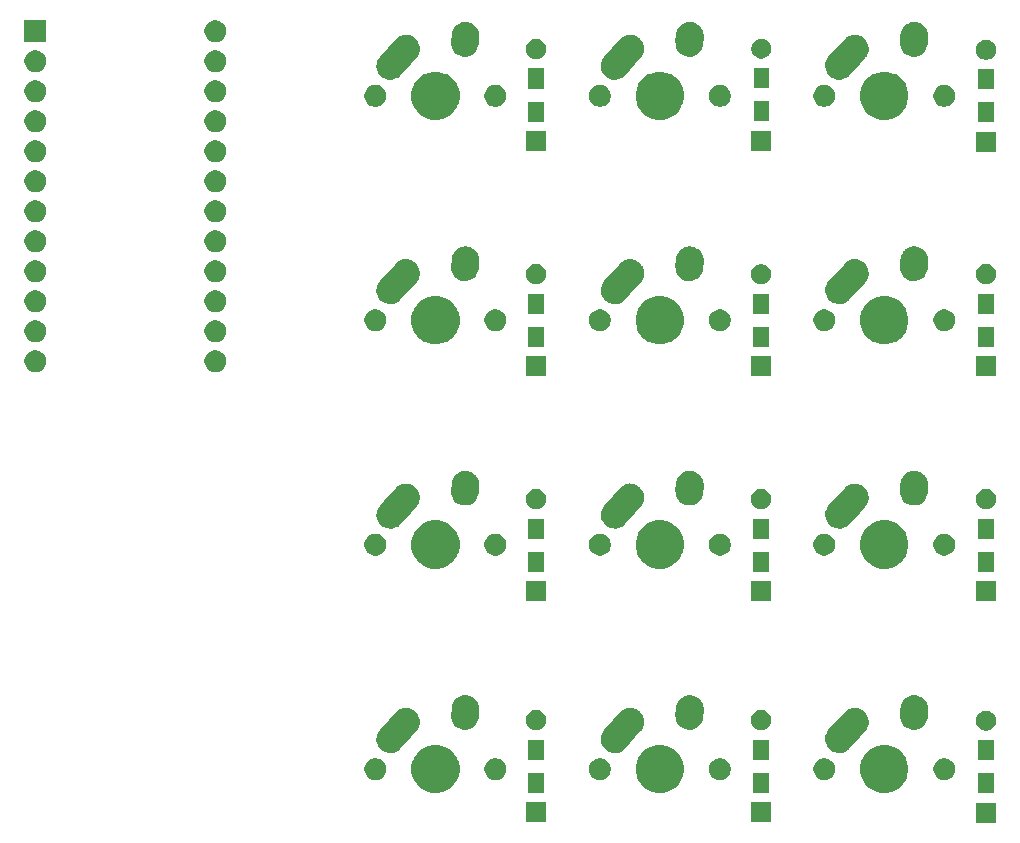
<source format=gbs>
G04 #@! TF.GenerationSoftware,KiCad,Pcbnew,(5.1.4)-1*
G04 #@! TF.CreationDate,2020-08-22T19:17:11-06:00*
G04 #@! TF.ProjectId,smolPad,736d6f6c-5061-4642-9e6b-696361645f70,rev?*
G04 #@! TF.SameCoordinates,Original*
G04 #@! TF.FileFunction,Soldermask,Bot*
G04 #@! TF.FilePolarity,Negative*
%FSLAX46Y46*%
G04 Gerber Fmt 4.6, Leading zero omitted, Abs format (unit mm)*
G04 Created by KiCad (PCBNEW (5.1.4)-1) date 2020-08-22 19:17:11*
%MOMM*%
%LPD*%
G04 APERTURE LIST*
%ADD10C,0.020000*%
G04 APERTURE END LIST*
D10*
G36*
X202463500Y-121551000D02*
G01*
X200761500Y-121551000D01*
X200761500Y-119849000D01*
X202463500Y-119849000D01*
X202463500Y-121551000D01*
X202463500Y-121551000D01*
G37*
G36*
X183413500Y-121501000D02*
G01*
X181711500Y-121501000D01*
X181711500Y-119799000D01*
X183413500Y-119799000D01*
X183413500Y-121501000D01*
X183413500Y-121501000D01*
G37*
G36*
X164363500Y-121501000D02*
G01*
X162661500Y-121501000D01*
X162661500Y-119799000D01*
X164363500Y-119799000D01*
X164363500Y-121501000D01*
X164363500Y-121501000D01*
G37*
G36*
X202263500Y-119051000D02*
G01*
X200961500Y-119051000D01*
X200961500Y-117349000D01*
X202263500Y-117349000D01*
X202263500Y-119051000D01*
X202263500Y-119051000D01*
G37*
G36*
X193596474Y-115033684D02*
G01*
X193814474Y-115123983D01*
X193968623Y-115187833D01*
X194303548Y-115411623D01*
X194588377Y-115696452D01*
X194812167Y-116031377D01*
X194844562Y-116109586D01*
X194966316Y-116403526D01*
X195044900Y-116798594D01*
X195044900Y-117201406D01*
X194966316Y-117596474D01*
X194915451Y-117719272D01*
X194812167Y-117968623D01*
X194588377Y-118303548D01*
X194303548Y-118588377D01*
X193968623Y-118812167D01*
X193814474Y-118876017D01*
X193596474Y-118966316D01*
X193201406Y-119044900D01*
X192798594Y-119044900D01*
X192403526Y-118966316D01*
X192185526Y-118876017D01*
X192031377Y-118812167D01*
X191696452Y-118588377D01*
X191411623Y-118303548D01*
X191187833Y-117968623D01*
X191084549Y-117719272D01*
X191033684Y-117596474D01*
X190955100Y-117201406D01*
X190955100Y-116798594D01*
X191033684Y-116403526D01*
X191155438Y-116109586D01*
X191187833Y-116031377D01*
X191411623Y-115696452D01*
X191696452Y-115411623D01*
X192031377Y-115187833D01*
X192185526Y-115123983D01*
X192403526Y-115033684D01*
X192798594Y-114955100D01*
X193201406Y-114955100D01*
X193596474Y-115033684D01*
X193596474Y-115033684D01*
G37*
G36*
X174596474Y-115033684D02*
G01*
X174814474Y-115123983D01*
X174968623Y-115187833D01*
X175303548Y-115411623D01*
X175588377Y-115696452D01*
X175812167Y-116031377D01*
X175844562Y-116109586D01*
X175966316Y-116403526D01*
X176044900Y-116798594D01*
X176044900Y-117201406D01*
X175966316Y-117596474D01*
X175915451Y-117719272D01*
X175812167Y-117968623D01*
X175588377Y-118303548D01*
X175303548Y-118588377D01*
X174968623Y-118812167D01*
X174814474Y-118876017D01*
X174596474Y-118966316D01*
X174201406Y-119044900D01*
X173798594Y-119044900D01*
X173403526Y-118966316D01*
X173185526Y-118876017D01*
X173031377Y-118812167D01*
X172696452Y-118588377D01*
X172411623Y-118303548D01*
X172187833Y-117968623D01*
X172084549Y-117719272D01*
X172033684Y-117596474D01*
X171955100Y-117201406D01*
X171955100Y-116798594D01*
X172033684Y-116403526D01*
X172155438Y-116109586D01*
X172187833Y-116031377D01*
X172411623Y-115696452D01*
X172696452Y-115411623D01*
X173031377Y-115187833D01*
X173185526Y-115123983D01*
X173403526Y-115033684D01*
X173798594Y-114955100D01*
X174201406Y-114955100D01*
X174596474Y-115033684D01*
X174596474Y-115033684D01*
G37*
G36*
X155596474Y-115033684D02*
G01*
X155814474Y-115123983D01*
X155968623Y-115187833D01*
X156303548Y-115411623D01*
X156588377Y-115696452D01*
X156812167Y-116031377D01*
X156844562Y-116109586D01*
X156966316Y-116403526D01*
X157044900Y-116798594D01*
X157044900Y-117201406D01*
X156966316Y-117596474D01*
X156915451Y-117719272D01*
X156812167Y-117968623D01*
X156588377Y-118303548D01*
X156303548Y-118588377D01*
X155968623Y-118812167D01*
X155814474Y-118876017D01*
X155596474Y-118966316D01*
X155201406Y-119044900D01*
X154798594Y-119044900D01*
X154403526Y-118966316D01*
X154185526Y-118876017D01*
X154031377Y-118812167D01*
X153696452Y-118588377D01*
X153411623Y-118303548D01*
X153187833Y-117968623D01*
X153084549Y-117719272D01*
X153033684Y-117596474D01*
X152955100Y-117201406D01*
X152955100Y-116798594D01*
X153033684Y-116403526D01*
X153155438Y-116109586D01*
X153187833Y-116031377D01*
X153411623Y-115696452D01*
X153696452Y-115411623D01*
X154031377Y-115187833D01*
X154185526Y-115123983D01*
X154403526Y-115033684D01*
X154798594Y-114955100D01*
X155201406Y-114955100D01*
X155596474Y-115033684D01*
X155596474Y-115033684D01*
G37*
G36*
X183213500Y-119001000D02*
G01*
X181911500Y-119001000D01*
X181911500Y-117299000D01*
X183213500Y-117299000D01*
X183213500Y-119001000D01*
X183213500Y-119001000D01*
G37*
G36*
X164163500Y-119001000D02*
G01*
X162861500Y-119001000D01*
X162861500Y-117299000D01*
X164163500Y-117299000D01*
X164163500Y-119001000D01*
X164163500Y-119001000D01*
G37*
G36*
X150190104Y-116109585D02*
G01*
X150358626Y-116179389D01*
X150510291Y-116280728D01*
X150639272Y-116409709D01*
X150740611Y-116561374D01*
X150810415Y-116729896D01*
X150846000Y-116908797D01*
X150846000Y-117091203D01*
X150810415Y-117270104D01*
X150740611Y-117438626D01*
X150639272Y-117590291D01*
X150510291Y-117719272D01*
X150358626Y-117820611D01*
X150190104Y-117890415D01*
X150011203Y-117926000D01*
X149828797Y-117926000D01*
X149649896Y-117890415D01*
X149481374Y-117820611D01*
X149329709Y-117719272D01*
X149200728Y-117590291D01*
X149099389Y-117438626D01*
X149029585Y-117270104D01*
X148994000Y-117091203D01*
X148994000Y-116908797D01*
X149029585Y-116729896D01*
X149099389Y-116561374D01*
X149200728Y-116409709D01*
X149329709Y-116280728D01*
X149481374Y-116179389D01*
X149649896Y-116109585D01*
X149828797Y-116074000D01*
X150011203Y-116074000D01*
X150190104Y-116109585D01*
X150190104Y-116109585D01*
G37*
G36*
X198350104Y-116109585D02*
G01*
X198518626Y-116179389D01*
X198670291Y-116280728D01*
X198799272Y-116409709D01*
X198900611Y-116561374D01*
X198970415Y-116729896D01*
X199006000Y-116908797D01*
X199006000Y-117091203D01*
X198970415Y-117270104D01*
X198900611Y-117438626D01*
X198799272Y-117590291D01*
X198670291Y-117719272D01*
X198518626Y-117820611D01*
X198350104Y-117890415D01*
X198171203Y-117926000D01*
X197988797Y-117926000D01*
X197809896Y-117890415D01*
X197641374Y-117820611D01*
X197489709Y-117719272D01*
X197360728Y-117590291D01*
X197259389Y-117438626D01*
X197189585Y-117270104D01*
X197154000Y-117091203D01*
X197154000Y-116908797D01*
X197189585Y-116729896D01*
X197259389Y-116561374D01*
X197360728Y-116409709D01*
X197489709Y-116280728D01*
X197641374Y-116179389D01*
X197809896Y-116109585D01*
X197988797Y-116074000D01*
X198171203Y-116074000D01*
X198350104Y-116109585D01*
X198350104Y-116109585D01*
G37*
G36*
X188190104Y-116109585D02*
G01*
X188358626Y-116179389D01*
X188510291Y-116280728D01*
X188639272Y-116409709D01*
X188740611Y-116561374D01*
X188810415Y-116729896D01*
X188846000Y-116908797D01*
X188846000Y-117091203D01*
X188810415Y-117270104D01*
X188740611Y-117438626D01*
X188639272Y-117590291D01*
X188510291Y-117719272D01*
X188358626Y-117820611D01*
X188190104Y-117890415D01*
X188011203Y-117926000D01*
X187828797Y-117926000D01*
X187649896Y-117890415D01*
X187481374Y-117820611D01*
X187329709Y-117719272D01*
X187200728Y-117590291D01*
X187099389Y-117438626D01*
X187029585Y-117270104D01*
X186994000Y-117091203D01*
X186994000Y-116908797D01*
X187029585Y-116729896D01*
X187099389Y-116561374D01*
X187200728Y-116409709D01*
X187329709Y-116280728D01*
X187481374Y-116179389D01*
X187649896Y-116109585D01*
X187828797Y-116074000D01*
X188011203Y-116074000D01*
X188190104Y-116109585D01*
X188190104Y-116109585D01*
G37*
G36*
X179350104Y-116109585D02*
G01*
X179518626Y-116179389D01*
X179670291Y-116280728D01*
X179799272Y-116409709D01*
X179900611Y-116561374D01*
X179970415Y-116729896D01*
X180006000Y-116908797D01*
X180006000Y-117091203D01*
X179970415Y-117270104D01*
X179900611Y-117438626D01*
X179799272Y-117590291D01*
X179670291Y-117719272D01*
X179518626Y-117820611D01*
X179350104Y-117890415D01*
X179171203Y-117926000D01*
X178988797Y-117926000D01*
X178809896Y-117890415D01*
X178641374Y-117820611D01*
X178489709Y-117719272D01*
X178360728Y-117590291D01*
X178259389Y-117438626D01*
X178189585Y-117270104D01*
X178154000Y-117091203D01*
X178154000Y-116908797D01*
X178189585Y-116729896D01*
X178259389Y-116561374D01*
X178360728Y-116409709D01*
X178489709Y-116280728D01*
X178641374Y-116179389D01*
X178809896Y-116109585D01*
X178988797Y-116074000D01*
X179171203Y-116074000D01*
X179350104Y-116109585D01*
X179350104Y-116109585D01*
G37*
G36*
X169190104Y-116109585D02*
G01*
X169358626Y-116179389D01*
X169510291Y-116280728D01*
X169639272Y-116409709D01*
X169740611Y-116561374D01*
X169810415Y-116729896D01*
X169846000Y-116908797D01*
X169846000Y-117091203D01*
X169810415Y-117270104D01*
X169740611Y-117438626D01*
X169639272Y-117590291D01*
X169510291Y-117719272D01*
X169358626Y-117820611D01*
X169190104Y-117890415D01*
X169011203Y-117926000D01*
X168828797Y-117926000D01*
X168649896Y-117890415D01*
X168481374Y-117820611D01*
X168329709Y-117719272D01*
X168200728Y-117590291D01*
X168099389Y-117438626D01*
X168029585Y-117270104D01*
X167994000Y-117091203D01*
X167994000Y-116908797D01*
X168029585Y-116729896D01*
X168099389Y-116561374D01*
X168200728Y-116409709D01*
X168329709Y-116280728D01*
X168481374Y-116179389D01*
X168649896Y-116109585D01*
X168828797Y-116074000D01*
X169011203Y-116074000D01*
X169190104Y-116109585D01*
X169190104Y-116109585D01*
G37*
G36*
X160350104Y-116109585D02*
G01*
X160518626Y-116179389D01*
X160670291Y-116280728D01*
X160799272Y-116409709D01*
X160900611Y-116561374D01*
X160970415Y-116729896D01*
X161006000Y-116908797D01*
X161006000Y-117091203D01*
X160970415Y-117270104D01*
X160900611Y-117438626D01*
X160799272Y-117590291D01*
X160670291Y-117719272D01*
X160518626Y-117820611D01*
X160350104Y-117890415D01*
X160171203Y-117926000D01*
X159988797Y-117926000D01*
X159809896Y-117890415D01*
X159641374Y-117820611D01*
X159489709Y-117719272D01*
X159360728Y-117590291D01*
X159259389Y-117438626D01*
X159189585Y-117270104D01*
X159154000Y-117091203D01*
X159154000Y-116908797D01*
X159189585Y-116729896D01*
X159259389Y-116561374D01*
X159360728Y-116409709D01*
X159489709Y-116280728D01*
X159641374Y-116179389D01*
X159809896Y-116109585D01*
X159988797Y-116074000D01*
X160171203Y-116074000D01*
X160350104Y-116109585D01*
X160350104Y-116109585D01*
G37*
G36*
X202263500Y-116251000D02*
G01*
X200961500Y-116251000D01*
X200961500Y-114549000D01*
X202263500Y-114549000D01*
X202263500Y-116251000D01*
X202263500Y-116251000D01*
G37*
G36*
X183213500Y-116201000D02*
G01*
X181911500Y-116201000D01*
X181911500Y-114499000D01*
X183213500Y-114499000D01*
X183213500Y-116201000D01*
X183213500Y-116201000D01*
G37*
G36*
X164163500Y-116201000D02*
G01*
X162861500Y-116201000D01*
X162861500Y-114499000D01*
X164163500Y-114499000D01*
X164163500Y-116201000D01*
X164163500Y-116201000D01*
G37*
G36*
X190523205Y-111823881D02*
G01*
X190528645Y-111824000D01*
X190615828Y-111824000D01*
X190632097Y-111827236D01*
X190650956Y-111829515D01*
X190667532Y-111830246D01*
X190752223Y-111851010D01*
X190757518Y-111852184D01*
X190843027Y-111869193D01*
X190858362Y-111875545D01*
X190876401Y-111881455D01*
X190892521Y-111885407D01*
X190971504Y-111922280D01*
X190976494Y-111924477D01*
X191057045Y-111957842D01*
X191070841Y-111967060D01*
X191087393Y-111976382D01*
X191102426Y-111983400D01*
X191172694Y-112034971D01*
X191177192Y-112038122D01*
X191249656Y-112086541D01*
X191261383Y-112098268D01*
X191275809Y-112110648D01*
X191289179Y-112120461D01*
X191289180Y-112120462D01*
X191348021Y-112184733D01*
X191351829Y-112188714D01*
X191413459Y-112250344D01*
X191422674Y-112264135D01*
X191434396Y-112279078D01*
X191445605Y-112291321D01*
X191490799Y-112365874D01*
X191493746Y-112370501D01*
X191542158Y-112442955D01*
X191548505Y-112458277D01*
X191557092Y-112475231D01*
X191565691Y-112489417D01*
X191595478Y-112571368D01*
X191597452Y-112576448D01*
X191630807Y-112656973D01*
X191630807Y-112656974D01*
X191634041Y-112673233D01*
X191639158Y-112691542D01*
X191644825Y-112707134D01*
X191658055Y-112793345D01*
X191659001Y-112798713D01*
X191676000Y-112884173D01*
X191676000Y-112900752D01*
X191677444Y-112919692D01*
X191679963Y-112936104D01*
X191676120Y-113023249D01*
X191676000Y-113028689D01*
X191676000Y-113115825D01*
X191672766Y-113132083D01*
X191670488Y-113150941D01*
X191669756Y-113167531D01*
X191648988Y-113252237D01*
X191647812Y-113257537D01*
X191630807Y-113343027D01*
X191624457Y-113358357D01*
X191618549Y-113376393D01*
X191614595Y-113392520D01*
X191577711Y-113471526D01*
X191575511Y-113476523D01*
X191542158Y-113557045D01*
X191532944Y-113570835D01*
X191523622Y-113587387D01*
X191516602Y-113602424D01*
X191465011Y-113672720D01*
X191461866Y-113677210D01*
X191413461Y-113749654D01*
X191356460Y-113806655D01*
X191351811Y-113811563D01*
X190920311Y-114292470D01*
X190026723Y-115288376D01*
X189898679Y-115405602D01*
X189799630Y-115465646D01*
X189700583Y-115525689D01*
X189482866Y-115604823D01*
X189253895Y-115639961D01*
X189022470Y-115629754D01*
X188797481Y-115574593D01*
X188692727Y-115525689D01*
X188587579Y-115476602D01*
X188490838Y-115405602D01*
X188400823Y-115339539D01*
X188326394Y-115258241D01*
X188244398Y-115168679D01*
X188162564Y-115033685D01*
X188124311Y-114970583D01*
X188045177Y-114752866D01*
X188010039Y-114523895D01*
X188020246Y-114292470D01*
X188075407Y-114067481D01*
X188126972Y-113957028D01*
X188173398Y-113857580D01*
X188173400Y-113857577D01*
X188276114Y-113717622D01*
X189031245Y-112876027D01*
X189562787Y-112283621D01*
X189573681Y-112269589D01*
X189586539Y-112250346D01*
X189643573Y-112193312D01*
X189648223Y-112188403D01*
X189663278Y-112171624D01*
X189684701Y-112152011D01*
X189688682Y-112148203D01*
X189750346Y-112086539D01*
X189764143Y-112077320D01*
X189779102Y-112065585D01*
X189791321Y-112054398D01*
X189828756Y-112031705D01*
X189865830Y-112009231D01*
X189870421Y-112006308D01*
X189942955Y-111957842D01*
X189958300Y-111951486D01*
X189975248Y-111942901D01*
X189989416Y-111934312D01*
X189989417Y-111934312D01*
X189989418Y-111934311D01*
X190071312Y-111904545D01*
X190076410Y-111902563D01*
X190156973Y-111869193D01*
X190173252Y-111865955D01*
X190191542Y-111860844D01*
X190207135Y-111855177D01*
X190293300Y-111841954D01*
X190298663Y-111841009D01*
X190384173Y-111824000D01*
X190400766Y-111824000D01*
X190419709Y-111822555D01*
X190436106Y-111820039D01*
X190523205Y-111823881D01*
X190523205Y-111823881D01*
G37*
G36*
X152523205Y-111823881D02*
G01*
X152528645Y-111824000D01*
X152615828Y-111824000D01*
X152632097Y-111827236D01*
X152650956Y-111829515D01*
X152667532Y-111830246D01*
X152752223Y-111851010D01*
X152757518Y-111852184D01*
X152843027Y-111869193D01*
X152858362Y-111875545D01*
X152876401Y-111881455D01*
X152892521Y-111885407D01*
X152971504Y-111922280D01*
X152976494Y-111924477D01*
X153057045Y-111957842D01*
X153070841Y-111967060D01*
X153087393Y-111976382D01*
X153102426Y-111983400D01*
X153172694Y-112034971D01*
X153177192Y-112038122D01*
X153249656Y-112086541D01*
X153261383Y-112098268D01*
X153275809Y-112110648D01*
X153289179Y-112120461D01*
X153289180Y-112120462D01*
X153348021Y-112184733D01*
X153351829Y-112188714D01*
X153413459Y-112250344D01*
X153422674Y-112264135D01*
X153434396Y-112279078D01*
X153445605Y-112291321D01*
X153490799Y-112365874D01*
X153493746Y-112370501D01*
X153542158Y-112442955D01*
X153548505Y-112458277D01*
X153557092Y-112475231D01*
X153565691Y-112489417D01*
X153595478Y-112571368D01*
X153597452Y-112576448D01*
X153630807Y-112656973D01*
X153630807Y-112656974D01*
X153634041Y-112673233D01*
X153639158Y-112691542D01*
X153644825Y-112707134D01*
X153658055Y-112793345D01*
X153659001Y-112798713D01*
X153676000Y-112884173D01*
X153676000Y-112900752D01*
X153677444Y-112919692D01*
X153679963Y-112936104D01*
X153676120Y-113023249D01*
X153676000Y-113028689D01*
X153676000Y-113115825D01*
X153672766Y-113132083D01*
X153670488Y-113150941D01*
X153669756Y-113167531D01*
X153648988Y-113252237D01*
X153647812Y-113257537D01*
X153630807Y-113343027D01*
X153624457Y-113358357D01*
X153618549Y-113376393D01*
X153614595Y-113392520D01*
X153577711Y-113471526D01*
X153575511Y-113476523D01*
X153542158Y-113557045D01*
X153532944Y-113570835D01*
X153523622Y-113587387D01*
X153516602Y-113602424D01*
X153465011Y-113672720D01*
X153461866Y-113677210D01*
X153413461Y-113749654D01*
X153356460Y-113806655D01*
X153351811Y-113811563D01*
X152920311Y-114292470D01*
X152026723Y-115288376D01*
X151898679Y-115405602D01*
X151799630Y-115465646D01*
X151700583Y-115525689D01*
X151482866Y-115604823D01*
X151253895Y-115639961D01*
X151022470Y-115629754D01*
X150797481Y-115574593D01*
X150692727Y-115525689D01*
X150587579Y-115476602D01*
X150490838Y-115405602D01*
X150400823Y-115339539D01*
X150326394Y-115258241D01*
X150244398Y-115168679D01*
X150162564Y-115033685D01*
X150124311Y-114970583D01*
X150045177Y-114752866D01*
X150010039Y-114523895D01*
X150020246Y-114292470D01*
X150075407Y-114067481D01*
X150126972Y-113957028D01*
X150173398Y-113857580D01*
X150173400Y-113857577D01*
X150276114Y-113717622D01*
X151031245Y-112876027D01*
X151562787Y-112283621D01*
X151573681Y-112269589D01*
X151586539Y-112250346D01*
X151643573Y-112193312D01*
X151648223Y-112188403D01*
X151663278Y-112171624D01*
X151684701Y-112152011D01*
X151688682Y-112148203D01*
X151750346Y-112086539D01*
X151764143Y-112077320D01*
X151779102Y-112065585D01*
X151791321Y-112054398D01*
X151828756Y-112031705D01*
X151865830Y-112009231D01*
X151870421Y-112006308D01*
X151942955Y-111957842D01*
X151958300Y-111951486D01*
X151975248Y-111942901D01*
X151989416Y-111934312D01*
X151989417Y-111934312D01*
X151989418Y-111934311D01*
X152071312Y-111904545D01*
X152076410Y-111902563D01*
X152156973Y-111869193D01*
X152173252Y-111865955D01*
X152191542Y-111860844D01*
X152207135Y-111855177D01*
X152293300Y-111841954D01*
X152298663Y-111841009D01*
X152384173Y-111824000D01*
X152400766Y-111824000D01*
X152419709Y-111822555D01*
X152436106Y-111820039D01*
X152523205Y-111823881D01*
X152523205Y-111823881D01*
G37*
G36*
X171523205Y-111823881D02*
G01*
X171528645Y-111824000D01*
X171615828Y-111824000D01*
X171632097Y-111827236D01*
X171650956Y-111829515D01*
X171667532Y-111830246D01*
X171752223Y-111851010D01*
X171757518Y-111852184D01*
X171843027Y-111869193D01*
X171858362Y-111875545D01*
X171876401Y-111881455D01*
X171892521Y-111885407D01*
X171971504Y-111922280D01*
X171976494Y-111924477D01*
X172057045Y-111957842D01*
X172070841Y-111967060D01*
X172087393Y-111976382D01*
X172102426Y-111983400D01*
X172172694Y-112034971D01*
X172177192Y-112038122D01*
X172249656Y-112086541D01*
X172261383Y-112098268D01*
X172275809Y-112110648D01*
X172289179Y-112120461D01*
X172289180Y-112120462D01*
X172348021Y-112184733D01*
X172351829Y-112188714D01*
X172413459Y-112250344D01*
X172422674Y-112264135D01*
X172434396Y-112279078D01*
X172445605Y-112291321D01*
X172490799Y-112365874D01*
X172493746Y-112370501D01*
X172542158Y-112442955D01*
X172548505Y-112458277D01*
X172557092Y-112475231D01*
X172565691Y-112489417D01*
X172595478Y-112571368D01*
X172597452Y-112576448D01*
X172630807Y-112656973D01*
X172630807Y-112656974D01*
X172634041Y-112673233D01*
X172639158Y-112691542D01*
X172644825Y-112707134D01*
X172658055Y-112793345D01*
X172659001Y-112798713D01*
X172676000Y-112884173D01*
X172676000Y-112900752D01*
X172677444Y-112919692D01*
X172679963Y-112936104D01*
X172676120Y-113023249D01*
X172676000Y-113028689D01*
X172676000Y-113115825D01*
X172672766Y-113132083D01*
X172670488Y-113150941D01*
X172669756Y-113167531D01*
X172648988Y-113252237D01*
X172647812Y-113257537D01*
X172630807Y-113343027D01*
X172624457Y-113358357D01*
X172618549Y-113376393D01*
X172614595Y-113392520D01*
X172577711Y-113471526D01*
X172575511Y-113476523D01*
X172542158Y-113557045D01*
X172532944Y-113570835D01*
X172523622Y-113587387D01*
X172516602Y-113602424D01*
X172465011Y-113672720D01*
X172461866Y-113677210D01*
X172413461Y-113749654D01*
X172356460Y-113806655D01*
X172351811Y-113811563D01*
X171920311Y-114292470D01*
X171026723Y-115288376D01*
X170898679Y-115405602D01*
X170799630Y-115465646D01*
X170700583Y-115525689D01*
X170482866Y-115604823D01*
X170253895Y-115639961D01*
X170022470Y-115629754D01*
X169797481Y-115574593D01*
X169692727Y-115525689D01*
X169587579Y-115476602D01*
X169490838Y-115405602D01*
X169400823Y-115339539D01*
X169326394Y-115258241D01*
X169244398Y-115168679D01*
X169162564Y-115033685D01*
X169124311Y-114970583D01*
X169045177Y-114752866D01*
X169010039Y-114523895D01*
X169020246Y-114292470D01*
X169075407Y-114067481D01*
X169126972Y-113957028D01*
X169173398Y-113857580D01*
X169173400Y-113857577D01*
X169276114Y-113717622D01*
X170031245Y-112876027D01*
X170562787Y-112283621D01*
X170573681Y-112269589D01*
X170586539Y-112250346D01*
X170643573Y-112193312D01*
X170648223Y-112188403D01*
X170663278Y-112171624D01*
X170684701Y-112152011D01*
X170688682Y-112148203D01*
X170750346Y-112086539D01*
X170764143Y-112077320D01*
X170779102Y-112065585D01*
X170791321Y-112054398D01*
X170828756Y-112031705D01*
X170865830Y-112009231D01*
X170870421Y-112006308D01*
X170942955Y-111957842D01*
X170958300Y-111951486D01*
X170975248Y-111942901D01*
X170989416Y-111934312D01*
X170989417Y-111934312D01*
X170989418Y-111934311D01*
X171071312Y-111904545D01*
X171076410Y-111902563D01*
X171156973Y-111869193D01*
X171173252Y-111865955D01*
X171191542Y-111860844D01*
X171207135Y-111855177D01*
X171293300Y-111841954D01*
X171298663Y-111841009D01*
X171384173Y-111824000D01*
X171400766Y-111824000D01*
X171419709Y-111822555D01*
X171436106Y-111820039D01*
X171523205Y-111823881D01*
X171523205Y-111823881D01*
G37*
G36*
X201860728Y-112081703D02*
G01*
X202015600Y-112145853D01*
X202154981Y-112238985D01*
X202273515Y-112357519D01*
X202366647Y-112496900D01*
X202430797Y-112651772D01*
X202463500Y-112816184D01*
X202463500Y-112983816D01*
X202430797Y-113148228D01*
X202366647Y-113303100D01*
X202273515Y-113442481D01*
X202154981Y-113561015D01*
X202015600Y-113654147D01*
X201860728Y-113718297D01*
X201696316Y-113751000D01*
X201528684Y-113751000D01*
X201364272Y-113718297D01*
X201209400Y-113654147D01*
X201070019Y-113561015D01*
X200951485Y-113442481D01*
X200858353Y-113303100D01*
X200794203Y-113148228D01*
X200761500Y-112983816D01*
X200761500Y-112816184D01*
X200794203Y-112651772D01*
X200858353Y-112496900D01*
X200951485Y-112357519D01*
X201070019Y-112238985D01*
X201209400Y-112145853D01*
X201364272Y-112081703D01*
X201528684Y-112049000D01*
X201696316Y-112049000D01*
X201860728Y-112081703D01*
X201860728Y-112081703D01*
G37*
G36*
X163760728Y-112031703D02*
G01*
X163915600Y-112095853D01*
X164054981Y-112188985D01*
X164173515Y-112307519D01*
X164266647Y-112446900D01*
X164330797Y-112601772D01*
X164363500Y-112766184D01*
X164363500Y-112933816D01*
X164330797Y-113098228D01*
X164266647Y-113253100D01*
X164173515Y-113392481D01*
X164054981Y-113511015D01*
X163915600Y-113604147D01*
X163760728Y-113668297D01*
X163596316Y-113701000D01*
X163428684Y-113701000D01*
X163264272Y-113668297D01*
X163109400Y-113604147D01*
X162970019Y-113511015D01*
X162851485Y-113392481D01*
X162758353Y-113253100D01*
X162694203Y-113098228D01*
X162661500Y-112933816D01*
X162661500Y-112766184D01*
X162694203Y-112601772D01*
X162758353Y-112446900D01*
X162851485Y-112307519D01*
X162970019Y-112188985D01*
X163109400Y-112095853D01*
X163264272Y-112031703D01*
X163428684Y-111999000D01*
X163596316Y-111999000D01*
X163760728Y-112031703D01*
X163760728Y-112031703D01*
G37*
G36*
X182810728Y-112031703D02*
G01*
X182965600Y-112095853D01*
X183104981Y-112188985D01*
X183223515Y-112307519D01*
X183316647Y-112446900D01*
X183380797Y-112601772D01*
X183413500Y-112766184D01*
X183413500Y-112933816D01*
X183380797Y-113098228D01*
X183316647Y-113253100D01*
X183223515Y-113392481D01*
X183104981Y-113511015D01*
X182965600Y-113604147D01*
X182810728Y-113668297D01*
X182646316Y-113701000D01*
X182478684Y-113701000D01*
X182314272Y-113668297D01*
X182159400Y-113604147D01*
X182020019Y-113511015D01*
X181901485Y-113392481D01*
X181808353Y-113253100D01*
X181744203Y-113098228D01*
X181711500Y-112933816D01*
X181711500Y-112766184D01*
X181744203Y-112601772D01*
X181808353Y-112446900D01*
X181901485Y-112307519D01*
X182020019Y-112188985D01*
X182159400Y-112095853D01*
X182314272Y-112031703D01*
X182478684Y-111999000D01*
X182646316Y-111999000D01*
X182810728Y-112031703D01*
X182810728Y-112031703D01*
G37*
G36*
X195628127Y-110742261D02*
G01*
X195648900Y-110744000D01*
X195655827Y-110744000D01*
X195750754Y-110762882D01*
X195754348Y-110763542D01*
X195849730Y-110779624D01*
X195856203Y-110782085D01*
X195876228Y-110787841D01*
X195883027Y-110789193D01*
X195945414Y-110815034D01*
X195972443Y-110826230D01*
X195975844Y-110827581D01*
X196066255Y-110861961D01*
X196072127Y-110865640D01*
X196090636Y-110875187D01*
X196097045Y-110877842D01*
X196177563Y-110931642D01*
X196180554Y-110933578D01*
X196262557Y-110984959D01*
X196267584Y-110989700D01*
X196283896Y-111002691D01*
X196289652Y-111006537D01*
X196358110Y-111074995D01*
X196360689Y-111077499D01*
X196431090Y-111143889D01*
X196435095Y-111149519D01*
X196448559Y-111165444D01*
X196453459Y-111170344D01*
X196507244Y-111250839D01*
X196509291Y-111253807D01*
X196565380Y-111332645D01*
X196568214Y-111338958D01*
X196578308Y-111357193D01*
X196582158Y-111362955D01*
X196619220Y-111452430D01*
X196620624Y-111455685D01*
X196660265Y-111543973D01*
X196661815Y-111550725D01*
X196668152Y-111570562D01*
X196670807Y-111576973D01*
X196689692Y-111671917D01*
X196690438Y-111675401D01*
X196712098Y-111769751D01*
X196712098Y-111769754D01*
X196712300Y-111776654D01*
X196714647Y-111797370D01*
X196716000Y-111804174D01*
X196716000Y-111900986D01*
X196716053Y-111904584D01*
X196717188Y-111943277D01*
X196716295Y-111956225D01*
X196716000Y-111964797D01*
X196716000Y-112035826D01*
X196710081Y-112065585D01*
X196709604Y-112067979D01*
X196707500Y-112083750D01*
X196669238Y-112638545D01*
X196640376Y-112809730D01*
X196558038Y-113026255D01*
X196435041Y-113222557D01*
X196276111Y-113391090D01*
X196087355Y-113525380D01*
X195876027Y-113620265D01*
X195650249Y-113672098D01*
X195418698Y-113678889D01*
X195418697Y-113678889D01*
X195355863Y-113668295D01*
X195190270Y-113640376D01*
X194973745Y-113558038D01*
X194777443Y-113435041D01*
X194608910Y-113276111D01*
X194474620Y-113087355D01*
X194379735Y-112876027D01*
X194327902Y-112650249D01*
X194322812Y-112476723D01*
X194363704Y-111883794D01*
X194364000Y-111875196D01*
X194364000Y-111804175D01*
X194382882Y-111709250D01*
X194383544Y-111705645D01*
X194389231Y-111671917D01*
X194399624Y-111610270D01*
X194402085Y-111603799D01*
X194407842Y-111583767D01*
X194409193Y-111576974D01*
X194411843Y-111570576D01*
X194446264Y-111487476D01*
X194447553Y-111484230D01*
X194481962Y-111393745D01*
X194485636Y-111387881D01*
X194495187Y-111369365D01*
X194497842Y-111362955D01*
X194551657Y-111282415D01*
X194553577Y-111279449D01*
X194604959Y-111197443D01*
X194609711Y-111192404D01*
X194622689Y-111176107D01*
X194626537Y-111170348D01*
X194694993Y-111101892D01*
X194697546Y-111099262D01*
X194718023Y-111077548D01*
X194763889Y-111028910D01*
X194769521Y-111024903D01*
X194785447Y-111011438D01*
X194790346Y-111006539D01*
X194870824Y-110952766D01*
X194873806Y-110950710D01*
X194952645Y-110894620D01*
X194958955Y-110891787D01*
X194977194Y-110881691D01*
X194982951Y-110877844D01*
X194982954Y-110877843D01*
X194982955Y-110877842D01*
X195072429Y-110840781D01*
X195075687Y-110839375D01*
X195163973Y-110799735D01*
X195170725Y-110798185D01*
X195190562Y-110791848D01*
X195196973Y-110789193D01*
X195291899Y-110770311D01*
X195295446Y-110769551D01*
X195389751Y-110747901D01*
X195392130Y-110747831D01*
X195396665Y-110747698D01*
X195417381Y-110745351D01*
X195424174Y-110744000D01*
X195520959Y-110744000D01*
X195524584Y-110743947D01*
X195621302Y-110741110D01*
X195628127Y-110742261D01*
X195628127Y-110742261D01*
G37*
G36*
X176628127Y-110742261D02*
G01*
X176648900Y-110744000D01*
X176655827Y-110744000D01*
X176750754Y-110762882D01*
X176754348Y-110763542D01*
X176849730Y-110779624D01*
X176856203Y-110782085D01*
X176876228Y-110787841D01*
X176883027Y-110789193D01*
X176945414Y-110815034D01*
X176972443Y-110826230D01*
X176975844Y-110827581D01*
X177066255Y-110861961D01*
X177072127Y-110865640D01*
X177090636Y-110875187D01*
X177097045Y-110877842D01*
X177177563Y-110931642D01*
X177180554Y-110933578D01*
X177262557Y-110984959D01*
X177267584Y-110989700D01*
X177283896Y-111002691D01*
X177289652Y-111006537D01*
X177358110Y-111074995D01*
X177360689Y-111077499D01*
X177431090Y-111143889D01*
X177435095Y-111149519D01*
X177448559Y-111165444D01*
X177453459Y-111170344D01*
X177507244Y-111250839D01*
X177509291Y-111253807D01*
X177565380Y-111332645D01*
X177568214Y-111338958D01*
X177578308Y-111357193D01*
X177582158Y-111362955D01*
X177619220Y-111452430D01*
X177620624Y-111455685D01*
X177660265Y-111543973D01*
X177661815Y-111550725D01*
X177668152Y-111570562D01*
X177670807Y-111576973D01*
X177689692Y-111671917D01*
X177690438Y-111675401D01*
X177712098Y-111769751D01*
X177712098Y-111769754D01*
X177712300Y-111776654D01*
X177714647Y-111797370D01*
X177716000Y-111804174D01*
X177716000Y-111900986D01*
X177716053Y-111904584D01*
X177717188Y-111943277D01*
X177716295Y-111956225D01*
X177716000Y-111964797D01*
X177716000Y-112035826D01*
X177710081Y-112065585D01*
X177709604Y-112067979D01*
X177707500Y-112083750D01*
X177669238Y-112638545D01*
X177640376Y-112809730D01*
X177558038Y-113026255D01*
X177435041Y-113222557D01*
X177276111Y-113391090D01*
X177087355Y-113525380D01*
X176876027Y-113620265D01*
X176650249Y-113672098D01*
X176418698Y-113678889D01*
X176418697Y-113678889D01*
X176355863Y-113668295D01*
X176190270Y-113640376D01*
X175973745Y-113558038D01*
X175777443Y-113435041D01*
X175608910Y-113276111D01*
X175474620Y-113087355D01*
X175379735Y-112876027D01*
X175327902Y-112650249D01*
X175322812Y-112476723D01*
X175363704Y-111883794D01*
X175364000Y-111875196D01*
X175364000Y-111804175D01*
X175382882Y-111709250D01*
X175383544Y-111705645D01*
X175389231Y-111671917D01*
X175399624Y-111610270D01*
X175402085Y-111603799D01*
X175407842Y-111583767D01*
X175409193Y-111576974D01*
X175411843Y-111570576D01*
X175446264Y-111487476D01*
X175447553Y-111484230D01*
X175481962Y-111393745D01*
X175485636Y-111387881D01*
X175495187Y-111369365D01*
X175497842Y-111362955D01*
X175551657Y-111282415D01*
X175553577Y-111279449D01*
X175604959Y-111197443D01*
X175609711Y-111192404D01*
X175622689Y-111176107D01*
X175626537Y-111170348D01*
X175694993Y-111101892D01*
X175697546Y-111099262D01*
X175718023Y-111077548D01*
X175763889Y-111028910D01*
X175769521Y-111024903D01*
X175785447Y-111011438D01*
X175790346Y-111006539D01*
X175870824Y-110952766D01*
X175873806Y-110950710D01*
X175952645Y-110894620D01*
X175958955Y-110891787D01*
X175977194Y-110881691D01*
X175982951Y-110877844D01*
X175982954Y-110877843D01*
X175982955Y-110877842D01*
X176072429Y-110840781D01*
X176075687Y-110839375D01*
X176163973Y-110799735D01*
X176170725Y-110798185D01*
X176190562Y-110791848D01*
X176196973Y-110789193D01*
X176291899Y-110770311D01*
X176295446Y-110769551D01*
X176389751Y-110747901D01*
X176392130Y-110747831D01*
X176396665Y-110747698D01*
X176417381Y-110745351D01*
X176424174Y-110744000D01*
X176520959Y-110744000D01*
X176524584Y-110743947D01*
X176621302Y-110741110D01*
X176628127Y-110742261D01*
X176628127Y-110742261D01*
G37*
G36*
X157628127Y-110742261D02*
G01*
X157648900Y-110744000D01*
X157655827Y-110744000D01*
X157750754Y-110762882D01*
X157754348Y-110763542D01*
X157849730Y-110779624D01*
X157856203Y-110782085D01*
X157876228Y-110787841D01*
X157883027Y-110789193D01*
X157945414Y-110815034D01*
X157972443Y-110826230D01*
X157975844Y-110827581D01*
X158066255Y-110861961D01*
X158072127Y-110865640D01*
X158090636Y-110875187D01*
X158097045Y-110877842D01*
X158177563Y-110931642D01*
X158180554Y-110933578D01*
X158262557Y-110984959D01*
X158267584Y-110989700D01*
X158283896Y-111002691D01*
X158289652Y-111006537D01*
X158358110Y-111074995D01*
X158360689Y-111077499D01*
X158431090Y-111143889D01*
X158435095Y-111149519D01*
X158448559Y-111165444D01*
X158453459Y-111170344D01*
X158507244Y-111250839D01*
X158509291Y-111253807D01*
X158565380Y-111332645D01*
X158568214Y-111338958D01*
X158578308Y-111357193D01*
X158582158Y-111362955D01*
X158619220Y-111452430D01*
X158620624Y-111455685D01*
X158660265Y-111543973D01*
X158661815Y-111550725D01*
X158668152Y-111570562D01*
X158670807Y-111576973D01*
X158689692Y-111671917D01*
X158690438Y-111675401D01*
X158712098Y-111769751D01*
X158712098Y-111769754D01*
X158712300Y-111776654D01*
X158714647Y-111797370D01*
X158716000Y-111804174D01*
X158716000Y-111900986D01*
X158716053Y-111904584D01*
X158717188Y-111943277D01*
X158716295Y-111956225D01*
X158716000Y-111964797D01*
X158716000Y-112035826D01*
X158710081Y-112065585D01*
X158709604Y-112067979D01*
X158707500Y-112083750D01*
X158669238Y-112638545D01*
X158640376Y-112809730D01*
X158558038Y-113026255D01*
X158435041Y-113222557D01*
X158276111Y-113391090D01*
X158087355Y-113525380D01*
X157876027Y-113620265D01*
X157650249Y-113672098D01*
X157418698Y-113678889D01*
X157418697Y-113678889D01*
X157355863Y-113668295D01*
X157190270Y-113640376D01*
X156973745Y-113558038D01*
X156777443Y-113435041D01*
X156608910Y-113276111D01*
X156474620Y-113087355D01*
X156379735Y-112876027D01*
X156327902Y-112650249D01*
X156322812Y-112476723D01*
X156363704Y-111883794D01*
X156364000Y-111875196D01*
X156364000Y-111804175D01*
X156382882Y-111709250D01*
X156383544Y-111705645D01*
X156389231Y-111671917D01*
X156399624Y-111610270D01*
X156402085Y-111603799D01*
X156407842Y-111583767D01*
X156409193Y-111576974D01*
X156411843Y-111570576D01*
X156446264Y-111487476D01*
X156447553Y-111484230D01*
X156481962Y-111393745D01*
X156485636Y-111387881D01*
X156495187Y-111369365D01*
X156497842Y-111362955D01*
X156551657Y-111282415D01*
X156553577Y-111279449D01*
X156604959Y-111197443D01*
X156609711Y-111192404D01*
X156622689Y-111176107D01*
X156626537Y-111170348D01*
X156694993Y-111101892D01*
X156697546Y-111099262D01*
X156718023Y-111077548D01*
X156763889Y-111028910D01*
X156769521Y-111024903D01*
X156785447Y-111011438D01*
X156790346Y-111006539D01*
X156870824Y-110952766D01*
X156873806Y-110950710D01*
X156952645Y-110894620D01*
X156958955Y-110891787D01*
X156977194Y-110881691D01*
X156982951Y-110877844D01*
X156982954Y-110877843D01*
X156982955Y-110877842D01*
X157072429Y-110840781D01*
X157075687Y-110839375D01*
X157163973Y-110799735D01*
X157170725Y-110798185D01*
X157190562Y-110791848D01*
X157196973Y-110789193D01*
X157291899Y-110770311D01*
X157295446Y-110769551D01*
X157389751Y-110747901D01*
X157392130Y-110747831D01*
X157396665Y-110747698D01*
X157417381Y-110745351D01*
X157424174Y-110744000D01*
X157520959Y-110744000D01*
X157524584Y-110743947D01*
X157621302Y-110741110D01*
X157628127Y-110742261D01*
X157628127Y-110742261D01*
G37*
G36*
X202463500Y-102793500D02*
G01*
X200761500Y-102793500D01*
X200761500Y-101091500D01*
X202463500Y-101091500D01*
X202463500Y-102793500D01*
X202463500Y-102793500D01*
G37*
G36*
X183413500Y-102793500D02*
G01*
X181711500Y-102793500D01*
X181711500Y-101091500D01*
X183413500Y-101091500D01*
X183413500Y-102793500D01*
X183413500Y-102793500D01*
G37*
G36*
X164363500Y-102793500D02*
G01*
X162661500Y-102793500D01*
X162661500Y-101091500D01*
X164363500Y-101091500D01*
X164363500Y-102793500D01*
X164363500Y-102793500D01*
G37*
G36*
X164163500Y-100293500D02*
G01*
X162861500Y-100293500D01*
X162861500Y-98591500D01*
X164163500Y-98591500D01*
X164163500Y-100293500D01*
X164163500Y-100293500D01*
G37*
G36*
X183213500Y-100293500D02*
G01*
X181911500Y-100293500D01*
X181911500Y-98591500D01*
X183213500Y-98591500D01*
X183213500Y-100293500D01*
X183213500Y-100293500D01*
G37*
G36*
X202263500Y-100293500D02*
G01*
X200961500Y-100293500D01*
X200961500Y-98591500D01*
X202263500Y-98591500D01*
X202263500Y-100293500D01*
X202263500Y-100293500D01*
G37*
G36*
X155596474Y-96033684D02*
G01*
X155814474Y-96123983D01*
X155968623Y-96187833D01*
X156303548Y-96411623D01*
X156588377Y-96696452D01*
X156812167Y-97031377D01*
X156844562Y-97109586D01*
X156966316Y-97403526D01*
X157044900Y-97798594D01*
X157044900Y-98201406D01*
X156966316Y-98596474D01*
X156915451Y-98719272D01*
X156812167Y-98968623D01*
X156588377Y-99303548D01*
X156303548Y-99588377D01*
X155968623Y-99812167D01*
X155814474Y-99876017D01*
X155596474Y-99966316D01*
X155201406Y-100044900D01*
X154798594Y-100044900D01*
X154403526Y-99966316D01*
X154185526Y-99876017D01*
X154031377Y-99812167D01*
X153696452Y-99588377D01*
X153411623Y-99303548D01*
X153187833Y-98968623D01*
X153084549Y-98719272D01*
X153033684Y-98596474D01*
X152955100Y-98201406D01*
X152955100Y-97798594D01*
X153033684Y-97403526D01*
X153155438Y-97109586D01*
X153187833Y-97031377D01*
X153411623Y-96696452D01*
X153696452Y-96411623D01*
X154031377Y-96187833D01*
X154185526Y-96123983D01*
X154403526Y-96033684D01*
X154798594Y-95955100D01*
X155201406Y-95955100D01*
X155596474Y-96033684D01*
X155596474Y-96033684D01*
G37*
G36*
X174596474Y-96033684D02*
G01*
X174814474Y-96123983D01*
X174968623Y-96187833D01*
X175303548Y-96411623D01*
X175588377Y-96696452D01*
X175812167Y-97031377D01*
X175844562Y-97109586D01*
X175966316Y-97403526D01*
X176044900Y-97798594D01*
X176044900Y-98201406D01*
X175966316Y-98596474D01*
X175915451Y-98719272D01*
X175812167Y-98968623D01*
X175588377Y-99303548D01*
X175303548Y-99588377D01*
X174968623Y-99812167D01*
X174814474Y-99876017D01*
X174596474Y-99966316D01*
X174201406Y-100044900D01*
X173798594Y-100044900D01*
X173403526Y-99966316D01*
X173185526Y-99876017D01*
X173031377Y-99812167D01*
X172696452Y-99588377D01*
X172411623Y-99303548D01*
X172187833Y-98968623D01*
X172084549Y-98719272D01*
X172033684Y-98596474D01*
X171955100Y-98201406D01*
X171955100Y-97798594D01*
X172033684Y-97403526D01*
X172155438Y-97109586D01*
X172187833Y-97031377D01*
X172411623Y-96696452D01*
X172696452Y-96411623D01*
X173031377Y-96187833D01*
X173185526Y-96123983D01*
X173403526Y-96033684D01*
X173798594Y-95955100D01*
X174201406Y-95955100D01*
X174596474Y-96033684D01*
X174596474Y-96033684D01*
G37*
G36*
X193596474Y-96033684D02*
G01*
X193814474Y-96123983D01*
X193968623Y-96187833D01*
X194303548Y-96411623D01*
X194588377Y-96696452D01*
X194812167Y-97031377D01*
X194844562Y-97109586D01*
X194966316Y-97403526D01*
X195044900Y-97798594D01*
X195044900Y-98201406D01*
X194966316Y-98596474D01*
X194915451Y-98719272D01*
X194812167Y-98968623D01*
X194588377Y-99303548D01*
X194303548Y-99588377D01*
X193968623Y-99812167D01*
X193814474Y-99876017D01*
X193596474Y-99966316D01*
X193201406Y-100044900D01*
X192798594Y-100044900D01*
X192403526Y-99966316D01*
X192185526Y-99876017D01*
X192031377Y-99812167D01*
X191696452Y-99588377D01*
X191411623Y-99303548D01*
X191187833Y-98968623D01*
X191084549Y-98719272D01*
X191033684Y-98596474D01*
X190955100Y-98201406D01*
X190955100Y-97798594D01*
X191033684Y-97403526D01*
X191155438Y-97109586D01*
X191187833Y-97031377D01*
X191411623Y-96696452D01*
X191696452Y-96411623D01*
X192031377Y-96187833D01*
X192185526Y-96123983D01*
X192403526Y-96033684D01*
X192798594Y-95955100D01*
X193201406Y-95955100D01*
X193596474Y-96033684D01*
X193596474Y-96033684D01*
G37*
G36*
X150190104Y-97109585D02*
G01*
X150358626Y-97179389D01*
X150510291Y-97280728D01*
X150639272Y-97409709D01*
X150740611Y-97561374D01*
X150810415Y-97729896D01*
X150846000Y-97908797D01*
X150846000Y-98091203D01*
X150810415Y-98270104D01*
X150740611Y-98438626D01*
X150639272Y-98590291D01*
X150510291Y-98719272D01*
X150358626Y-98820611D01*
X150190104Y-98890415D01*
X150011203Y-98926000D01*
X149828797Y-98926000D01*
X149649896Y-98890415D01*
X149481374Y-98820611D01*
X149329709Y-98719272D01*
X149200728Y-98590291D01*
X149099389Y-98438626D01*
X149029585Y-98270104D01*
X148994000Y-98091203D01*
X148994000Y-97908797D01*
X149029585Y-97729896D01*
X149099389Y-97561374D01*
X149200728Y-97409709D01*
X149329709Y-97280728D01*
X149481374Y-97179389D01*
X149649896Y-97109585D01*
X149828797Y-97074000D01*
X150011203Y-97074000D01*
X150190104Y-97109585D01*
X150190104Y-97109585D01*
G37*
G36*
X160350104Y-97109585D02*
G01*
X160518626Y-97179389D01*
X160670291Y-97280728D01*
X160799272Y-97409709D01*
X160900611Y-97561374D01*
X160970415Y-97729896D01*
X161006000Y-97908797D01*
X161006000Y-98091203D01*
X160970415Y-98270104D01*
X160900611Y-98438626D01*
X160799272Y-98590291D01*
X160670291Y-98719272D01*
X160518626Y-98820611D01*
X160350104Y-98890415D01*
X160171203Y-98926000D01*
X159988797Y-98926000D01*
X159809896Y-98890415D01*
X159641374Y-98820611D01*
X159489709Y-98719272D01*
X159360728Y-98590291D01*
X159259389Y-98438626D01*
X159189585Y-98270104D01*
X159154000Y-98091203D01*
X159154000Y-97908797D01*
X159189585Y-97729896D01*
X159259389Y-97561374D01*
X159360728Y-97409709D01*
X159489709Y-97280728D01*
X159641374Y-97179389D01*
X159809896Y-97109585D01*
X159988797Y-97074000D01*
X160171203Y-97074000D01*
X160350104Y-97109585D01*
X160350104Y-97109585D01*
G37*
G36*
X198350104Y-97109585D02*
G01*
X198518626Y-97179389D01*
X198670291Y-97280728D01*
X198799272Y-97409709D01*
X198900611Y-97561374D01*
X198970415Y-97729896D01*
X199006000Y-97908797D01*
X199006000Y-98091203D01*
X198970415Y-98270104D01*
X198900611Y-98438626D01*
X198799272Y-98590291D01*
X198670291Y-98719272D01*
X198518626Y-98820611D01*
X198350104Y-98890415D01*
X198171203Y-98926000D01*
X197988797Y-98926000D01*
X197809896Y-98890415D01*
X197641374Y-98820611D01*
X197489709Y-98719272D01*
X197360728Y-98590291D01*
X197259389Y-98438626D01*
X197189585Y-98270104D01*
X197154000Y-98091203D01*
X197154000Y-97908797D01*
X197189585Y-97729896D01*
X197259389Y-97561374D01*
X197360728Y-97409709D01*
X197489709Y-97280728D01*
X197641374Y-97179389D01*
X197809896Y-97109585D01*
X197988797Y-97074000D01*
X198171203Y-97074000D01*
X198350104Y-97109585D01*
X198350104Y-97109585D01*
G37*
G36*
X188190104Y-97109585D02*
G01*
X188358626Y-97179389D01*
X188510291Y-97280728D01*
X188639272Y-97409709D01*
X188740611Y-97561374D01*
X188810415Y-97729896D01*
X188846000Y-97908797D01*
X188846000Y-98091203D01*
X188810415Y-98270104D01*
X188740611Y-98438626D01*
X188639272Y-98590291D01*
X188510291Y-98719272D01*
X188358626Y-98820611D01*
X188190104Y-98890415D01*
X188011203Y-98926000D01*
X187828797Y-98926000D01*
X187649896Y-98890415D01*
X187481374Y-98820611D01*
X187329709Y-98719272D01*
X187200728Y-98590291D01*
X187099389Y-98438626D01*
X187029585Y-98270104D01*
X186994000Y-98091203D01*
X186994000Y-97908797D01*
X187029585Y-97729896D01*
X187099389Y-97561374D01*
X187200728Y-97409709D01*
X187329709Y-97280728D01*
X187481374Y-97179389D01*
X187649896Y-97109585D01*
X187828797Y-97074000D01*
X188011203Y-97074000D01*
X188190104Y-97109585D01*
X188190104Y-97109585D01*
G37*
G36*
X169190104Y-97109585D02*
G01*
X169358626Y-97179389D01*
X169510291Y-97280728D01*
X169639272Y-97409709D01*
X169740611Y-97561374D01*
X169810415Y-97729896D01*
X169846000Y-97908797D01*
X169846000Y-98091203D01*
X169810415Y-98270104D01*
X169740611Y-98438626D01*
X169639272Y-98590291D01*
X169510291Y-98719272D01*
X169358626Y-98820611D01*
X169190104Y-98890415D01*
X169011203Y-98926000D01*
X168828797Y-98926000D01*
X168649896Y-98890415D01*
X168481374Y-98820611D01*
X168329709Y-98719272D01*
X168200728Y-98590291D01*
X168099389Y-98438626D01*
X168029585Y-98270104D01*
X167994000Y-98091203D01*
X167994000Y-97908797D01*
X168029585Y-97729896D01*
X168099389Y-97561374D01*
X168200728Y-97409709D01*
X168329709Y-97280728D01*
X168481374Y-97179389D01*
X168649896Y-97109585D01*
X168828797Y-97074000D01*
X169011203Y-97074000D01*
X169190104Y-97109585D01*
X169190104Y-97109585D01*
G37*
G36*
X179350104Y-97109585D02*
G01*
X179518626Y-97179389D01*
X179670291Y-97280728D01*
X179799272Y-97409709D01*
X179900611Y-97561374D01*
X179970415Y-97729896D01*
X180006000Y-97908797D01*
X180006000Y-98091203D01*
X179970415Y-98270104D01*
X179900611Y-98438626D01*
X179799272Y-98590291D01*
X179670291Y-98719272D01*
X179518626Y-98820611D01*
X179350104Y-98890415D01*
X179171203Y-98926000D01*
X178988797Y-98926000D01*
X178809896Y-98890415D01*
X178641374Y-98820611D01*
X178489709Y-98719272D01*
X178360728Y-98590291D01*
X178259389Y-98438626D01*
X178189585Y-98270104D01*
X178154000Y-98091203D01*
X178154000Y-97908797D01*
X178189585Y-97729896D01*
X178259389Y-97561374D01*
X178360728Y-97409709D01*
X178489709Y-97280728D01*
X178641374Y-97179389D01*
X178809896Y-97109585D01*
X178988797Y-97074000D01*
X179171203Y-97074000D01*
X179350104Y-97109585D01*
X179350104Y-97109585D01*
G37*
G36*
X202263500Y-97493500D02*
G01*
X200961500Y-97493500D01*
X200961500Y-95791500D01*
X202263500Y-95791500D01*
X202263500Y-97493500D01*
X202263500Y-97493500D01*
G37*
G36*
X164163500Y-97493500D02*
G01*
X162861500Y-97493500D01*
X162861500Y-95791500D01*
X164163500Y-95791500D01*
X164163500Y-97493500D01*
X164163500Y-97493500D01*
G37*
G36*
X183213500Y-97493500D02*
G01*
X181911500Y-97493500D01*
X181911500Y-95791500D01*
X183213500Y-95791500D01*
X183213500Y-97493500D01*
X183213500Y-97493500D01*
G37*
G36*
X152523205Y-92823881D02*
G01*
X152528645Y-92824000D01*
X152615828Y-92824000D01*
X152632097Y-92827236D01*
X152650956Y-92829515D01*
X152667532Y-92830246D01*
X152752223Y-92851010D01*
X152757518Y-92852184D01*
X152843027Y-92869193D01*
X152858362Y-92875545D01*
X152876401Y-92881455D01*
X152892521Y-92885407D01*
X152971504Y-92922280D01*
X152976494Y-92924477D01*
X153057045Y-92957842D01*
X153070841Y-92967060D01*
X153087393Y-92976382D01*
X153102426Y-92983400D01*
X153172694Y-93034971D01*
X153177192Y-93038122D01*
X153249656Y-93086541D01*
X153261383Y-93098268D01*
X153275809Y-93110648D01*
X153289179Y-93120461D01*
X153289180Y-93120462D01*
X153348021Y-93184733D01*
X153351829Y-93188714D01*
X153413459Y-93250344D01*
X153422674Y-93264135D01*
X153434396Y-93279078D01*
X153445605Y-93291321D01*
X153490799Y-93365874D01*
X153493746Y-93370501D01*
X153505674Y-93388353D01*
X153542158Y-93442955D01*
X153548505Y-93458277D01*
X153557092Y-93475231D01*
X153565691Y-93489417D01*
X153595478Y-93571368D01*
X153597452Y-93576448D01*
X153630807Y-93656973D01*
X153630807Y-93656974D01*
X153634041Y-93673233D01*
X153639158Y-93691542D01*
X153644825Y-93707134D01*
X153658055Y-93793345D01*
X153659001Y-93798713D01*
X153676000Y-93884173D01*
X153676000Y-93900752D01*
X153677444Y-93919692D01*
X153679963Y-93936104D01*
X153676120Y-94023249D01*
X153676000Y-94028689D01*
X153676000Y-94115825D01*
X153672766Y-94132083D01*
X153670488Y-94150941D01*
X153669756Y-94167531D01*
X153648988Y-94252237D01*
X153647812Y-94257537D01*
X153630807Y-94343027D01*
X153624457Y-94358357D01*
X153618549Y-94376393D01*
X153614595Y-94392520D01*
X153577711Y-94471526D01*
X153575511Y-94476523D01*
X153542158Y-94557045D01*
X153532944Y-94570835D01*
X153523622Y-94587387D01*
X153516602Y-94602424D01*
X153465011Y-94672720D01*
X153461866Y-94677210D01*
X153413461Y-94749654D01*
X153356460Y-94806655D01*
X153351811Y-94811563D01*
X152920311Y-95292470D01*
X152026723Y-96288376D01*
X151898679Y-96405602D01*
X151799630Y-96465646D01*
X151700583Y-96525689D01*
X151482866Y-96604823D01*
X151253895Y-96639961D01*
X151022470Y-96629754D01*
X150797481Y-96574593D01*
X150692727Y-96525689D01*
X150587579Y-96476602D01*
X150490838Y-96405602D01*
X150400823Y-96339539D01*
X150326394Y-96258241D01*
X150244398Y-96168679D01*
X150162564Y-96033685D01*
X150124311Y-95970583D01*
X150045177Y-95752866D01*
X150010039Y-95523895D01*
X150020246Y-95292470D01*
X150075407Y-95067481D01*
X150126972Y-94957028D01*
X150173398Y-94857580D01*
X150173400Y-94857577D01*
X150276114Y-94717622D01*
X151009060Y-93900752D01*
X151562787Y-93283621D01*
X151573681Y-93269589D01*
X151586539Y-93250346D01*
X151643573Y-93193312D01*
X151648223Y-93188403D01*
X151663278Y-93171624D01*
X151684701Y-93152011D01*
X151688682Y-93148203D01*
X151750346Y-93086539D01*
X151764143Y-93077320D01*
X151779102Y-93065585D01*
X151791321Y-93054398D01*
X151823385Y-93034961D01*
X151865830Y-93009231D01*
X151870421Y-93006308D01*
X151942955Y-92957842D01*
X151958300Y-92951486D01*
X151975248Y-92942901D01*
X151989416Y-92934312D01*
X151989417Y-92934312D01*
X151989418Y-92934311D01*
X152071312Y-92904545D01*
X152076410Y-92902563D01*
X152156973Y-92869193D01*
X152173252Y-92865955D01*
X152191542Y-92860844D01*
X152207135Y-92855177D01*
X152293300Y-92841954D01*
X152298663Y-92841009D01*
X152384173Y-92824000D01*
X152400766Y-92824000D01*
X152419709Y-92822555D01*
X152436106Y-92820039D01*
X152523205Y-92823881D01*
X152523205Y-92823881D01*
G37*
G36*
X171523205Y-92823881D02*
G01*
X171528645Y-92824000D01*
X171615828Y-92824000D01*
X171632097Y-92827236D01*
X171650956Y-92829515D01*
X171667532Y-92830246D01*
X171752223Y-92851010D01*
X171757518Y-92852184D01*
X171843027Y-92869193D01*
X171858362Y-92875545D01*
X171876401Y-92881455D01*
X171892521Y-92885407D01*
X171971504Y-92922280D01*
X171976494Y-92924477D01*
X172057045Y-92957842D01*
X172070841Y-92967060D01*
X172087393Y-92976382D01*
X172102426Y-92983400D01*
X172172694Y-93034971D01*
X172177192Y-93038122D01*
X172249656Y-93086541D01*
X172261383Y-93098268D01*
X172275809Y-93110648D01*
X172289179Y-93120461D01*
X172289180Y-93120462D01*
X172348021Y-93184733D01*
X172351829Y-93188714D01*
X172413459Y-93250344D01*
X172422674Y-93264135D01*
X172434396Y-93279078D01*
X172445605Y-93291321D01*
X172490799Y-93365874D01*
X172493746Y-93370501D01*
X172505674Y-93388353D01*
X172542158Y-93442955D01*
X172548505Y-93458277D01*
X172557092Y-93475231D01*
X172565691Y-93489417D01*
X172595478Y-93571368D01*
X172597452Y-93576448D01*
X172630807Y-93656973D01*
X172630807Y-93656974D01*
X172634041Y-93673233D01*
X172639158Y-93691542D01*
X172644825Y-93707134D01*
X172658055Y-93793345D01*
X172659001Y-93798713D01*
X172676000Y-93884173D01*
X172676000Y-93900752D01*
X172677444Y-93919692D01*
X172679963Y-93936104D01*
X172676120Y-94023249D01*
X172676000Y-94028689D01*
X172676000Y-94115825D01*
X172672766Y-94132083D01*
X172670488Y-94150941D01*
X172669756Y-94167531D01*
X172648988Y-94252237D01*
X172647812Y-94257537D01*
X172630807Y-94343027D01*
X172624457Y-94358357D01*
X172618549Y-94376393D01*
X172614595Y-94392520D01*
X172577711Y-94471526D01*
X172575511Y-94476523D01*
X172542158Y-94557045D01*
X172532944Y-94570835D01*
X172523622Y-94587387D01*
X172516602Y-94602424D01*
X172465011Y-94672720D01*
X172461866Y-94677210D01*
X172413461Y-94749654D01*
X172356460Y-94806655D01*
X172351811Y-94811563D01*
X171920311Y-95292470D01*
X171026723Y-96288376D01*
X170898679Y-96405602D01*
X170799630Y-96465646D01*
X170700583Y-96525689D01*
X170482866Y-96604823D01*
X170253895Y-96639961D01*
X170022470Y-96629754D01*
X169797481Y-96574593D01*
X169692727Y-96525689D01*
X169587579Y-96476602D01*
X169490838Y-96405602D01*
X169400823Y-96339539D01*
X169326394Y-96258241D01*
X169244398Y-96168679D01*
X169162564Y-96033685D01*
X169124311Y-95970583D01*
X169045177Y-95752866D01*
X169010039Y-95523895D01*
X169020246Y-95292470D01*
X169075407Y-95067481D01*
X169126972Y-94957028D01*
X169173398Y-94857580D01*
X169173400Y-94857577D01*
X169276114Y-94717622D01*
X170009060Y-93900752D01*
X170562787Y-93283621D01*
X170573681Y-93269589D01*
X170586539Y-93250346D01*
X170643573Y-93193312D01*
X170648223Y-93188403D01*
X170663278Y-93171624D01*
X170684701Y-93152011D01*
X170688682Y-93148203D01*
X170750346Y-93086539D01*
X170764143Y-93077320D01*
X170779102Y-93065585D01*
X170791321Y-93054398D01*
X170823385Y-93034961D01*
X170865830Y-93009231D01*
X170870421Y-93006308D01*
X170942955Y-92957842D01*
X170958300Y-92951486D01*
X170975248Y-92942901D01*
X170989416Y-92934312D01*
X170989417Y-92934312D01*
X170989418Y-92934311D01*
X171071312Y-92904545D01*
X171076410Y-92902563D01*
X171156973Y-92869193D01*
X171173252Y-92865955D01*
X171191542Y-92860844D01*
X171207135Y-92855177D01*
X171293300Y-92841954D01*
X171298663Y-92841009D01*
X171384173Y-92824000D01*
X171400766Y-92824000D01*
X171419709Y-92822555D01*
X171436106Y-92820039D01*
X171523205Y-92823881D01*
X171523205Y-92823881D01*
G37*
G36*
X190523205Y-92823881D02*
G01*
X190528645Y-92824000D01*
X190615828Y-92824000D01*
X190632097Y-92827236D01*
X190650956Y-92829515D01*
X190667532Y-92830246D01*
X190752223Y-92851010D01*
X190757518Y-92852184D01*
X190843027Y-92869193D01*
X190858362Y-92875545D01*
X190876401Y-92881455D01*
X190892521Y-92885407D01*
X190971504Y-92922280D01*
X190976494Y-92924477D01*
X191057045Y-92957842D01*
X191070841Y-92967060D01*
X191087393Y-92976382D01*
X191102426Y-92983400D01*
X191172694Y-93034971D01*
X191177192Y-93038122D01*
X191249656Y-93086541D01*
X191261383Y-93098268D01*
X191275809Y-93110648D01*
X191289179Y-93120461D01*
X191289180Y-93120462D01*
X191348021Y-93184733D01*
X191351829Y-93188714D01*
X191413459Y-93250344D01*
X191422674Y-93264135D01*
X191434396Y-93279078D01*
X191445605Y-93291321D01*
X191490799Y-93365874D01*
X191493746Y-93370501D01*
X191505674Y-93388353D01*
X191542158Y-93442955D01*
X191548505Y-93458277D01*
X191557092Y-93475231D01*
X191565691Y-93489417D01*
X191595478Y-93571368D01*
X191597452Y-93576448D01*
X191630807Y-93656973D01*
X191630807Y-93656974D01*
X191634041Y-93673233D01*
X191639158Y-93691542D01*
X191644825Y-93707134D01*
X191658055Y-93793345D01*
X191659001Y-93798713D01*
X191676000Y-93884173D01*
X191676000Y-93900752D01*
X191677444Y-93919692D01*
X191679963Y-93936104D01*
X191676120Y-94023249D01*
X191676000Y-94028689D01*
X191676000Y-94115825D01*
X191672766Y-94132083D01*
X191670488Y-94150941D01*
X191669756Y-94167531D01*
X191648988Y-94252237D01*
X191647812Y-94257537D01*
X191630807Y-94343027D01*
X191624457Y-94358357D01*
X191618549Y-94376393D01*
X191614595Y-94392520D01*
X191577711Y-94471526D01*
X191575511Y-94476523D01*
X191542158Y-94557045D01*
X191532944Y-94570835D01*
X191523622Y-94587387D01*
X191516602Y-94602424D01*
X191465011Y-94672720D01*
X191461866Y-94677210D01*
X191413461Y-94749654D01*
X191356460Y-94806655D01*
X191351811Y-94811563D01*
X190920311Y-95292470D01*
X190026723Y-96288376D01*
X189898679Y-96405602D01*
X189799630Y-96465646D01*
X189700583Y-96525689D01*
X189482866Y-96604823D01*
X189253895Y-96639961D01*
X189022470Y-96629754D01*
X188797481Y-96574593D01*
X188692727Y-96525689D01*
X188587579Y-96476602D01*
X188490838Y-96405602D01*
X188400823Y-96339539D01*
X188326394Y-96258241D01*
X188244398Y-96168679D01*
X188162564Y-96033685D01*
X188124311Y-95970583D01*
X188045177Y-95752866D01*
X188010039Y-95523895D01*
X188020246Y-95292470D01*
X188075407Y-95067481D01*
X188126972Y-94957028D01*
X188173398Y-94857580D01*
X188173400Y-94857577D01*
X188276114Y-94717622D01*
X189009060Y-93900752D01*
X189562787Y-93283621D01*
X189573681Y-93269589D01*
X189586539Y-93250346D01*
X189643573Y-93193312D01*
X189648223Y-93188403D01*
X189663278Y-93171624D01*
X189684701Y-93152011D01*
X189688682Y-93148203D01*
X189750346Y-93086539D01*
X189764143Y-93077320D01*
X189779102Y-93065585D01*
X189791321Y-93054398D01*
X189823385Y-93034961D01*
X189865830Y-93009231D01*
X189870421Y-93006308D01*
X189942955Y-92957842D01*
X189958300Y-92951486D01*
X189975248Y-92942901D01*
X189989416Y-92934312D01*
X189989417Y-92934312D01*
X189989418Y-92934311D01*
X190071312Y-92904545D01*
X190076410Y-92902563D01*
X190156973Y-92869193D01*
X190173252Y-92865955D01*
X190191542Y-92860844D01*
X190207135Y-92855177D01*
X190293300Y-92841954D01*
X190298663Y-92841009D01*
X190384173Y-92824000D01*
X190400766Y-92824000D01*
X190419709Y-92822555D01*
X190436106Y-92820039D01*
X190523205Y-92823881D01*
X190523205Y-92823881D01*
G37*
G36*
X182810728Y-93324203D02*
G01*
X182965600Y-93388353D01*
X183104981Y-93481485D01*
X183223515Y-93600019D01*
X183316647Y-93739400D01*
X183380797Y-93894272D01*
X183413500Y-94058684D01*
X183413500Y-94226316D01*
X183380797Y-94390728D01*
X183316647Y-94545600D01*
X183223515Y-94684981D01*
X183104981Y-94803515D01*
X182965600Y-94896647D01*
X182810728Y-94960797D01*
X182646316Y-94993500D01*
X182478684Y-94993500D01*
X182314272Y-94960797D01*
X182159400Y-94896647D01*
X182020019Y-94803515D01*
X181901485Y-94684981D01*
X181808353Y-94545600D01*
X181744203Y-94390728D01*
X181711500Y-94226316D01*
X181711500Y-94058684D01*
X181744203Y-93894272D01*
X181808353Y-93739400D01*
X181901485Y-93600019D01*
X182020019Y-93481485D01*
X182159400Y-93388353D01*
X182314272Y-93324203D01*
X182478684Y-93291500D01*
X182646316Y-93291500D01*
X182810728Y-93324203D01*
X182810728Y-93324203D01*
G37*
G36*
X163760728Y-93324203D02*
G01*
X163915600Y-93388353D01*
X164054981Y-93481485D01*
X164173515Y-93600019D01*
X164266647Y-93739400D01*
X164330797Y-93894272D01*
X164363500Y-94058684D01*
X164363500Y-94226316D01*
X164330797Y-94390728D01*
X164266647Y-94545600D01*
X164173515Y-94684981D01*
X164054981Y-94803515D01*
X163915600Y-94896647D01*
X163760728Y-94960797D01*
X163596316Y-94993500D01*
X163428684Y-94993500D01*
X163264272Y-94960797D01*
X163109400Y-94896647D01*
X162970019Y-94803515D01*
X162851485Y-94684981D01*
X162758353Y-94545600D01*
X162694203Y-94390728D01*
X162661500Y-94226316D01*
X162661500Y-94058684D01*
X162694203Y-93894272D01*
X162758353Y-93739400D01*
X162851485Y-93600019D01*
X162970019Y-93481485D01*
X163109400Y-93388353D01*
X163264272Y-93324203D01*
X163428684Y-93291500D01*
X163596316Y-93291500D01*
X163760728Y-93324203D01*
X163760728Y-93324203D01*
G37*
G36*
X201860728Y-93324203D02*
G01*
X202015600Y-93388353D01*
X202154981Y-93481485D01*
X202273515Y-93600019D01*
X202366647Y-93739400D01*
X202430797Y-93894272D01*
X202463500Y-94058684D01*
X202463500Y-94226316D01*
X202430797Y-94390728D01*
X202366647Y-94545600D01*
X202273515Y-94684981D01*
X202154981Y-94803515D01*
X202015600Y-94896647D01*
X201860728Y-94960797D01*
X201696316Y-94993500D01*
X201528684Y-94993500D01*
X201364272Y-94960797D01*
X201209400Y-94896647D01*
X201070019Y-94803515D01*
X200951485Y-94684981D01*
X200858353Y-94545600D01*
X200794203Y-94390728D01*
X200761500Y-94226316D01*
X200761500Y-94058684D01*
X200794203Y-93894272D01*
X200858353Y-93739400D01*
X200951485Y-93600019D01*
X201070019Y-93481485D01*
X201209400Y-93388353D01*
X201364272Y-93324203D01*
X201528684Y-93291500D01*
X201696316Y-93291500D01*
X201860728Y-93324203D01*
X201860728Y-93324203D01*
G37*
G36*
X176628127Y-91742261D02*
G01*
X176648900Y-91744000D01*
X176655827Y-91744000D01*
X176750754Y-91762882D01*
X176754348Y-91763542D01*
X176849730Y-91779624D01*
X176856203Y-91782085D01*
X176876228Y-91787841D01*
X176883027Y-91789193D01*
X176945414Y-91815034D01*
X176972443Y-91826230D01*
X176975844Y-91827581D01*
X177066255Y-91861961D01*
X177072127Y-91865640D01*
X177090636Y-91875187D01*
X177097045Y-91877842D01*
X177177563Y-91931642D01*
X177180554Y-91933578D01*
X177262557Y-91984959D01*
X177267584Y-91989700D01*
X177283896Y-92002691D01*
X177289652Y-92006537D01*
X177358110Y-92074995D01*
X177360689Y-92077499D01*
X177431090Y-92143889D01*
X177435095Y-92149519D01*
X177448559Y-92165444D01*
X177453459Y-92170344D01*
X177507244Y-92250839D01*
X177509291Y-92253807D01*
X177565380Y-92332645D01*
X177568214Y-92338958D01*
X177578308Y-92357193D01*
X177582158Y-92362955D01*
X177619220Y-92452430D01*
X177620624Y-92455685D01*
X177660265Y-92543973D01*
X177661815Y-92550725D01*
X177668152Y-92570562D01*
X177670807Y-92576973D01*
X177689692Y-92671917D01*
X177690438Y-92675401D01*
X177712098Y-92769751D01*
X177712098Y-92769754D01*
X177712300Y-92776654D01*
X177714647Y-92797370D01*
X177716000Y-92804174D01*
X177716000Y-92900986D01*
X177716053Y-92904584D01*
X177717188Y-92943277D01*
X177716295Y-92956225D01*
X177716000Y-92964797D01*
X177716000Y-93035826D01*
X177710081Y-93065585D01*
X177709604Y-93067979D01*
X177707500Y-93083750D01*
X177669238Y-93638545D01*
X177640376Y-93809730D01*
X177558038Y-94026255D01*
X177435041Y-94222557D01*
X177276111Y-94391090D01*
X177087355Y-94525380D01*
X176876027Y-94620265D01*
X176650249Y-94672098D01*
X176418698Y-94678889D01*
X176418697Y-94678889D01*
X176373012Y-94671186D01*
X176190270Y-94640376D01*
X175973745Y-94558038D01*
X175777443Y-94435041D01*
X175608910Y-94276111D01*
X175474620Y-94087355D01*
X175379735Y-93876027D01*
X175327902Y-93650249D01*
X175322812Y-93476723D01*
X175363704Y-92883794D01*
X175364000Y-92875196D01*
X175364000Y-92804175D01*
X175382882Y-92709250D01*
X175383544Y-92705645D01*
X175389231Y-92671917D01*
X175399624Y-92610270D01*
X175402085Y-92603799D01*
X175407842Y-92583767D01*
X175409193Y-92576974D01*
X175411843Y-92570576D01*
X175446264Y-92487476D01*
X175447553Y-92484230D01*
X175481962Y-92393745D01*
X175485636Y-92387881D01*
X175495187Y-92369365D01*
X175497842Y-92362955D01*
X175551657Y-92282415D01*
X175553577Y-92279449D01*
X175604959Y-92197443D01*
X175609711Y-92192404D01*
X175622689Y-92176107D01*
X175626537Y-92170348D01*
X175694993Y-92101892D01*
X175697546Y-92099262D01*
X175718023Y-92077548D01*
X175763889Y-92028910D01*
X175769521Y-92024903D01*
X175785447Y-92011438D01*
X175790346Y-92006539D01*
X175870824Y-91952766D01*
X175873806Y-91950710D01*
X175952645Y-91894620D01*
X175958955Y-91891787D01*
X175977194Y-91881691D01*
X175982951Y-91877844D01*
X175982954Y-91877843D01*
X175982955Y-91877842D01*
X176072429Y-91840781D01*
X176075687Y-91839375D01*
X176163973Y-91799735D01*
X176170725Y-91798185D01*
X176190562Y-91791848D01*
X176196973Y-91789193D01*
X176291899Y-91770311D01*
X176295446Y-91769551D01*
X176389751Y-91747901D01*
X176392130Y-91747831D01*
X176396665Y-91747698D01*
X176417381Y-91745351D01*
X176424174Y-91744000D01*
X176520959Y-91744000D01*
X176524584Y-91743947D01*
X176621302Y-91741110D01*
X176628127Y-91742261D01*
X176628127Y-91742261D01*
G37*
G36*
X195628127Y-91742261D02*
G01*
X195648900Y-91744000D01*
X195655827Y-91744000D01*
X195750754Y-91762882D01*
X195754348Y-91763542D01*
X195849730Y-91779624D01*
X195856203Y-91782085D01*
X195876228Y-91787841D01*
X195883027Y-91789193D01*
X195945414Y-91815034D01*
X195972443Y-91826230D01*
X195975844Y-91827581D01*
X196066255Y-91861961D01*
X196072127Y-91865640D01*
X196090636Y-91875187D01*
X196097045Y-91877842D01*
X196177563Y-91931642D01*
X196180554Y-91933578D01*
X196262557Y-91984959D01*
X196267584Y-91989700D01*
X196283896Y-92002691D01*
X196289652Y-92006537D01*
X196358110Y-92074995D01*
X196360689Y-92077499D01*
X196431090Y-92143889D01*
X196435095Y-92149519D01*
X196448559Y-92165444D01*
X196453459Y-92170344D01*
X196507244Y-92250839D01*
X196509291Y-92253807D01*
X196565380Y-92332645D01*
X196568214Y-92338958D01*
X196578308Y-92357193D01*
X196582158Y-92362955D01*
X196619220Y-92452430D01*
X196620624Y-92455685D01*
X196660265Y-92543973D01*
X196661815Y-92550725D01*
X196668152Y-92570562D01*
X196670807Y-92576973D01*
X196689692Y-92671917D01*
X196690438Y-92675401D01*
X196712098Y-92769751D01*
X196712098Y-92769754D01*
X196712300Y-92776654D01*
X196714647Y-92797370D01*
X196716000Y-92804174D01*
X196716000Y-92900986D01*
X196716053Y-92904584D01*
X196717188Y-92943277D01*
X196716295Y-92956225D01*
X196716000Y-92964797D01*
X196716000Y-93035826D01*
X196710081Y-93065585D01*
X196709604Y-93067979D01*
X196707500Y-93083750D01*
X196669238Y-93638545D01*
X196640376Y-93809730D01*
X196558038Y-94026255D01*
X196435041Y-94222557D01*
X196276111Y-94391090D01*
X196087355Y-94525380D01*
X195876027Y-94620265D01*
X195650249Y-94672098D01*
X195418698Y-94678889D01*
X195418697Y-94678889D01*
X195373012Y-94671186D01*
X195190270Y-94640376D01*
X194973745Y-94558038D01*
X194777443Y-94435041D01*
X194608910Y-94276111D01*
X194474620Y-94087355D01*
X194379735Y-93876027D01*
X194327902Y-93650249D01*
X194322812Y-93476723D01*
X194363704Y-92883794D01*
X194364000Y-92875196D01*
X194364000Y-92804175D01*
X194382882Y-92709250D01*
X194383544Y-92705645D01*
X194389231Y-92671917D01*
X194399624Y-92610270D01*
X194402085Y-92603799D01*
X194407842Y-92583767D01*
X194409193Y-92576974D01*
X194411843Y-92570576D01*
X194446264Y-92487476D01*
X194447553Y-92484230D01*
X194481962Y-92393745D01*
X194485636Y-92387881D01*
X194495187Y-92369365D01*
X194497842Y-92362955D01*
X194551657Y-92282415D01*
X194553577Y-92279449D01*
X194604959Y-92197443D01*
X194609711Y-92192404D01*
X194622689Y-92176107D01*
X194626537Y-92170348D01*
X194694993Y-92101892D01*
X194697546Y-92099262D01*
X194718023Y-92077548D01*
X194763889Y-92028910D01*
X194769521Y-92024903D01*
X194785447Y-92011438D01*
X194790346Y-92006539D01*
X194870824Y-91952766D01*
X194873806Y-91950710D01*
X194952645Y-91894620D01*
X194958955Y-91891787D01*
X194977194Y-91881691D01*
X194982951Y-91877844D01*
X194982954Y-91877843D01*
X194982955Y-91877842D01*
X195072429Y-91840781D01*
X195075687Y-91839375D01*
X195163973Y-91799735D01*
X195170725Y-91798185D01*
X195190562Y-91791848D01*
X195196973Y-91789193D01*
X195291899Y-91770311D01*
X195295446Y-91769551D01*
X195389751Y-91747901D01*
X195392130Y-91747831D01*
X195396665Y-91747698D01*
X195417381Y-91745351D01*
X195424174Y-91744000D01*
X195520959Y-91744000D01*
X195524584Y-91743947D01*
X195621302Y-91741110D01*
X195628127Y-91742261D01*
X195628127Y-91742261D01*
G37*
G36*
X157628127Y-91742261D02*
G01*
X157648900Y-91744000D01*
X157655827Y-91744000D01*
X157750754Y-91762882D01*
X157754348Y-91763542D01*
X157849730Y-91779624D01*
X157856203Y-91782085D01*
X157876228Y-91787841D01*
X157883027Y-91789193D01*
X157945414Y-91815034D01*
X157972443Y-91826230D01*
X157975844Y-91827581D01*
X158066255Y-91861961D01*
X158072127Y-91865640D01*
X158090636Y-91875187D01*
X158097045Y-91877842D01*
X158177563Y-91931642D01*
X158180554Y-91933578D01*
X158262557Y-91984959D01*
X158267584Y-91989700D01*
X158283896Y-92002691D01*
X158289652Y-92006537D01*
X158358110Y-92074995D01*
X158360689Y-92077499D01*
X158431090Y-92143889D01*
X158435095Y-92149519D01*
X158448559Y-92165444D01*
X158453459Y-92170344D01*
X158507244Y-92250839D01*
X158509291Y-92253807D01*
X158565380Y-92332645D01*
X158568214Y-92338958D01*
X158578308Y-92357193D01*
X158582158Y-92362955D01*
X158619220Y-92452430D01*
X158620624Y-92455685D01*
X158660265Y-92543973D01*
X158661815Y-92550725D01*
X158668152Y-92570562D01*
X158670807Y-92576973D01*
X158689692Y-92671917D01*
X158690438Y-92675401D01*
X158712098Y-92769751D01*
X158712098Y-92769754D01*
X158712300Y-92776654D01*
X158714647Y-92797370D01*
X158716000Y-92804174D01*
X158716000Y-92900986D01*
X158716053Y-92904584D01*
X158717188Y-92943277D01*
X158716295Y-92956225D01*
X158716000Y-92964797D01*
X158716000Y-93035826D01*
X158710081Y-93065585D01*
X158709604Y-93067979D01*
X158707500Y-93083750D01*
X158669238Y-93638545D01*
X158640376Y-93809730D01*
X158558038Y-94026255D01*
X158435041Y-94222557D01*
X158276111Y-94391090D01*
X158087355Y-94525380D01*
X157876027Y-94620265D01*
X157650249Y-94672098D01*
X157418698Y-94678889D01*
X157418697Y-94678889D01*
X157373012Y-94671186D01*
X157190270Y-94640376D01*
X156973745Y-94558038D01*
X156777443Y-94435041D01*
X156608910Y-94276111D01*
X156474620Y-94087355D01*
X156379735Y-93876027D01*
X156327902Y-93650249D01*
X156322812Y-93476723D01*
X156363704Y-92883794D01*
X156364000Y-92875196D01*
X156364000Y-92804175D01*
X156382882Y-92709250D01*
X156383544Y-92705645D01*
X156389231Y-92671917D01*
X156399624Y-92610270D01*
X156402085Y-92603799D01*
X156407842Y-92583767D01*
X156409193Y-92576974D01*
X156411843Y-92570576D01*
X156446264Y-92487476D01*
X156447553Y-92484230D01*
X156481962Y-92393745D01*
X156485636Y-92387881D01*
X156495187Y-92369365D01*
X156497842Y-92362955D01*
X156551657Y-92282415D01*
X156553577Y-92279449D01*
X156604959Y-92197443D01*
X156609711Y-92192404D01*
X156622689Y-92176107D01*
X156626537Y-92170348D01*
X156694993Y-92101892D01*
X156697546Y-92099262D01*
X156718023Y-92077548D01*
X156763889Y-92028910D01*
X156769521Y-92024903D01*
X156785447Y-92011438D01*
X156790346Y-92006539D01*
X156870824Y-91952766D01*
X156873806Y-91950710D01*
X156952645Y-91894620D01*
X156958955Y-91891787D01*
X156977194Y-91881691D01*
X156982951Y-91877844D01*
X156982954Y-91877843D01*
X156982955Y-91877842D01*
X157072429Y-91840781D01*
X157075687Y-91839375D01*
X157163973Y-91799735D01*
X157170725Y-91798185D01*
X157190562Y-91791848D01*
X157196973Y-91789193D01*
X157291899Y-91770311D01*
X157295446Y-91769551D01*
X157389751Y-91747901D01*
X157392130Y-91747831D01*
X157396665Y-91747698D01*
X157417381Y-91745351D01*
X157424174Y-91744000D01*
X157520959Y-91744000D01*
X157524584Y-91743947D01*
X157621302Y-91741110D01*
X157628127Y-91742261D01*
X157628127Y-91742261D01*
G37*
G36*
X183413500Y-83751000D02*
G01*
X181711500Y-83751000D01*
X181711500Y-82049000D01*
X183413500Y-82049000D01*
X183413500Y-83751000D01*
X183413500Y-83751000D01*
G37*
G36*
X164363500Y-83743500D02*
G01*
X162661500Y-83743500D01*
X162661500Y-82041500D01*
X164363500Y-82041500D01*
X164363500Y-83743500D01*
X164363500Y-83743500D01*
G37*
G36*
X202463500Y-83743500D02*
G01*
X200761500Y-83743500D01*
X200761500Y-82041500D01*
X202463500Y-82041500D01*
X202463500Y-83743500D01*
X202463500Y-83743500D01*
G37*
G36*
X136640483Y-81578335D02*
G01*
X136809240Y-81648236D01*
X136961118Y-81749718D01*
X137090282Y-81878882D01*
X137191764Y-82030760D01*
X137261665Y-82199517D01*
X137297300Y-82378668D01*
X137297300Y-82561332D01*
X137261665Y-82740483D01*
X137191764Y-82909240D01*
X137090282Y-83061118D01*
X136961118Y-83190282D01*
X136809240Y-83291764D01*
X136640483Y-83361665D01*
X136461332Y-83397300D01*
X136278668Y-83397300D01*
X136099517Y-83361665D01*
X135930760Y-83291764D01*
X135778882Y-83190282D01*
X135649718Y-83061118D01*
X135548236Y-82909240D01*
X135478335Y-82740483D01*
X135442700Y-82561332D01*
X135442700Y-82378668D01*
X135478335Y-82199517D01*
X135548236Y-82030760D01*
X135649718Y-81878882D01*
X135778882Y-81749718D01*
X135930760Y-81648236D01*
X136099517Y-81578335D01*
X136278668Y-81542700D01*
X136461332Y-81542700D01*
X136640483Y-81578335D01*
X136640483Y-81578335D01*
G37*
G36*
X121400483Y-81578335D02*
G01*
X121569240Y-81648236D01*
X121721118Y-81749718D01*
X121850282Y-81878882D01*
X121951764Y-82030760D01*
X122021665Y-82199517D01*
X122057300Y-82378668D01*
X122057300Y-82561332D01*
X122021665Y-82740483D01*
X121951764Y-82909240D01*
X121850282Y-83061118D01*
X121721118Y-83190282D01*
X121569240Y-83291764D01*
X121400483Y-83361665D01*
X121221332Y-83397300D01*
X121038668Y-83397300D01*
X120859517Y-83361665D01*
X120690760Y-83291764D01*
X120538882Y-83190282D01*
X120409718Y-83061118D01*
X120308236Y-82909240D01*
X120238335Y-82740483D01*
X120202700Y-82561332D01*
X120202700Y-82378668D01*
X120238335Y-82199517D01*
X120308236Y-82030760D01*
X120409718Y-81878882D01*
X120538882Y-81749718D01*
X120690760Y-81648236D01*
X120859517Y-81578335D01*
X121038668Y-81542700D01*
X121221332Y-81542700D01*
X121400483Y-81578335D01*
X121400483Y-81578335D01*
G37*
G36*
X183213500Y-81251000D02*
G01*
X181911500Y-81251000D01*
X181911500Y-79549000D01*
X183213500Y-79549000D01*
X183213500Y-81251000D01*
X183213500Y-81251000D01*
G37*
G36*
X202263500Y-81243500D02*
G01*
X200961500Y-81243500D01*
X200961500Y-79541500D01*
X202263500Y-79541500D01*
X202263500Y-81243500D01*
X202263500Y-81243500D01*
G37*
G36*
X164163500Y-81243500D02*
G01*
X162861500Y-81243500D01*
X162861500Y-79541500D01*
X164163500Y-79541500D01*
X164163500Y-81243500D01*
X164163500Y-81243500D01*
G37*
G36*
X193596474Y-77033684D02*
G01*
X193803693Y-77119517D01*
X193968623Y-77187833D01*
X194303548Y-77411623D01*
X194588377Y-77696452D01*
X194812167Y-78031377D01*
X194844562Y-78109586D01*
X194966316Y-78403526D01*
X195044900Y-78798594D01*
X195044900Y-79201406D01*
X194966316Y-79596474D01*
X194915451Y-79719272D01*
X194812167Y-79968623D01*
X194588377Y-80303548D01*
X194303548Y-80588377D01*
X193968623Y-80812167D01*
X193814474Y-80876017D01*
X193596474Y-80966316D01*
X193201406Y-81044900D01*
X192798594Y-81044900D01*
X192403526Y-80966316D01*
X192185526Y-80876017D01*
X192031377Y-80812167D01*
X191696452Y-80588377D01*
X191411623Y-80303548D01*
X191187833Y-79968623D01*
X191084549Y-79719272D01*
X191033684Y-79596474D01*
X190955100Y-79201406D01*
X190955100Y-78798594D01*
X191033684Y-78403526D01*
X191155438Y-78109586D01*
X191187833Y-78031377D01*
X191411623Y-77696452D01*
X191696452Y-77411623D01*
X192031377Y-77187833D01*
X192196307Y-77119517D01*
X192403526Y-77033684D01*
X192798594Y-76955100D01*
X193201406Y-76955100D01*
X193596474Y-77033684D01*
X193596474Y-77033684D01*
G37*
G36*
X174596474Y-77033684D02*
G01*
X174803693Y-77119517D01*
X174968623Y-77187833D01*
X175303548Y-77411623D01*
X175588377Y-77696452D01*
X175812167Y-78031377D01*
X175844562Y-78109586D01*
X175966316Y-78403526D01*
X176044900Y-78798594D01*
X176044900Y-79201406D01*
X175966316Y-79596474D01*
X175915451Y-79719272D01*
X175812167Y-79968623D01*
X175588377Y-80303548D01*
X175303548Y-80588377D01*
X174968623Y-80812167D01*
X174814474Y-80876017D01*
X174596474Y-80966316D01*
X174201406Y-81044900D01*
X173798594Y-81044900D01*
X173403526Y-80966316D01*
X173185526Y-80876017D01*
X173031377Y-80812167D01*
X172696452Y-80588377D01*
X172411623Y-80303548D01*
X172187833Y-79968623D01*
X172084549Y-79719272D01*
X172033684Y-79596474D01*
X171955100Y-79201406D01*
X171955100Y-78798594D01*
X172033684Y-78403526D01*
X172155438Y-78109586D01*
X172187833Y-78031377D01*
X172411623Y-77696452D01*
X172696452Y-77411623D01*
X173031377Y-77187833D01*
X173196307Y-77119517D01*
X173403526Y-77033684D01*
X173798594Y-76955100D01*
X174201406Y-76955100D01*
X174596474Y-77033684D01*
X174596474Y-77033684D01*
G37*
G36*
X155596474Y-77033684D02*
G01*
X155803693Y-77119517D01*
X155968623Y-77187833D01*
X156303548Y-77411623D01*
X156588377Y-77696452D01*
X156812167Y-78031377D01*
X156844562Y-78109586D01*
X156966316Y-78403526D01*
X157044900Y-78798594D01*
X157044900Y-79201406D01*
X156966316Y-79596474D01*
X156915451Y-79719272D01*
X156812167Y-79968623D01*
X156588377Y-80303548D01*
X156303548Y-80588377D01*
X155968623Y-80812167D01*
X155814474Y-80876017D01*
X155596474Y-80966316D01*
X155201406Y-81044900D01*
X154798594Y-81044900D01*
X154403526Y-80966316D01*
X154185526Y-80876017D01*
X154031377Y-80812167D01*
X153696452Y-80588377D01*
X153411623Y-80303548D01*
X153187833Y-79968623D01*
X153084549Y-79719272D01*
X153033684Y-79596474D01*
X152955100Y-79201406D01*
X152955100Y-78798594D01*
X153033684Y-78403526D01*
X153155438Y-78109586D01*
X153187833Y-78031377D01*
X153411623Y-77696452D01*
X153696452Y-77411623D01*
X154031377Y-77187833D01*
X154196307Y-77119517D01*
X154403526Y-77033684D01*
X154798594Y-76955100D01*
X155201406Y-76955100D01*
X155596474Y-77033684D01*
X155596474Y-77033684D01*
G37*
G36*
X136640483Y-79038335D02*
G01*
X136809240Y-79108236D01*
X136961118Y-79209718D01*
X137090282Y-79338882D01*
X137191764Y-79490760D01*
X137261665Y-79659517D01*
X137297300Y-79838668D01*
X137297300Y-80021332D01*
X137261665Y-80200483D01*
X137191764Y-80369240D01*
X137090282Y-80521118D01*
X136961118Y-80650282D01*
X136809240Y-80751764D01*
X136640483Y-80821665D01*
X136461332Y-80857300D01*
X136278668Y-80857300D01*
X136099517Y-80821665D01*
X135930760Y-80751764D01*
X135778882Y-80650282D01*
X135649718Y-80521118D01*
X135548236Y-80369240D01*
X135478335Y-80200483D01*
X135442700Y-80021332D01*
X135442700Y-79838668D01*
X135478335Y-79659517D01*
X135548236Y-79490760D01*
X135649718Y-79338882D01*
X135778882Y-79209718D01*
X135930760Y-79108236D01*
X136099517Y-79038335D01*
X136278668Y-79002700D01*
X136461332Y-79002700D01*
X136640483Y-79038335D01*
X136640483Y-79038335D01*
G37*
G36*
X121400483Y-79038335D02*
G01*
X121569240Y-79108236D01*
X121721118Y-79209718D01*
X121850282Y-79338882D01*
X121951764Y-79490760D01*
X122021665Y-79659517D01*
X122057300Y-79838668D01*
X122057300Y-80021332D01*
X122021665Y-80200483D01*
X121951764Y-80369240D01*
X121850282Y-80521118D01*
X121721118Y-80650282D01*
X121569240Y-80751764D01*
X121400483Y-80821665D01*
X121221332Y-80857300D01*
X121038668Y-80857300D01*
X120859517Y-80821665D01*
X120690760Y-80751764D01*
X120538882Y-80650282D01*
X120409718Y-80521118D01*
X120308236Y-80369240D01*
X120238335Y-80200483D01*
X120202700Y-80021332D01*
X120202700Y-79838668D01*
X120238335Y-79659517D01*
X120308236Y-79490760D01*
X120409718Y-79338882D01*
X120538882Y-79209718D01*
X120690760Y-79108236D01*
X120859517Y-79038335D01*
X121038668Y-79002700D01*
X121221332Y-79002700D01*
X121400483Y-79038335D01*
X121400483Y-79038335D01*
G37*
G36*
X198350104Y-78109585D02*
G01*
X198518626Y-78179389D01*
X198670291Y-78280728D01*
X198799272Y-78409709D01*
X198900611Y-78561374D01*
X198970415Y-78729896D01*
X199006000Y-78908797D01*
X199006000Y-79091203D01*
X198970415Y-79270104D01*
X198900611Y-79438626D01*
X198799272Y-79590291D01*
X198670291Y-79719272D01*
X198518626Y-79820611D01*
X198350104Y-79890415D01*
X198171203Y-79926000D01*
X197988797Y-79926000D01*
X197809896Y-79890415D01*
X197641374Y-79820611D01*
X197489709Y-79719272D01*
X197360728Y-79590291D01*
X197259389Y-79438626D01*
X197189585Y-79270104D01*
X197154000Y-79091203D01*
X197154000Y-78908797D01*
X197189585Y-78729896D01*
X197259389Y-78561374D01*
X197360728Y-78409709D01*
X197489709Y-78280728D01*
X197641374Y-78179389D01*
X197809896Y-78109585D01*
X197988797Y-78074000D01*
X198171203Y-78074000D01*
X198350104Y-78109585D01*
X198350104Y-78109585D01*
G37*
G36*
X188190104Y-78109585D02*
G01*
X188358626Y-78179389D01*
X188510291Y-78280728D01*
X188639272Y-78409709D01*
X188740611Y-78561374D01*
X188810415Y-78729896D01*
X188846000Y-78908797D01*
X188846000Y-79091203D01*
X188810415Y-79270104D01*
X188740611Y-79438626D01*
X188639272Y-79590291D01*
X188510291Y-79719272D01*
X188358626Y-79820611D01*
X188190104Y-79890415D01*
X188011203Y-79926000D01*
X187828797Y-79926000D01*
X187649896Y-79890415D01*
X187481374Y-79820611D01*
X187329709Y-79719272D01*
X187200728Y-79590291D01*
X187099389Y-79438626D01*
X187029585Y-79270104D01*
X186994000Y-79091203D01*
X186994000Y-78908797D01*
X187029585Y-78729896D01*
X187099389Y-78561374D01*
X187200728Y-78409709D01*
X187329709Y-78280728D01*
X187481374Y-78179389D01*
X187649896Y-78109585D01*
X187828797Y-78074000D01*
X188011203Y-78074000D01*
X188190104Y-78109585D01*
X188190104Y-78109585D01*
G37*
G36*
X150190104Y-78109585D02*
G01*
X150358626Y-78179389D01*
X150510291Y-78280728D01*
X150639272Y-78409709D01*
X150740611Y-78561374D01*
X150810415Y-78729896D01*
X150846000Y-78908797D01*
X150846000Y-79091203D01*
X150810415Y-79270104D01*
X150740611Y-79438626D01*
X150639272Y-79590291D01*
X150510291Y-79719272D01*
X150358626Y-79820611D01*
X150190104Y-79890415D01*
X150011203Y-79926000D01*
X149828797Y-79926000D01*
X149649896Y-79890415D01*
X149481374Y-79820611D01*
X149329709Y-79719272D01*
X149200728Y-79590291D01*
X149099389Y-79438626D01*
X149029585Y-79270104D01*
X148994000Y-79091203D01*
X148994000Y-78908797D01*
X149029585Y-78729896D01*
X149099389Y-78561374D01*
X149200728Y-78409709D01*
X149329709Y-78280728D01*
X149481374Y-78179389D01*
X149649896Y-78109585D01*
X149828797Y-78074000D01*
X150011203Y-78074000D01*
X150190104Y-78109585D01*
X150190104Y-78109585D01*
G37*
G36*
X169190104Y-78109585D02*
G01*
X169358626Y-78179389D01*
X169510291Y-78280728D01*
X169639272Y-78409709D01*
X169740611Y-78561374D01*
X169810415Y-78729896D01*
X169846000Y-78908797D01*
X169846000Y-79091203D01*
X169810415Y-79270104D01*
X169740611Y-79438626D01*
X169639272Y-79590291D01*
X169510291Y-79719272D01*
X169358626Y-79820611D01*
X169190104Y-79890415D01*
X169011203Y-79926000D01*
X168828797Y-79926000D01*
X168649896Y-79890415D01*
X168481374Y-79820611D01*
X168329709Y-79719272D01*
X168200728Y-79590291D01*
X168099389Y-79438626D01*
X168029585Y-79270104D01*
X167994000Y-79091203D01*
X167994000Y-78908797D01*
X168029585Y-78729896D01*
X168099389Y-78561374D01*
X168200728Y-78409709D01*
X168329709Y-78280728D01*
X168481374Y-78179389D01*
X168649896Y-78109585D01*
X168828797Y-78074000D01*
X169011203Y-78074000D01*
X169190104Y-78109585D01*
X169190104Y-78109585D01*
G37*
G36*
X160350104Y-78109585D02*
G01*
X160518626Y-78179389D01*
X160670291Y-78280728D01*
X160799272Y-78409709D01*
X160900611Y-78561374D01*
X160970415Y-78729896D01*
X161006000Y-78908797D01*
X161006000Y-79091203D01*
X160970415Y-79270104D01*
X160900611Y-79438626D01*
X160799272Y-79590291D01*
X160670291Y-79719272D01*
X160518626Y-79820611D01*
X160350104Y-79890415D01*
X160171203Y-79926000D01*
X159988797Y-79926000D01*
X159809896Y-79890415D01*
X159641374Y-79820611D01*
X159489709Y-79719272D01*
X159360728Y-79590291D01*
X159259389Y-79438626D01*
X159189585Y-79270104D01*
X159154000Y-79091203D01*
X159154000Y-78908797D01*
X159189585Y-78729896D01*
X159259389Y-78561374D01*
X159360728Y-78409709D01*
X159489709Y-78280728D01*
X159641374Y-78179389D01*
X159809896Y-78109585D01*
X159988797Y-78074000D01*
X160171203Y-78074000D01*
X160350104Y-78109585D01*
X160350104Y-78109585D01*
G37*
G36*
X179350104Y-78109585D02*
G01*
X179518626Y-78179389D01*
X179670291Y-78280728D01*
X179799272Y-78409709D01*
X179900611Y-78561374D01*
X179970415Y-78729896D01*
X180006000Y-78908797D01*
X180006000Y-79091203D01*
X179970415Y-79270104D01*
X179900611Y-79438626D01*
X179799272Y-79590291D01*
X179670291Y-79719272D01*
X179518626Y-79820611D01*
X179350104Y-79890415D01*
X179171203Y-79926000D01*
X178988797Y-79926000D01*
X178809896Y-79890415D01*
X178641374Y-79820611D01*
X178489709Y-79719272D01*
X178360728Y-79590291D01*
X178259389Y-79438626D01*
X178189585Y-79270104D01*
X178154000Y-79091203D01*
X178154000Y-78908797D01*
X178189585Y-78729896D01*
X178259389Y-78561374D01*
X178360728Y-78409709D01*
X178489709Y-78280728D01*
X178641374Y-78179389D01*
X178809896Y-78109585D01*
X178988797Y-78074000D01*
X179171203Y-78074000D01*
X179350104Y-78109585D01*
X179350104Y-78109585D01*
G37*
G36*
X183213500Y-78451000D02*
G01*
X181911500Y-78451000D01*
X181911500Y-76749000D01*
X183213500Y-76749000D01*
X183213500Y-78451000D01*
X183213500Y-78451000D01*
G37*
G36*
X202263500Y-78443500D02*
G01*
X200961500Y-78443500D01*
X200961500Y-76741500D01*
X202263500Y-76741500D01*
X202263500Y-78443500D01*
X202263500Y-78443500D01*
G37*
G36*
X164163500Y-78443500D02*
G01*
X162861500Y-78443500D01*
X162861500Y-76741500D01*
X164163500Y-76741500D01*
X164163500Y-78443500D01*
X164163500Y-78443500D01*
G37*
G36*
X121400483Y-76498335D02*
G01*
X121569240Y-76568236D01*
X121721118Y-76669718D01*
X121850282Y-76798882D01*
X121951764Y-76950760D01*
X122021665Y-77119517D01*
X122057300Y-77298668D01*
X122057300Y-77481332D01*
X122021665Y-77660483D01*
X121951764Y-77829240D01*
X121850282Y-77981118D01*
X121721118Y-78110282D01*
X121569240Y-78211764D01*
X121400483Y-78281665D01*
X121221332Y-78317300D01*
X121038668Y-78317300D01*
X120859517Y-78281665D01*
X120690760Y-78211764D01*
X120538882Y-78110282D01*
X120409718Y-77981118D01*
X120308236Y-77829240D01*
X120238335Y-77660483D01*
X120202700Y-77481332D01*
X120202700Y-77298668D01*
X120238335Y-77119517D01*
X120308236Y-76950760D01*
X120409718Y-76798882D01*
X120538882Y-76669718D01*
X120690760Y-76568236D01*
X120859517Y-76498335D01*
X121038668Y-76462700D01*
X121221332Y-76462700D01*
X121400483Y-76498335D01*
X121400483Y-76498335D01*
G37*
G36*
X136640483Y-76498335D02*
G01*
X136809240Y-76568236D01*
X136961118Y-76669718D01*
X137090282Y-76798882D01*
X137191764Y-76950760D01*
X137261665Y-77119517D01*
X137297300Y-77298668D01*
X137297300Y-77481332D01*
X137261665Y-77660483D01*
X137191764Y-77829240D01*
X137090282Y-77981118D01*
X136961118Y-78110282D01*
X136809240Y-78211764D01*
X136640483Y-78281665D01*
X136461332Y-78317300D01*
X136278668Y-78317300D01*
X136099517Y-78281665D01*
X135930760Y-78211764D01*
X135778882Y-78110282D01*
X135649718Y-77981118D01*
X135548236Y-77829240D01*
X135478335Y-77660483D01*
X135442700Y-77481332D01*
X135442700Y-77298668D01*
X135478335Y-77119517D01*
X135548236Y-76950760D01*
X135649718Y-76798882D01*
X135778882Y-76669718D01*
X135930760Y-76568236D01*
X136099517Y-76498335D01*
X136278668Y-76462700D01*
X136461332Y-76462700D01*
X136640483Y-76498335D01*
X136640483Y-76498335D01*
G37*
G36*
X190523205Y-73823881D02*
G01*
X190528645Y-73824000D01*
X190615828Y-73824000D01*
X190632097Y-73827236D01*
X190650956Y-73829515D01*
X190667532Y-73830246D01*
X190752223Y-73851010D01*
X190757518Y-73852184D01*
X190843027Y-73869193D01*
X190858362Y-73875545D01*
X190876401Y-73881455D01*
X190892521Y-73885407D01*
X190971504Y-73922280D01*
X190976494Y-73924477D01*
X191057045Y-73957842D01*
X191070841Y-73967060D01*
X191087393Y-73976382D01*
X191102426Y-73983400D01*
X191172694Y-74034971D01*
X191177192Y-74038122D01*
X191249656Y-74086541D01*
X191261383Y-74098268D01*
X191275809Y-74110648D01*
X191289179Y-74120461D01*
X191289180Y-74120462D01*
X191348021Y-74184733D01*
X191351829Y-74188714D01*
X191413459Y-74250344D01*
X191422674Y-74264135D01*
X191434396Y-74279078D01*
X191445605Y-74291321D01*
X191490799Y-74365874D01*
X191493746Y-74370501D01*
X191542158Y-74442955D01*
X191548505Y-74458277D01*
X191557092Y-74475231D01*
X191565691Y-74489417D01*
X191595478Y-74571368D01*
X191597452Y-74576448D01*
X191630807Y-74656973D01*
X191630807Y-74656974D01*
X191634041Y-74673233D01*
X191639158Y-74691542D01*
X191644825Y-74707134D01*
X191658055Y-74793345D01*
X191659001Y-74798713D01*
X191676000Y-74884173D01*
X191676000Y-74900752D01*
X191677444Y-74919692D01*
X191679963Y-74936104D01*
X191676120Y-75023249D01*
X191676000Y-75028689D01*
X191676000Y-75115826D01*
X191675074Y-75120483D01*
X191672766Y-75132083D01*
X191670488Y-75150941D01*
X191669756Y-75167531D01*
X191648988Y-75252237D01*
X191647812Y-75257537D01*
X191630807Y-75343027D01*
X191624457Y-75358357D01*
X191618549Y-75376393D01*
X191614595Y-75392520D01*
X191577711Y-75471526D01*
X191575511Y-75476523D01*
X191542158Y-75557045D01*
X191532944Y-75570835D01*
X191523622Y-75587387D01*
X191516602Y-75602424D01*
X191465011Y-75672720D01*
X191461866Y-75677210D01*
X191413461Y-75749654D01*
X191356460Y-75806655D01*
X191351811Y-75811563D01*
X190920311Y-76292470D01*
X190026723Y-77288376D01*
X189898679Y-77405602D01*
X189799631Y-77465645D01*
X189700583Y-77525689D01*
X189482866Y-77604823D01*
X189253895Y-77639961D01*
X189022470Y-77629754D01*
X188797481Y-77574593D01*
X188692727Y-77525689D01*
X188587579Y-77476602D01*
X188490838Y-77405602D01*
X188400823Y-77339539D01*
X188326394Y-77258241D01*
X188244398Y-77168679D01*
X188162564Y-77033685D01*
X188124311Y-76970583D01*
X188045177Y-76752866D01*
X188010039Y-76523895D01*
X188020246Y-76292470D01*
X188075407Y-76067481D01*
X188145054Y-75918295D01*
X188173398Y-75857580D01*
X188175917Y-75854148D01*
X188276114Y-75717622D01*
X189053009Y-74851771D01*
X189562787Y-74283621D01*
X189573681Y-74269589D01*
X189586539Y-74250346D01*
X189643573Y-74193312D01*
X189648223Y-74188403D01*
X189663278Y-74171624D01*
X189684701Y-74152011D01*
X189688682Y-74148203D01*
X189750346Y-74086539D01*
X189764143Y-74077320D01*
X189779102Y-74065585D01*
X189791321Y-74054398D01*
X189834477Y-74028237D01*
X189865830Y-74009231D01*
X189870421Y-74006308D01*
X189942955Y-73957842D01*
X189958300Y-73951486D01*
X189975248Y-73942901D01*
X189989416Y-73934312D01*
X189989417Y-73934312D01*
X189989418Y-73934311D01*
X190071312Y-73904545D01*
X190076410Y-73902563D01*
X190156973Y-73869193D01*
X190173252Y-73865955D01*
X190191542Y-73860844D01*
X190207135Y-73855177D01*
X190293300Y-73841954D01*
X190298663Y-73841009D01*
X190384173Y-73824000D01*
X190400766Y-73824000D01*
X190419709Y-73822555D01*
X190436106Y-73820039D01*
X190523205Y-73823881D01*
X190523205Y-73823881D01*
G37*
G36*
X171523205Y-73823881D02*
G01*
X171528645Y-73824000D01*
X171615828Y-73824000D01*
X171632097Y-73827236D01*
X171650956Y-73829515D01*
X171667532Y-73830246D01*
X171752223Y-73851010D01*
X171757518Y-73852184D01*
X171843027Y-73869193D01*
X171858362Y-73875545D01*
X171876401Y-73881455D01*
X171892521Y-73885407D01*
X171971504Y-73922280D01*
X171976494Y-73924477D01*
X172057045Y-73957842D01*
X172070841Y-73967060D01*
X172087393Y-73976382D01*
X172102426Y-73983400D01*
X172172694Y-74034971D01*
X172177192Y-74038122D01*
X172249656Y-74086541D01*
X172261383Y-74098268D01*
X172275809Y-74110648D01*
X172289179Y-74120461D01*
X172289180Y-74120462D01*
X172348021Y-74184733D01*
X172351829Y-74188714D01*
X172413459Y-74250344D01*
X172422674Y-74264135D01*
X172434396Y-74279078D01*
X172445605Y-74291321D01*
X172490799Y-74365874D01*
X172493746Y-74370501D01*
X172542158Y-74442955D01*
X172548505Y-74458277D01*
X172557092Y-74475231D01*
X172565691Y-74489417D01*
X172595478Y-74571368D01*
X172597452Y-74576448D01*
X172630807Y-74656973D01*
X172630807Y-74656974D01*
X172634041Y-74673233D01*
X172639158Y-74691542D01*
X172644825Y-74707134D01*
X172658055Y-74793345D01*
X172659001Y-74798713D01*
X172676000Y-74884173D01*
X172676000Y-74900752D01*
X172677444Y-74919692D01*
X172679963Y-74936104D01*
X172676120Y-75023249D01*
X172676000Y-75028689D01*
X172676000Y-75115826D01*
X172675074Y-75120483D01*
X172672766Y-75132083D01*
X172670488Y-75150941D01*
X172669756Y-75167531D01*
X172648988Y-75252237D01*
X172647812Y-75257537D01*
X172630807Y-75343027D01*
X172624457Y-75358357D01*
X172618549Y-75376393D01*
X172614595Y-75392520D01*
X172577711Y-75471526D01*
X172575511Y-75476523D01*
X172542158Y-75557045D01*
X172532944Y-75570835D01*
X172523622Y-75587387D01*
X172516602Y-75602424D01*
X172465011Y-75672720D01*
X172461866Y-75677210D01*
X172413461Y-75749654D01*
X172356460Y-75806655D01*
X172351811Y-75811563D01*
X171920311Y-76292470D01*
X171026723Y-77288376D01*
X170898679Y-77405602D01*
X170799631Y-77465645D01*
X170700583Y-77525689D01*
X170482866Y-77604823D01*
X170253895Y-77639961D01*
X170022470Y-77629754D01*
X169797481Y-77574593D01*
X169692727Y-77525689D01*
X169587579Y-77476602D01*
X169490838Y-77405602D01*
X169400823Y-77339539D01*
X169326394Y-77258241D01*
X169244398Y-77168679D01*
X169162564Y-77033685D01*
X169124311Y-76970583D01*
X169045177Y-76752866D01*
X169010039Y-76523895D01*
X169020246Y-76292470D01*
X169075407Y-76067481D01*
X169145054Y-75918295D01*
X169173398Y-75857580D01*
X169175917Y-75854148D01*
X169276114Y-75717622D01*
X170053009Y-74851771D01*
X170562787Y-74283621D01*
X170573681Y-74269589D01*
X170586539Y-74250346D01*
X170643573Y-74193312D01*
X170648223Y-74188403D01*
X170663278Y-74171624D01*
X170684701Y-74152011D01*
X170688682Y-74148203D01*
X170750346Y-74086539D01*
X170764143Y-74077320D01*
X170779102Y-74065585D01*
X170791321Y-74054398D01*
X170834477Y-74028237D01*
X170865830Y-74009231D01*
X170870421Y-74006308D01*
X170942955Y-73957842D01*
X170958300Y-73951486D01*
X170975248Y-73942901D01*
X170989416Y-73934312D01*
X170989417Y-73934312D01*
X170989418Y-73934311D01*
X171071312Y-73904545D01*
X171076410Y-73902563D01*
X171156973Y-73869193D01*
X171173252Y-73865955D01*
X171191542Y-73860844D01*
X171207135Y-73855177D01*
X171293300Y-73841954D01*
X171298663Y-73841009D01*
X171384173Y-73824000D01*
X171400766Y-73824000D01*
X171419709Y-73822555D01*
X171436106Y-73820039D01*
X171523205Y-73823881D01*
X171523205Y-73823881D01*
G37*
G36*
X152523205Y-73823881D02*
G01*
X152528645Y-73824000D01*
X152615828Y-73824000D01*
X152632097Y-73827236D01*
X152650956Y-73829515D01*
X152667532Y-73830246D01*
X152752223Y-73851010D01*
X152757518Y-73852184D01*
X152843027Y-73869193D01*
X152858362Y-73875545D01*
X152876401Y-73881455D01*
X152892521Y-73885407D01*
X152971504Y-73922280D01*
X152976494Y-73924477D01*
X153057045Y-73957842D01*
X153070841Y-73967060D01*
X153087393Y-73976382D01*
X153102426Y-73983400D01*
X153172694Y-74034971D01*
X153177192Y-74038122D01*
X153249656Y-74086541D01*
X153261383Y-74098268D01*
X153275809Y-74110648D01*
X153289179Y-74120461D01*
X153289180Y-74120462D01*
X153348021Y-74184733D01*
X153351829Y-74188714D01*
X153413459Y-74250344D01*
X153422674Y-74264135D01*
X153434396Y-74279078D01*
X153445605Y-74291321D01*
X153490799Y-74365874D01*
X153493746Y-74370501D01*
X153542158Y-74442955D01*
X153548505Y-74458277D01*
X153557092Y-74475231D01*
X153565691Y-74489417D01*
X153595478Y-74571368D01*
X153597452Y-74576448D01*
X153630807Y-74656973D01*
X153630807Y-74656974D01*
X153634041Y-74673233D01*
X153639158Y-74691542D01*
X153644825Y-74707134D01*
X153658055Y-74793345D01*
X153659001Y-74798713D01*
X153676000Y-74884173D01*
X153676000Y-74900752D01*
X153677444Y-74919692D01*
X153679963Y-74936104D01*
X153676120Y-75023249D01*
X153676000Y-75028689D01*
X153676000Y-75115826D01*
X153675074Y-75120483D01*
X153672766Y-75132083D01*
X153670488Y-75150941D01*
X153669756Y-75167531D01*
X153648988Y-75252237D01*
X153647812Y-75257537D01*
X153630807Y-75343027D01*
X153624457Y-75358357D01*
X153618549Y-75376393D01*
X153614595Y-75392520D01*
X153577711Y-75471526D01*
X153575511Y-75476523D01*
X153542158Y-75557045D01*
X153532944Y-75570835D01*
X153523622Y-75587387D01*
X153516602Y-75602424D01*
X153465011Y-75672720D01*
X153461866Y-75677210D01*
X153413461Y-75749654D01*
X153356460Y-75806655D01*
X153351811Y-75811563D01*
X152920311Y-76292470D01*
X152026723Y-77288376D01*
X151898679Y-77405602D01*
X151799631Y-77465645D01*
X151700583Y-77525689D01*
X151482866Y-77604823D01*
X151253895Y-77639961D01*
X151022470Y-77629754D01*
X150797481Y-77574593D01*
X150692727Y-77525689D01*
X150587579Y-77476602D01*
X150490838Y-77405602D01*
X150400823Y-77339539D01*
X150326394Y-77258241D01*
X150244398Y-77168679D01*
X150162564Y-77033685D01*
X150124311Y-76970583D01*
X150045177Y-76752866D01*
X150010039Y-76523895D01*
X150020246Y-76292470D01*
X150075407Y-76067481D01*
X150145054Y-75918295D01*
X150173398Y-75857580D01*
X150175917Y-75854148D01*
X150276114Y-75717622D01*
X151053009Y-74851771D01*
X151562787Y-74283621D01*
X151573681Y-74269589D01*
X151586539Y-74250346D01*
X151643573Y-74193312D01*
X151648223Y-74188403D01*
X151663278Y-74171624D01*
X151684701Y-74152011D01*
X151688682Y-74148203D01*
X151750346Y-74086539D01*
X151764143Y-74077320D01*
X151779102Y-74065585D01*
X151791321Y-74054398D01*
X151834477Y-74028237D01*
X151865830Y-74009231D01*
X151870421Y-74006308D01*
X151942955Y-73957842D01*
X151958300Y-73951486D01*
X151975248Y-73942901D01*
X151989416Y-73934312D01*
X151989417Y-73934312D01*
X151989418Y-73934311D01*
X152071312Y-73904545D01*
X152076410Y-73902563D01*
X152156973Y-73869193D01*
X152173252Y-73865955D01*
X152191542Y-73860844D01*
X152207135Y-73855177D01*
X152293300Y-73841954D01*
X152298663Y-73841009D01*
X152384173Y-73824000D01*
X152400766Y-73824000D01*
X152419709Y-73822555D01*
X152436106Y-73820039D01*
X152523205Y-73823881D01*
X152523205Y-73823881D01*
G37*
G36*
X182810728Y-74281703D02*
G01*
X182965600Y-74345853D01*
X183104981Y-74438985D01*
X183223515Y-74557519D01*
X183316647Y-74696900D01*
X183380797Y-74851772D01*
X183413500Y-75016184D01*
X183413500Y-75183816D01*
X183380797Y-75348228D01*
X183316647Y-75503100D01*
X183223515Y-75642481D01*
X183104981Y-75761015D01*
X182965600Y-75854147D01*
X182810728Y-75918297D01*
X182646316Y-75951000D01*
X182478684Y-75951000D01*
X182314272Y-75918297D01*
X182159400Y-75854147D01*
X182020019Y-75761015D01*
X181901485Y-75642481D01*
X181808353Y-75503100D01*
X181744203Y-75348228D01*
X181711500Y-75183816D01*
X181711500Y-75016184D01*
X181744203Y-74851772D01*
X181808353Y-74696900D01*
X181901485Y-74557519D01*
X182020019Y-74438985D01*
X182159400Y-74345853D01*
X182314272Y-74281703D01*
X182478684Y-74249000D01*
X182646316Y-74249000D01*
X182810728Y-74281703D01*
X182810728Y-74281703D01*
G37*
G36*
X163760728Y-74274203D02*
G01*
X163915600Y-74338353D01*
X164054981Y-74431485D01*
X164173515Y-74550019D01*
X164266647Y-74689400D01*
X164330797Y-74844272D01*
X164363500Y-75008684D01*
X164363500Y-75176316D01*
X164330797Y-75340728D01*
X164266647Y-75495600D01*
X164173515Y-75634981D01*
X164054981Y-75753515D01*
X163915600Y-75846647D01*
X163760728Y-75910797D01*
X163596316Y-75943500D01*
X163428684Y-75943500D01*
X163264272Y-75910797D01*
X163109400Y-75846647D01*
X162970019Y-75753515D01*
X162851485Y-75634981D01*
X162758353Y-75495600D01*
X162694203Y-75340728D01*
X162661500Y-75176316D01*
X162661500Y-75008684D01*
X162694203Y-74844272D01*
X162758353Y-74689400D01*
X162851485Y-74550019D01*
X162970019Y-74431485D01*
X163109400Y-74338353D01*
X163264272Y-74274203D01*
X163428684Y-74241500D01*
X163596316Y-74241500D01*
X163760728Y-74274203D01*
X163760728Y-74274203D01*
G37*
G36*
X201860728Y-74274203D02*
G01*
X202015600Y-74338353D01*
X202154981Y-74431485D01*
X202273515Y-74550019D01*
X202366647Y-74689400D01*
X202430797Y-74844272D01*
X202463500Y-75008684D01*
X202463500Y-75176316D01*
X202430797Y-75340728D01*
X202366647Y-75495600D01*
X202273515Y-75634981D01*
X202154981Y-75753515D01*
X202015600Y-75846647D01*
X201860728Y-75910797D01*
X201696316Y-75943500D01*
X201528684Y-75943500D01*
X201364272Y-75910797D01*
X201209400Y-75846647D01*
X201070019Y-75753515D01*
X200951485Y-75634981D01*
X200858353Y-75495600D01*
X200794203Y-75340728D01*
X200761500Y-75176316D01*
X200761500Y-75008684D01*
X200794203Y-74844272D01*
X200858353Y-74689400D01*
X200951485Y-74550019D01*
X201070019Y-74431485D01*
X201209400Y-74338353D01*
X201364272Y-74274203D01*
X201528684Y-74241500D01*
X201696316Y-74241500D01*
X201860728Y-74274203D01*
X201860728Y-74274203D01*
G37*
G36*
X121400483Y-73958335D02*
G01*
X121569240Y-74028236D01*
X121721118Y-74129718D01*
X121850282Y-74258882D01*
X121951764Y-74410760D01*
X122021665Y-74579517D01*
X122057300Y-74758668D01*
X122057300Y-74941332D01*
X122021665Y-75120483D01*
X121951764Y-75289240D01*
X121850282Y-75441118D01*
X121721118Y-75570282D01*
X121569240Y-75671764D01*
X121400483Y-75741665D01*
X121221332Y-75777300D01*
X121038668Y-75777300D01*
X120859517Y-75741665D01*
X120690760Y-75671764D01*
X120538882Y-75570282D01*
X120409718Y-75441118D01*
X120308236Y-75289240D01*
X120238335Y-75120483D01*
X120202700Y-74941332D01*
X120202700Y-74758668D01*
X120238335Y-74579517D01*
X120308236Y-74410760D01*
X120409718Y-74258882D01*
X120538882Y-74129718D01*
X120690760Y-74028236D01*
X120859517Y-73958335D01*
X121038668Y-73922700D01*
X121221332Y-73922700D01*
X121400483Y-73958335D01*
X121400483Y-73958335D01*
G37*
G36*
X136640483Y-73958335D02*
G01*
X136809240Y-74028236D01*
X136961118Y-74129718D01*
X137090282Y-74258882D01*
X137191764Y-74410760D01*
X137261665Y-74579517D01*
X137297300Y-74758668D01*
X137297300Y-74941332D01*
X137261665Y-75120483D01*
X137191764Y-75289240D01*
X137090282Y-75441118D01*
X136961118Y-75570282D01*
X136809240Y-75671764D01*
X136640483Y-75741665D01*
X136461332Y-75777300D01*
X136278668Y-75777300D01*
X136099517Y-75741665D01*
X135930760Y-75671764D01*
X135778882Y-75570282D01*
X135649718Y-75441118D01*
X135548236Y-75289240D01*
X135478335Y-75120483D01*
X135442700Y-74941332D01*
X135442700Y-74758668D01*
X135478335Y-74579517D01*
X135548236Y-74410760D01*
X135649718Y-74258882D01*
X135778882Y-74129718D01*
X135930760Y-74028236D01*
X136099517Y-73958335D01*
X136278668Y-73922700D01*
X136461332Y-73922700D01*
X136640483Y-73958335D01*
X136640483Y-73958335D01*
G37*
G36*
X176628127Y-72742261D02*
G01*
X176648900Y-72744000D01*
X176655827Y-72744000D01*
X176750754Y-72762882D01*
X176754348Y-72763542D01*
X176849730Y-72779624D01*
X176856203Y-72782085D01*
X176876228Y-72787841D01*
X176883027Y-72789193D01*
X176945414Y-72815034D01*
X176972443Y-72826230D01*
X176975844Y-72827581D01*
X177066255Y-72861961D01*
X177072127Y-72865640D01*
X177090636Y-72875187D01*
X177097045Y-72877842D01*
X177177563Y-72931642D01*
X177180554Y-72933578D01*
X177262557Y-72984959D01*
X177267584Y-72989700D01*
X177283896Y-73002691D01*
X177289652Y-73006537D01*
X177358110Y-73074995D01*
X177360689Y-73077499D01*
X177431090Y-73143889D01*
X177435095Y-73149519D01*
X177448559Y-73165444D01*
X177453459Y-73170344D01*
X177507244Y-73250839D01*
X177509291Y-73253807D01*
X177565380Y-73332645D01*
X177568214Y-73338958D01*
X177578308Y-73357193D01*
X177582158Y-73362955D01*
X177619220Y-73452430D01*
X177620624Y-73455685D01*
X177660265Y-73543973D01*
X177661815Y-73550725D01*
X177668152Y-73570562D01*
X177670807Y-73576973D01*
X177689692Y-73671917D01*
X177690438Y-73675401D01*
X177712098Y-73769751D01*
X177712098Y-73769754D01*
X177712300Y-73776654D01*
X177714647Y-73797370D01*
X177716000Y-73804174D01*
X177716000Y-73900986D01*
X177716053Y-73904584D01*
X177717188Y-73943277D01*
X177716295Y-73956225D01*
X177716000Y-73964797D01*
X177716000Y-74035826D01*
X177710081Y-74065585D01*
X177709604Y-74067979D01*
X177707500Y-74083750D01*
X177669238Y-74638545D01*
X177640376Y-74809730D01*
X177558038Y-75026255D01*
X177435041Y-75222557D01*
X177276111Y-75391090D01*
X177087355Y-75525380D01*
X176876027Y-75620265D01*
X176650249Y-75672098D01*
X176418698Y-75678889D01*
X176418697Y-75678889D01*
X176373012Y-75671186D01*
X176190270Y-75640376D01*
X175973745Y-75558038D01*
X175777443Y-75435041D01*
X175608910Y-75276111D01*
X175474620Y-75087355D01*
X175379735Y-74876027D01*
X175327902Y-74650249D01*
X175322812Y-74476723D01*
X175363704Y-73883794D01*
X175364000Y-73875196D01*
X175364000Y-73804175D01*
X175382882Y-73709250D01*
X175383544Y-73705645D01*
X175389231Y-73671917D01*
X175399624Y-73610270D01*
X175402085Y-73603799D01*
X175407842Y-73583767D01*
X175409193Y-73576974D01*
X175411843Y-73570576D01*
X175446264Y-73487476D01*
X175447553Y-73484230D01*
X175481962Y-73393745D01*
X175485636Y-73387881D01*
X175495187Y-73369365D01*
X175497842Y-73362955D01*
X175551657Y-73282415D01*
X175553577Y-73279449D01*
X175604959Y-73197443D01*
X175609711Y-73192404D01*
X175622689Y-73176107D01*
X175626537Y-73170348D01*
X175694993Y-73101892D01*
X175697546Y-73099262D01*
X175718023Y-73077548D01*
X175763889Y-73028910D01*
X175769521Y-73024903D01*
X175785447Y-73011438D01*
X175790346Y-73006539D01*
X175870824Y-72952766D01*
X175873806Y-72950710D01*
X175952645Y-72894620D01*
X175958955Y-72891787D01*
X175977194Y-72881691D01*
X175982951Y-72877844D01*
X175982954Y-72877843D01*
X175982955Y-72877842D01*
X176072429Y-72840781D01*
X176075687Y-72839375D01*
X176163973Y-72799735D01*
X176170725Y-72798185D01*
X176190562Y-72791848D01*
X176196973Y-72789193D01*
X176291899Y-72770311D01*
X176295446Y-72769551D01*
X176389751Y-72747901D01*
X176392130Y-72747831D01*
X176396665Y-72747698D01*
X176417381Y-72745351D01*
X176424174Y-72744000D01*
X176520959Y-72744000D01*
X176524584Y-72743947D01*
X176621302Y-72741110D01*
X176628127Y-72742261D01*
X176628127Y-72742261D01*
G37*
G36*
X195628127Y-72742261D02*
G01*
X195648900Y-72744000D01*
X195655827Y-72744000D01*
X195750754Y-72762882D01*
X195754348Y-72763542D01*
X195849730Y-72779624D01*
X195856203Y-72782085D01*
X195876228Y-72787841D01*
X195883027Y-72789193D01*
X195945414Y-72815034D01*
X195972443Y-72826230D01*
X195975844Y-72827581D01*
X196066255Y-72861961D01*
X196072127Y-72865640D01*
X196090636Y-72875187D01*
X196097045Y-72877842D01*
X196177563Y-72931642D01*
X196180554Y-72933578D01*
X196262557Y-72984959D01*
X196267584Y-72989700D01*
X196283896Y-73002691D01*
X196289652Y-73006537D01*
X196358110Y-73074995D01*
X196360689Y-73077499D01*
X196431090Y-73143889D01*
X196435095Y-73149519D01*
X196448559Y-73165444D01*
X196453459Y-73170344D01*
X196507244Y-73250839D01*
X196509291Y-73253807D01*
X196565380Y-73332645D01*
X196568214Y-73338958D01*
X196578308Y-73357193D01*
X196582158Y-73362955D01*
X196619220Y-73452430D01*
X196620624Y-73455685D01*
X196660265Y-73543973D01*
X196661815Y-73550725D01*
X196668152Y-73570562D01*
X196670807Y-73576973D01*
X196689692Y-73671917D01*
X196690438Y-73675401D01*
X196712098Y-73769751D01*
X196712098Y-73769754D01*
X196712300Y-73776654D01*
X196714647Y-73797370D01*
X196716000Y-73804174D01*
X196716000Y-73900986D01*
X196716053Y-73904584D01*
X196717188Y-73943277D01*
X196716295Y-73956225D01*
X196716000Y-73964797D01*
X196716000Y-74035826D01*
X196710081Y-74065585D01*
X196709604Y-74067979D01*
X196707500Y-74083750D01*
X196669238Y-74638545D01*
X196640376Y-74809730D01*
X196558038Y-75026255D01*
X196435041Y-75222557D01*
X196276111Y-75391090D01*
X196087355Y-75525380D01*
X195876027Y-75620265D01*
X195650249Y-75672098D01*
X195418698Y-75678889D01*
X195418697Y-75678889D01*
X195373012Y-75671186D01*
X195190270Y-75640376D01*
X194973745Y-75558038D01*
X194777443Y-75435041D01*
X194608910Y-75276111D01*
X194474620Y-75087355D01*
X194379735Y-74876027D01*
X194327902Y-74650249D01*
X194322812Y-74476723D01*
X194363704Y-73883794D01*
X194364000Y-73875196D01*
X194364000Y-73804175D01*
X194382882Y-73709250D01*
X194383544Y-73705645D01*
X194389231Y-73671917D01*
X194399624Y-73610270D01*
X194402085Y-73603799D01*
X194407842Y-73583767D01*
X194409193Y-73576974D01*
X194411843Y-73570576D01*
X194446264Y-73487476D01*
X194447553Y-73484230D01*
X194481962Y-73393745D01*
X194485636Y-73387881D01*
X194495187Y-73369365D01*
X194497842Y-73362955D01*
X194551657Y-73282415D01*
X194553577Y-73279449D01*
X194604959Y-73197443D01*
X194609711Y-73192404D01*
X194622689Y-73176107D01*
X194626537Y-73170348D01*
X194694993Y-73101892D01*
X194697546Y-73099262D01*
X194718023Y-73077548D01*
X194763889Y-73028910D01*
X194769521Y-73024903D01*
X194785447Y-73011438D01*
X194790346Y-73006539D01*
X194870824Y-72952766D01*
X194873806Y-72950710D01*
X194952645Y-72894620D01*
X194958955Y-72891787D01*
X194977194Y-72881691D01*
X194982951Y-72877844D01*
X194982954Y-72877843D01*
X194982955Y-72877842D01*
X195072429Y-72840781D01*
X195075687Y-72839375D01*
X195163973Y-72799735D01*
X195170725Y-72798185D01*
X195190562Y-72791848D01*
X195196973Y-72789193D01*
X195291899Y-72770311D01*
X195295446Y-72769551D01*
X195389751Y-72747901D01*
X195392130Y-72747831D01*
X195396665Y-72747698D01*
X195417381Y-72745351D01*
X195424174Y-72744000D01*
X195520959Y-72744000D01*
X195524584Y-72743947D01*
X195621302Y-72741110D01*
X195628127Y-72742261D01*
X195628127Y-72742261D01*
G37*
G36*
X157628127Y-72742261D02*
G01*
X157648900Y-72744000D01*
X157655827Y-72744000D01*
X157750754Y-72762882D01*
X157754348Y-72763542D01*
X157849730Y-72779624D01*
X157856203Y-72782085D01*
X157876228Y-72787841D01*
X157883027Y-72789193D01*
X157945414Y-72815034D01*
X157972443Y-72826230D01*
X157975844Y-72827581D01*
X158066255Y-72861961D01*
X158072127Y-72865640D01*
X158090636Y-72875187D01*
X158097045Y-72877842D01*
X158177563Y-72931642D01*
X158180554Y-72933578D01*
X158262557Y-72984959D01*
X158267584Y-72989700D01*
X158283896Y-73002691D01*
X158289652Y-73006537D01*
X158358110Y-73074995D01*
X158360689Y-73077499D01*
X158431090Y-73143889D01*
X158435095Y-73149519D01*
X158448559Y-73165444D01*
X158453459Y-73170344D01*
X158507244Y-73250839D01*
X158509291Y-73253807D01*
X158565380Y-73332645D01*
X158568214Y-73338958D01*
X158578308Y-73357193D01*
X158582158Y-73362955D01*
X158619220Y-73452430D01*
X158620624Y-73455685D01*
X158660265Y-73543973D01*
X158661815Y-73550725D01*
X158668152Y-73570562D01*
X158670807Y-73576973D01*
X158689692Y-73671917D01*
X158690438Y-73675401D01*
X158712098Y-73769751D01*
X158712098Y-73769754D01*
X158712300Y-73776654D01*
X158714647Y-73797370D01*
X158716000Y-73804174D01*
X158716000Y-73900986D01*
X158716053Y-73904584D01*
X158717188Y-73943277D01*
X158716295Y-73956225D01*
X158716000Y-73964797D01*
X158716000Y-74035826D01*
X158710081Y-74065585D01*
X158709604Y-74067979D01*
X158707500Y-74083750D01*
X158669238Y-74638545D01*
X158640376Y-74809730D01*
X158558038Y-75026255D01*
X158435041Y-75222557D01*
X158276111Y-75391090D01*
X158087355Y-75525380D01*
X157876027Y-75620265D01*
X157650249Y-75672098D01*
X157418698Y-75678889D01*
X157418697Y-75678889D01*
X157373012Y-75671186D01*
X157190270Y-75640376D01*
X156973745Y-75558038D01*
X156777443Y-75435041D01*
X156608910Y-75276111D01*
X156474620Y-75087355D01*
X156379735Y-74876027D01*
X156327902Y-74650249D01*
X156322812Y-74476723D01*
X156363704Y-73883794D01*
X156364000Y-73875196D01*
X156364000Y-73804175D01*
X156382882Y-73709250D01*
X156383544Y-73705645D01*
X156389231Y-73671917D01*
X156399624Y-73610270D01*
X156402085Y-73603799D01*
X156407842Y-73583767D01*
X156409193Y-73576974D01*
X156411843Y-73570576D01*
X156446264Y-73487476D01*
X156447553Y-73484230D01*
X156481962Y-73393745D01*
X156485636Y-73387881D01*
X156495187Y-73369365D01*
X156497842Y-73362955D01*
X156551657Y-73282415D01*
X156553577Y-73279449D01*
X156604959Y-73197443D01*
X156609711Y-73192404D01*
X156622689Y-73176107D01*
X156626537Y-73170348D01*
X156694993Y-73101892D01*
X156697546Y-73099262D01*
X156718023Y-73077548D01*
X156763889Y-73028910D01*
X156769521Y-73024903D01*
X156785447Y-73011438D01*
X156790346Y-73006539D01*
X156870824Y-72952766D01*
X156873806Y-72950710D01*
X156952645Y-72894620D01*
X156958955Y-72891787D01*
X156977194Y-72881691D01*
X156982951Y-72877844D01*
X156982954Y-72877843D01*
X156982955Y-72877842D01*
X157072429Y-72840781D01*
X157075687Y-72839375D01*
X157163973Y-72799735D01*
X157170725Y-72798185D01*
X157190562Y-72791848D01*
X157196973Y-72789193D01*
X157291899Y-72770311D01*
X157295446Y-72769551D01*
X157389751Y-72747901D01*
X157392130Y-72747831D01*
X157396665Y-72747698D01*
X157417381Y-72745351D01*
X157424174Y-72744000D01*
X157520959Y-72744000D01*
X157524584Y-72743947D01*
X157621302Y-72741110D01*
X157628127Y-72742261D01*
X157628127Y-72742261D01*
G37*
G36*
X121400483Y-71418335D02*
G01*
X121569240Y-71488236D01*
X121721118Y-71589718D01*
X121850282Y-71718882D01*
X121951764Y-71870760D01*
X122021665Y-72039517D01*
X122057300Y-72218668D01*
X122057300Y-72401332D01*
X122021665Y-72580483D01*
X121951764Y-72749240D01*
X121850282Y-72901118D01*
X121721118Y-73030282D01*
X121569240Y-73131764D01*
X121400483Y-73201665D01*
X121221332Y-73237300D01*
X121038668Y-73237300D01*
X120859517Y-73201665D01*
X120690760Y-73131764D01*
X120538882Y-73030282D01*
X120409718Y-72901118D01*
X120308236Y-72749240D01*
X120238335Y-72580483D01*
X120202700Y-72401332D01*
X120202700Y-72218668D01*
X120238335Y-72039517D01*
X120308236Y-71870760D01*
X120409718Y-71718882D01*
X120538882Y-71589718D01*
X120690760Y-71488236D01*
X120859517Y-71418335D01*
X121038668Y-71382700D01*
X121221332Y-71382700D01*
X121400483Y-71418335D01*
X121400483Y-71418335D01*
G37*
G36*
X136640483Y-71418335D02*
G01*
X136809240Y-71488236D01*
X136961118Y-71589718D01*
X137090282Y-71718882D01*
X137191764Y-71870760D01*
X137261665Y-72039517D01*
X137297300Y-72218668D01*
X137297300Y-72401332D01*
X137261665Y-72580483D01*
X137191764Y-72749240D01*
X137090282Y-72901118D01*
X136961118Y-73030282D01*
X136809240Y-73131764D01*
X136640483Y-73201665D01*
X136461332Y-73237300D01*
X136278668Y-73237300D01*
X136099517Y-73201665D01*
X135930760Y-73131764D01*
X135778882Y-73030282D01*
X135649718Y-72901118D01*
X135548236Y-72749240D01*
X135478335Y-72580483D01*
X135442700Y-72401332D01*
X135442700Y-72218668D01*
X135478335Y-72039517D01*
X135548236Y-71870760D01*
X135649718Y-71718882D01*
X135778882Y-71589718D01*
X135930760Y-71488236D01*
X136099517Y-71418335D01*
X136278668Y-71382700D01*
X136461332Y-71382700D01*
X136640483Y-71418335D01*
X136640483Y-71418335D01*
G37*
G36*
X121400483Y-68878335D02*
G01*
X121569240Y-68948236D01*
X121721118Y-69049718D01*
X121850282Y-69178882D01*
X121951764Y-69330760D01*
X122021665Y-69499517D01*
X122057300Y-69678668D01*
X122057300Y-69861332D01*
X122021665Y-70040483D01*
X121951764Y-70209240D01*
X121850282Y-70361118D01*
X121721118Y-70490282D01*
X121569240Y-70591764D01*
X121400483Y-70661665D01*
X121221332Y-70697300D01*
X121038668Y-70697300D01*
X120859517Y-70661665D01*
X120690760Y-70591764D01*
X120538882Y-70490282D01*
X120409718Y-70361118D01*
X120308236Y-70209240D01*
X120238335Y-70040483D01*
X120202700Y-69861332D01*
X120202700Y-69678668D01*
X120238335Y-69499517D01*
X120308236Y-69330760D01*
X120409718Y-69178882D01*
X120538882Y-69049718D01*
X120690760Y-68948236D01*
X120859517Y-68878335D01*
X121038668Y-68842700D01*
X121221332Y-68842700D01*
X121400483Y-68878335D01*
X121400483Y-68878335D01*
G37*
G36*
X136640483Y-68878335D02*
G01*
X136809240Y-68948236D01*
X136961118Y-69049718D01*
X137090282Y-69178882D01*
X137191764Y-69330760D01*
X137261665Y-69499517D01*
X137297300Y-69678668D01*
X137297300Y-69861332D01*
X137261665Y-70040483D01*
X137191764Y-70209240D01*
X137090282Y-70361118D01*
X136961118Y-70490282D01*
X136809240Y-70591764D01*
X136640483Y-70661665D01*
X136461332Y-70697300D01*
X136278668Y-70697300D01*
X136099517Y-70661665D01*
X135930760Y-70591764D01*
X135778882Y-70490282D01*
X135649718Y-70361118D01*
X135548236Y-70209240D01*
X135478335Y-70040483D01*
X135442700Y-69861332D01*
X135442700Y-69678668D01*
X135478335Y-69499517D01*
X135548236Y-69330760D01*
X135649718Y-69178882D01*
X135778882Y-69049718D01*
X135930760Y-68948236D01*
X136099517Y-68878335D01*
X136278668Y-68842700D01*
X136461332Y-68842700D01*
X136640483Y-68878335D01*
X136640483Y-68878335D01*
G37*
G36*
X121400483Y-66338335D02*
G01*
X121569240Y-66408236D01*
X121721118Y-66509718D01*
X121850282Y-66638882D01*
X121951764Y-66790760D01*
X122021665Y-66959517D01*
X122057300Y-67138668D01*
X122057300Y-67321332D01*
X122021665Y-67500483D01*
X121951764Y-67669240D01*
X121850282Y-67821118D01*
X121721118Y-67950282D01*
X121569240Y-68051764D01*
X121400483Y-68121665D01*
X121221332Y-68157300D01*
X121038668Y-68157300D01*
X120859517Y-68121665D01*
X120690760Y-68051764D01*
X120538882Y-67950282D01*
X120409718Y-67821118D01*
X120308236Y-67669240D01*
X120238335Y-67500483D01*
X120202700Y-67321332D01*
X120202700Y-67138668D01*
X120238335Y-66959517D01*
X120308236Y-66790760D01*
X120409718Y-66638882D01*
X120538882Y-66509718D01*
X120690760Y-66408236D01*
X120859517Y-66338335D01*
X121038668Y-66302700D01*
X121221332Y-66302700D01*
X121400483Y-66338335D01*
X121400483Y-66338335D01*
G37*
G36*
X136640483Y-66338335D02*
G01*
X136809240Y-66408236D01*
X136961118Y-66509718D01*
X137090282Y-66638882D01*
X137191764Y-66790760D01*
X137261665Y-66959517D01*
X137297300Y-67138668D01*
X137297300Y-67321332D01*
X137261665Y-67500483D01*
X137191764Y-67669240D01*
X137090282Y-67821118D01*
X136961118Y-67950282D01*
X136809240Y-68051764D01*
X136640483Y-68121665D01*
X136461332Y-68157300D01*
X136278668Y-68157300D01*
X136099517Y-68121665D01*
X135930760Y-68051764D01*
X135778882Y-67950282D01*
X135649718Y-67821118D01*
X135548236Y-67669240D01*
X135478335Y-67500483D01*
X135442700Y-67321332D01*
X135442700Y-67138668D01*
X135478335Y-66959517D01*
X135548236Y-66790760D01*
X135649718Y-66638882D01*
X135778882Y-66509718D01*
X135930760Y-66408236D01*
X136099517Y-66338335D01*
X136278668Y-66302700D01*
X136461332Y-66302700D01*
X136640483Y-66338335D01*
X136640483Y-66338335D01*
G37*
G36*
X136640483Y-63798335D02*
G01*
X136809240Y-63868236D01*
X136961118Y-63969718D01*
X137090282Y-64098882D01*
X137191764Y-64250760D01*
X137261665Y-64419517D01*
X137297300Y-64598668D01*
X137297300Y-64781332D01*
X137261665Y-64960483D01*
X137191764Y-65129240D01*
X137090282Y-65281118D01*
X136961118Y-65410282D01*
X136809240Y-65511764D01*
X136640483Y-65581665D01*
X136461332Y-65617300D01*
X136278668Y-65617300D01*
X136099517Y-65581665D01*
X135930760Y-65511764D01*
X135778882Y-65410282D01*
X135649718Y-65281118D01*
X135548236Y-65129240D01*
X135478335Y-64960483D01*
X135442700Y-64781332D01*
X135442700Y-64598668D01*
X135478335Y-64419517D01*
X135548236Y-64250760D01*
X135649718Y-64098882D01*
X135778882Y-63969718D01*
X135930760Y-63868236D01*
X136099517Y-63798335D01*
X136278668Y-63762700D01*
X136461332Y-63762700D01*
X136640483Y-63798335D01*
X136640483Y-63798335D01*
G37*
G36*
X121400483Y-63798335D02*
G01*
X121569240Y-63868236D01*
X121721118Y-63969718D01*
X121850282Y-64098882D01*
X121951764Y-64250760D01*
X122021665Y-64419517D01*
X122057300Y-64598668D01*
X122057300Y-64781332D01*
X122021665Y-64960483D01*
X121951764Y-65129240D01*
X121850282Y-65281118D01*
X121721118Y-65410282D01*
X121569240Y-65511764D01*
X121400483Y-65581665D01*
X121221332Y-65617300D01*
X121038668Y-65617300D01*
X120859517Y-65581665D01*
X120690760Y-65511764D01*
X120538882Y-65410282D01*
X120409718Y-65281118D01*
X120308236Y-65129240D01*
X120238335Y-64960483D01*
X120202700Y-64781332D01*
X120202700Y-64598668D01*
X120238335Y-64419517D01*
X120308236Y-64250760D01*
X120409718Y-64098882D01*
X120538882Y-63969718D01*
X120690760Y-63868236D01*
X120859517Y-63798335D01*
X121038668Y-63762700D01*
X121221332Y-63762700D01*
X121400483Y-63798335D01*
X121400483Y-63798335D01*
G37*
G36*
X202463500Y-64751000D02*
G01*
X200761500Y-64751000D01*
X200761500Y-63049000D01*
X202463500Y-63049000D01*
X202463500Y-64751000D01*
X202463500Y-64751000D01*
G37*
G36*
X164363500Y-64688500D02*
G01*
X162661500Y-64688500D01*
X162661500Y-62986500D01*
X164363500Y-62986500D01*
X164363500Y-64688500D01*
X164363500Y-64688500D01*
G37*
G36*
X183451000Y-64651000D02*
G01*
X181749000Y-64651000D01*
X181749000Y-62949000D01*
X183451000Y-62949000D01*
X183451000Y-64651000D01*
X183451000Y-64651000D01*
G37*
G36*
X136640483Y-61258335D02*
G01*
X136809240Y-61328236D01*
X136961118Y-61429718D01*
X137090282Y-61558882D01*
X137191764Y-61710760D01*
X137261665Y-61879517D01*
X137297300Y-62058668D01*
X137297300Y-62241332D01*
X137261665Y-62420483D01*
X137191764Y-62589240D01*
X137090282Y-62741118D01*
X136961118Y-62870282D01*
X136809240Y-62971764D01*
X136640483Y-63041665D01*
X136461332Y-63077300D01*
X136278668Y-63077300D01*
X136099517Y-63041665D01*
X135930760Y-62971764D01*
X135778882Y-62870282D01*
X135649718Y-62741118D01*
X135548236Y-62589240D01*
X135478335Y-62420483D01*
X135442700Y-62241332D01*
X135442700Y-62058668D01*
X135478335Y-61879517D01*
X135548236Y-61710760D01*
X135649718Y-61558882D01*
X135778882Y-61429718D01*
X135930760Y-61328236D01*
X136099517Y-61258335D01*
X136278668Y-61222700D01*
X136461332Y-61222700D01*
X136640483Y-61258335D01*
X136640483Y-61258335D01*
G37*
G36*
X121400483Y-61258335D02*
G01*
X121569240Y-61328236D01*
X121721118Y-61429718D01*
X121850282Y-61558882D01*
X121951764Y-61710760D01*
X122021665Y-61879517D01*
X122057300Y-62058668D01*
X122057300Y-62241332D01*
X122021665Y-62420483D01*
X121951764Y-62589240D01*
X121850282Y-62741118D01*
X121721118Y-62870282D01*
X121569240Y-62971764D01*
X121400483Y-63041665D01*
X121221332Y-63077300D01*
X121038668Y-63077300D01*
X120859517Y-63041665D01*
X120690760Y-62971764D01*
X120538882Y-62870282D01*
X120409718Y-62741118D01*
X120308236Y-62589240D01*
X120238335Y-62420483D01*
X120202700Y-62241332D01*
X120202700Y-62058668D01*
X120238335Y-61879517D01*
X120308236Y-61710760D01*
X120409718Y-61558882D01*
X120538882Y-61429718D01*
X120690760Y-61328236D01*
X120859517Y-61258335D01*
X121038668Y-61222700D01*
X121221332Y-61222700D01*
X121400483Y-61258335D01*
X121400483Y-61258335D01*
G37*
G36*
X202263500Y-62251000D02*
G01*
X200961500Y-62251000D01*
X200961500Y-60549000D01*
X202263500Y-60549000D01*
X202263500Y-62251000D01*
X202263500Y-62251000D01*
G37*
G36*
X164163500Y-62188500D02*
G01*
X162861500Y-62188500D01*
X162861500Y-60486500D01*
X164163500Y-60486500D01*
X164163500Y-62188500D01*
X164163500Y-62188500D01*
G37*
G36*
X183251000Y-62151000D02*
G01*
X181949000Y-62151000D01*
X181949000Y-60449000D01*
X183251000Y-60449000D01*
X183251000Y-62151000D01*
X183251000Y-62151000D01*
G37*
G36*
X193596474Y-58033684D02*
G01*
X193814474Y-58123983D01*
X193968623Y-58187833D01*
X194303548Y-58411623D01*
X194588377Y-58696452D01*
X194812167Y-59031377D01*
X194844562Y-59109586D01*
X194966316Y-59403526D01*
X195044900Y-59798594D01*
X195044900Y-60201406D01*
X194966316Y-60596474D01*
X194915451Y-60719272D01*
X194812167Y-60968623D01*
X194588377Y-61303548D01*
X194303548Y-61588377D01*
X193968623Y-61812167D01*
X193814474Y-61876017D01*
X193596474Y-61966316D01*
X193201406Y-62044900D01*
X192798594Y-62044900D01*
X192403526Y-61966316D01*
X192185526Y-61876017D01*
X192031377Y-61812167D01*
X191696452Y-61588377D01*
X191411623Y-61303548D01*
X191187833Y-60968623D01*
X191084549Y-60719272D01*
X191033684Y-60596474D01*
X190955100Y-60201406D01*
X190955100Y-59798594D01*
X191033684Y-59403526D01*
X191155438Y-59109586D01*
X191187833Y-59031377D01*
X191411623Y-58696452D01*
X191696452Y-58411623D01*
X192031377Y-58187833D01*
X192185526Y-58123983D01*
X192403526Y-58033684D01*
X192798594Y-57955100D01*
X193201406Y-57955100D01*
X193596474Y-58033684D01*
X193596474Y-58033684D01*
G37*
G36*
X155596474Y-58033684D02*
G01*
X155814474Y-58123983D01*
X155968623Y-58187833D01*
X156303548Y-58411623D01*
X156588377Y-58696452D01*
X156812167Y-59031377D01*
X156844562Y-59109586D01*
X156966316Y-59403526D01*
X157044900Y-59798594D01*
X157044900Y-60201406D01*
X156966316Y-60596474D01*
X156915451Y-60719272D01*
X156812167Y-60968623D01*
X156588377Y-61303548D01*
X156303548Y-61588377D01*
X155968623Y-61812167D01*
X155814474Y-61876017D01*
X155596474Y-61966316D01*
X155201406Y-62044900D01*
X154798594Y-62044900D01*
X154403526Y-61966316D01*
X154185526Y-61876017D01*
X154031377Y-61812167D01*
X153696452Y-61588377D01*
X153411623Y-61303548D01*
X153187833Y-60968623D01*
X153084549Y-60719272D01*
X153033684Y-60596474D01*
X152955100Y-60201406D01*
X152955100Y-59798594D01*
X153033684Y-59403526D01*
X153155438Y-59109586D01*
X153187833Y-59031377D01*
X153411623Y-58696452D01*
X153696452Y-58411623D01*
X154031377Y-58187833D01*
X154185526Y-58123983D01*
X154403526Y-58033684D01*
X154798594Y-57955100D01*
X155201406Y-57955100D01*
X155596474Y-58033684D01*
X155596474Y-58033684D01*
G37*
G36*
X174596474Y-58033684D02*
G01*
X174814474Y-58123983D01*
X174968623Y-58187833D01*
X175303548Y-58411623D01*
X175588377Y-58696452D01*
X175812167Y-59031377D01*
X175844562Y-59109586D01*
X175966316Y-59403526D01*
X176044900Y-59798594D01*
X176044900Y-60201406D01*
X175966316Y-60596474D01*
X175915451Y-60719272D01*
X175812167Y-60968623D01*
X175588377Y-61303548D01*
X175303548Y-61588377D01*
X174968623Y-61812167D01*
X174814474Y-61876017D01*
X174596474Y-61966316D01*
X174201406Y-62044900D01*
X173798594Y-62044900D01*
X173403526Y-61966316D01*
X173185526Y-61876017D01*
X173031377Y-61812167D01*
X172696452Y-61588377D01*
X172411623Y-61303548D01*
X172187833Y-60968623D01*
X172084549Y-60719272D01*
X172033684Y-60596474D01*
X171955100Y-60201406D01*
X171955100Y-59798594D01*
X172033684Y-59403526D01*
X172155438Y-59109586D01*
X172187833Y-59031377D01*
X172411623Y-58696452D01*
X172696452Y-58411623D01*
X173031377Y-58187833D01*
X173185526Y-58123983D01*
X173403526Y-58033684D01*
X173798594Y-57955100D01*
X174201406Y-57955100D01*
X174596474Y-58033684D01*
X174596474Y-58033684D01*
G37*
G36*
X160350104Y-59109585D02*
G01*
X160518626Y-59179389D01*
X160670291Y-59280728D01*
X160799272Y-59409709D01*
X160900611Y-59561374D01*
X160970415Y-59729896D01*
X161006000Y-59908797D01*
X161006000Y-60091203D01*
X160970415Y-60270104D01*
X160900611Y-60438626D01*
X160799272Y-60590291D01*
X160670291Y-60719272D01*
X160518626Y-60820611D01*
X160350104Y-60890415D01*
X160171203Y-60926000D01*
X159988797Y-60926000D01*
X159809896Y-60890415D01*
X159641374Y-60820611D01*
X159489709Y-60719272D01*
X159360728Y-60590291D01*
X159259389Y-60438626D01*
X159189585Y-60270104D01*
X159154000Y-60091203D01*
X159154000Y-59908797D01*
X159189585Y-59729896D01*
X159259389Y-59561374D01*
X159360728Y-59409709D01*
X159489709Y-59280728D01*
X159641374Y-59179389D01*
X159809896Y-59109585D01*
X159988797Y-59074000D01*
X160171203Y-59074000D01*
X160350104Y-59109585D01*
X160350104Y-59109585D01*
G37*
G36*
X188190104Y-59109585D02*
G01*
X188358626Y-59179389D01*
X188510291Y-59280728D01*
X188639272Y-59409709D01*
X188740611Y-59561374D01*
X188810415Y-59729896D01*
X188846000Y-59908797D01*
X188846000Y-60091203D01*
X188810415Y-60270104D01*
X188740611Y-60438626D01*
X188639272Y-60590291D01*
X188510291Y-60719272D01*
X188358626Y-60820611D01*
X188190104Y-60890415D01*
X188011203Y-60926000D01*
X187828797Y-60926000D01*
X187649896Y-60890415D01*
X187481374Y-60820611D01*
X187329709Y-60719272D01*
X187200728Y-60590291D01*
X187099389Y-60438626D01*
X187029585Y-60270104D01*
X186994000Y-60091203D01*
X186994000Y-59908797D01*
X187029585Y-59729896D01*
X187099389Y-59561374D01*
X187200728Y-59409709D01*
X187329709Y-59280728D01*
X187481374Y-59179389D01*
X187649896Y-59109585D01*
X187828797Y-59074000D01*
X188011203Y-59074000D01*
X188190104Y-59109585D01*
X188190104Y-59109585D01*
G37*
G36*
X179350104Y-59109585D02*
G01*
X179518626Y-59179389D01*
X179670291Y-59280728D01*
X179799272Y-59409709D01*
X179900611Y-59561374D01*
X179970415Y-59729896D01*
X180006000Y-59908797D01*
X180006000Y-60091203D01*
X179970415Y-60270104D01*
X179900611Y-60438626D01*
X179799272Y-60590291D01*
X179670291Y-60719272D01*
X179518626Y-60820611D01*
X179350104Y-60890415D01*
X179171203Y-60926000D01*
X178988797Y-60926000D01*
X178809896Y-60890415D01*
X178641374Y-60820611D01*
X178489709Y-60719272D01*
X178360728Y-60590291D01*
X178259389Y-60438626D01*
X178189585Y-60270104D01*
X178154000Y-60091203D01*
X178154000Y-59908797D01*
X178189585Y-59729896D01*
X178259389Y-59561374D01*
X178360728Y-59409709D01*
X178489709Y-59280728D01*
X178641374Y-59179389D01*
X178809896Y-59109585D01*
X178988797Y-59074000D01*
X179171203Y-59074000D01*
X179350104Y-59109585D01*
X179350104Y-59109585D01*
G37*
G36*
X198350104Y-59109585D02*
G01*
X198518626Y-59179389D01*
X198670291Y-59280728D01*
X198799272Y-59409709D01*
X198900611Y-59561374D01*
X198970415Y-59729896D01*
X199006000Y-59908797D01*
X199006000Y-60091203D01*
X198970415Y-60270104D01*
X198900611Y-60438626D01*
X198799272Y-60590291D01*
X198670291Y-60719272D01*
X198518626Y-60820611D01*
X198350104Y-60890415D01*
X198171203Y-60926000D01*
X197988797Y-60926000D01*
X197809896Y-60890415D01*
X197641374Y-60820611D01*
X197489709Y-60719272D01*
X197360728Y-60590291D01*
X197259389Y-60438626D01*
X197189585Y-60270104D01*
X197154000Y-60091203D01*
X197154000Y-59908797D01*
X197189585Y-59729896D01*
X197259389Y-59561374D01*
X197360728Y-59409709D01*
X197489709Y-59280728D01*
X197641374Y-59179389D01*
X197809896Y-59109585D01*
X197988797Y-59074000D01*
X198171203Y-59074000D01*
X198350104Y-59109585D01*
X198350104Y-59109585D01*
G37*
G36*
X169190104Y-59109585D02*
G01*
X169358626Y-59179389D01*
X169510291Y-59280728D01*
X169639272Y-59409709D01*
X169740611Y-59561374D01*
X169810415Y-59729896D01*
X169846000Y-59908797D01*
X169846000Y-60091203D01*
X169810415Y-60270104D01*
X169740611Y-60438626D01*
X169639272Y-60590291D01*
X169510291Y-60719272D01*
X169358626Y-60820611D01*
X169190104Y-60890415D01*
X169011203Y-60926000D01*
X168828797Y-60926000D01*
X168649896Y-60890415D01*
X168481374Y-60820611D01*
X168329709Y-60719272D01*
X168200728Y-60590291D01*
X168099389Y-60438626D01*
X168029585Y-60270104D01*
X167994000Y-60091203D01*
X167994000Y-59908797D01*
X168029585Y-59729896D01*
X168099389Y-59561374D01*
X168200728Y-59409709D01*
X168329709Y-59280728D01*
X168481374Y-59179389D01*
X168649896Y-59109585D01*
X168828797Y-59074000D01*
X169011203Y-59074000D01*
X169190104Y-59109585D01*
X169190104Y-59109585D01*
G37*
G36*
X150190104Y-59109585D02*
G01*
X150358626Y-59179389D01*
X150510291Y-59280728D01*
X150639272Y-59409709D01*
X150740611Y-59561374D01*
X150810415Y-59729896D01*
X150846000Y-59908797D01*
X150846000Y-60091203D01*
X150810415Y-60270104D01*
X150740611Y-60438626D01*
X150639272Y-60590291D01*
X150510291Y-60719272D01*
X150358626Y-60820611D01*
X150190104Y-60890415D01*
X150011203Y-60926000D01*
X149828797Y-60926000D01*
X149649896Y-60890415D01*
X149481374Y-60820611D01*
X149329709Y-60719272D01*
X149200728Y-60590291D01*
X149099389Y-60438626D01*
X149029585Y-60270104D01*
X148994000Y-60091203D01*
X148994000Y-59908797D01*
X149029585Y-59729896D01*
X149099389Y-59561374D01*
X149200728Y-59409709D01*
X149329709Y-59280728D01*
X149481374Y-59179389D01*
X149649896Y-59109585D01*
X149828797Y-59074000D01*
X150011203Y-59074000D01*
X150190104Y-59109585D01*
X150190104Y-59109585D01*
G37*
G36*
X121400483Y-58718335D02*
G01*
X121569240Y-58788236D01*
X121721118Y-58889718D01*
X121850282Y-59018882D01*
X121951764Y-59170760D01*
X122021665Y-59339517D01*
X122057300Y-59518668D01*
X122057300Y-59701332D01*
X122021665Y-59880483D01*
X121951764Y-60049240D01*
X121850282Y-60201118D01*
X121721118Y-60330282D01*
X121569240Y-60431764D01*
X121400483Y-60501665D01*
X121221332Y-60537300D01*
X121038668Y-60537300D01*
X120859517Y-60501665D01*
X120690760Y-60431764D01*
X120538882Y-60330282D01*
X120409718Y-60201118D01*
X120308236Y-60049240D01*
X120238335Y-59880483D01*
X120202700Y-59701332D01*
X120202700Y-59518668D01*
X120238335Y-59339517D01*
X120308236Y-59170760D01*
X120409718Y-59018882D01*
X120538882Y-58889718D01*
X120690760Y-58788236D01*
X120859517Y-58718335D01*
X121038668Y-58682700D01*
X121221332Y-58682700D01*
X121400483Y-58718335D01*
X121400483Y-58718335D01*
G37*
G36*
X136640483Y-58718335D02*
G01*
X136809240Y-58788236D01*
X136961118Y-58889718D01*
X137090282Y-59018882D01*
X137191764Y-59170760D01*
X137261665Y-59339517D01*
X137297300Y-59518668D01*
X137297300Y-59701332D01*
X137261665Y-59880483D01*
X137191764Y-60049240D01*
X137090282Y-60201118D01*
X136961118Y-60330282D01*
X136809240Y-60431764D01*
X136640483Y-60501665D01*
X136461332Y-60537300D01*
X136278668Y-60537300D01*
X136099517Y-60501665D01*
X135930760Y-60431764D01*
X135778882Y-60330282D01*
X135649718Y-60201118D01*
X135548236Y-60049240D01*
X135478335Y-59880483D01*
X135442700Y-59701332D01*
X135442700Y-59518668D01*
X135478335Y-59339517D01*
X135548236Y-59170760D01*
X135649718Y-59018882D01*
X135778882Y-58889718D01*
X135930760Y-58788236D01*
X136099517Y-58718335D01*
X136278668Y-58682700D01*
X136461332Y-58682700D01*
X136640483Y-58718335D01*
X136640483Y-58718335D01*
G37*
G36*
X202263500Y-59451000D02*
G01*
X200961500Y-59451000D01*
X200961500Y-57749000D01*
X202263500Y-57749000D01*
X202263500Y-59451000D01*
X202263500Y-59451000D01*
G37*
G36*
X164163500Y-59388500D02*
G01*
X162861500Y-59388500D01*
X162861500Y-57686500D01*
X164163500Y-57686500D01*
X164163500Y-59388500D01*
X164163500Y-59388500D01*
G37*
G36*
X183251000Y-59351000D02*
G01*
X181949000Y-59351000D01*
X181949000Y-57649000D01*
X183251000Y-57649000D01*
X183251000Y-59351000D01*
X183251000Y-59351000D01*
G37*
G36*
X190523205Y-54823881D02*
G01*
X190528645Y-54824000D01*
X190615828Y-54824000D01*
X190632097Y-54827236D01*
X190650956Y-54829515D01*
X190667532Y-54830246D01*
X190752223Y-54851010D01*
X190757518Y-54852184D01*
X190843027Y-54869193D01*
X190858362Y-54875545D01*
X190876401Y-54881455D01*
X190892521Y-54885407D01*
X190971504Y-54922280D01*
X190976494Y-54924477D01*
X191057045Y-54957842D01*
X191070841Y-54967060D01*
X191087393Y-54976382D01*
X191102426Y-54983400D01*
X191172694Y-55034971D01*
X191177192Y-55038122D01*
X191249656Y-55086541D01*
X191261383Y-55098268D01*
X191275809Y-55110648D01*
X191289179Y-55120461D01*
X191289180Y-55120462D01*
X191348021Y-55184733D01*
X191351829Y-55188714D01*
X191413459Y-55250344D01*
X191422674Y-55264135D01*
X191434396Y-55279078D01*
X191445605Y-55291321D01*
X191490799Y-55365874D01*
X191493746Y-55370501D01*
X191542158Y-55442955D01*
X191548505Y-55458277D01*
X191557092Y-55475231D01*
X191565691Y-55489417D01*
X191595478Y-55571368D01*
X191597452Y-55576448D01*
X191630807Y-55656973D01*
X191630807Y-55656974D01*
X191634041Y-55673233D01*
X191639158Y-55691542D01*
X191644825Y-55707134D01*
X191658055Y-55793345D01*
X191659001Y-55798713D01*
X191676000Y-55884173D01*
X191676000Y-55900752D01*
X191677444Y-55919692D01*
X191679963Y-55936104D01*
X191676120Y-56023249D01*
X191676000Y-56028689D01*
X191676000Y-56115825D01*
X191672766Y-56132083D01*
X191670488Y-56150941D01*
X191669756Y-56167531D01*
X191648988Y-56252237D01*
X191647812Y-56257537D01*
X191630807Y-56343027D01*
X191624457Y-56358357D01*
X191618549Y-56376393D01*
X191614595Y-56392520D01*
X191577711Y-56471526D01*
X191575511Y-56476523D01*
X191542158Y-56557045D01*
X191532944Y-56570835D01*
X191523622Y-56587387D01*
X191516602Y-56602424D01*
X191465011Y-56672720D01*
X191461866Y-56677210D01*
X191413461Y-56749654D01*
X191356460Y-56806655D01*
X191351811Y-56811563D01*
X190920311Y-57292470D01*
X190026723Y-58288376D01*
X189898679Y-58405602D01*
X189799631Y-58465645D01*
X189700583Y-58525689D01*
X189482866Y-58604823D01*
X189253895Y-58639961D01*
X189022470Y-58629754D01*
X188797481Y-58574593D01*
X188692727Y-58525689D01*
X188587579Y-58476602D01*
X188490838Y-58405602D01*
X188400823Y-58339539D01*
X188326394Y-58258241D01*
X188244398Y-58168679D01*
X188162564Y-58033685D01*
X188124311Y-57970583D01*
X188045177Y-57752866D01*
X188010039Y-57523895D01*
X188020246Y-57292470D01*
X188075407Y-57067481D01*
X188145054Y-56918295D01*
X188173398Y-56857580D01*
X188173400Y-56857577D01*
X188276114Y-56717622D01*
X188953963Y-55962158D01*
X189562787Y-55283621D01*
X189573681Y-55269589D01*
X189586539Y-55250346D01*
X189643573Y-55193312D01*
X189648223Y-55188403D01*
X189663278Y-55171624D01*
X189684701Y-55152011D01*
X189688682Y-55148203D01*
X189750346Y-55086539D01*
X189764143Y-55077320D01*
X189779102Y-55065585D01*
X189791321Y-55054398D01*
X189823385Y-55034961D01*
X189865830Y-55009231D01*
X189870421Y-55006308D01*
X189942955Y-54957842D01*
X189958300Y-54951486D01*
X189975248Y-54942901D01*
X189989416Y-54934312D01*
X189989417Y-54934312D01*
X189989418Y-54934311D01*
X190071312Y-54904545D01*
X190076410Y-54902563D01*
X190156973Y-54869193D01*
X190173252Y-54865955D01*
X190191542Y-54860844D01*
X190207135Y-54855177D01*
X190293300Y-54841954D01*
X190298663Y-54841009D01*
X190384173Y-54824000D01*
X190400766Y-54824000D01*
X190419709Y-54822555D01*
X190436106Y-54820039D01*
X190523205Y-54823881D01*
X190523205Y-54823881D01*
G37*
G36*
X171523205Y-54823881D02*
G01*
X171528645Y-54824000D01*
X171615828Y-54824000D01*
X171632097Y-54827236D01*
X171650956Y-54829515D01*
X171667532Y-54830246D01*
X171752223Y-54851010D01*
X171757518Y-54852184D01*
X171843027Y-54869193D01*
X171858362Y-54875545D01*
X171876401Y-54881455D01*
X171892521Y-54885407D01*
X171971504Y-54922280D01*
X171976494Y-54924477D01*
X172057045Y-54957842D01*
X172070841Y-54967060D01*
X172087393Y-54976382D01*
X172102426Y-54983400D01*
X172172694Y-55034971D01*
X172177192Y-55038122D01*
X172249656Y-55086541D01*
X172261383Y-55098268D01*
X172275809Y-55110648D01*
X172289179Y-55120461D01*
X172289180Y-55120462D01*
X172348021Y-55184733D01*
X172351829Y-55188714D01*
X172413459Y-55250344D01*
X172422674Y-55264135D01*
X172434396Y-55279078D01*
X172445605Y-55291321D01*
X172490799Y-55365874D01*
X172493746Y-55370501D01*
X172542158Y-55442955D01*
X172548505Y-55458277D01*
X172557092Y-55475231D01*
X172565691Y-55489417D01*
X172595478Y-55571368D01*
X172597452Y-55576448D01*
X172630807Y-55656973D01*
X172630807Y-55656974D01*
X172634041Y-55673233D01*
X172639158Y-55691542D01*
X172644825Y-55707134D01*
X172658055Y-55793345D01*
X172659001Y-55798713D01*
X172676000Y-55884173D01*
X172676000Y-55900752D01*
X172677444Y-55919692D01*
X172679963Y-55936104D01*
X172676120Y-56023249D01*
X172676000Y-56028689D01*
X172676000Y-56115825D01*
X172672766Y-56132083D01*
X172670488Y-56150941D01*
X172669756Y-56167531D01*
X172648988Y-56252237D01*
X172647812Y-56257537D01*
X172630807Y-56343027D01*
X172624457Y-56358357D01*
X172618549Y-56376393D01*
X172614595Y-56392520D01*
X172577711Y-56471526D01*
X172575511Y-56476523D01*
X172542158Y-56557045D01*
X172532944Y-56570835D01*
X172523622Y-56587387D01*
X172516602Y-56602424D01*
X172465011Y-56672720D01*
X172461866Y-56677210D01*
X172413461Y-56749654D01*
X172356460Y-56806655D01*
X172351811Y-56811563D01*
X171920311Y-57292470D01*
X171026723Y-58288376D01*
X170898679Y-58405602D01*
X170799631Y-58465645D01*
X170700583Y-58525689D01*
X170482866Y-58604823D01*
X170253895Y-58639961D01*
X170022470Y-58629754D01*
X169797481Y-58574593D01*
X169692727Y-58525689D01*
X169587579Y-58476602D01*
X169490838Y-58405602D01*
X169400823Y-58339539D01*
X169326394Y-58258241D01*
X169244398Y-58168679D01*
X169162564Y-58033685D01*
X169124311Y-57970583D01*
X169045177Y-57752866D01*
X169010039Y-57523895D01*
X169020246Y-57292470D01*
X169075407Y-57067481D01*
X169145054Y-56918295D01*
X169173398Y-56857580D01*
X169173400Y-56857577D01*
X169276114Y-56717622D01*
X169953963Y-55962158D01*
X170562787Y-55283621D01*
X170573681Y-55269589D01*
X170586539Y-55250346D01*
X170643573Y-55193312D01*
X170648223Y-55188403D01*
X170663278Y-55171624D01*
X170684701Y-55152011D01*
X170688682Y-55148203D01*
X170750346Y-55086539D01*
X170764143Y-55077320D01*
X170779102Y-55065585D01*
X170791321Y-55054398D01*
X170823385Y-55034961D01*
X170865830Y-55009231D01*
X170870421Y-55006308D01*
X170942955Y-54957842D01*
X170958300Y-54951486D01*
X170975248Y-54942901D01*
X170989416Y-54934312D01*
X170989417Y-54934312D01*
X170989418Y-54934311D01*
X171071312Y-54904545D01*
X171076410Y-54902563D01*
X171156973Y-54869193D01*
X171173252Y-54865955D01*
X171191542Y-54860844D01*
X171207135Y-54855177D01*
X171293300Y-54841954D01*
X171298663Y-54841009D01*
X171384173Y-54824000D01*
X171400766Y-54824000D01*
X171419709Y-54822555D01*
X171436106Y-54820039D01*
X171523205Y-54823881D01*
X171523205Y-54823881D01*
G37*
G36*
X152523205Y-54823881D02*
G01*
X152528645Y-54824000D01*
X152615828Y-54824000D01*
X152632097Y-54827236D01*
X152650956Y-54829515D01*
X152667532Y-54830246D01*
X152752223Y-54851010D01*
X152757518Y-54852184D01*
X152843027Y-54869193D01*
X152858362Y-54875545D01*
X152876401Y-54881455D01*
X152892521Y-54885407D01*
X152971504Y-54922280D01*
X152976494Y-54924477D01*
X153057045Y-54957842D01*
X153070841Y-54967060D01*
X153087393Y-54976382D01*
X153102426Y-54983400D01*
X153172694Y-55034971D01*
X153177192Y-55038122D01*
X153249656Y-55086541D01*
X153261383Y-55098268D01*
X153275809Y-55110648D01*
X153289179Y-55120461D01*
X153289180Y-55120462D01*
X153348021Y-55184733D01*
X153351829Y-55188714D01*
X153413459Y-55250344D01*
X153422674Y-55264135D01*
X153434396Y-55279078D01*
X153445605Y-55291321D01*
X153490799Y-55365874D01*
X153493746Y-55370501D01*
X153542158Y-55442955D01*
X153548505Y-55458277D01*
X153557092Y-55475231D01*
X153565691Y-55489417D01*
X153595478Y-55571368D01*
X153597452Y-55576448D01*
X153630807Y-55656973D01*
X153630807Y-55656974D01*
X153634041Y-55673233D01*
X153639158Y-55691542D01*
X153644825Y-55707134D01*
X153658055Y-55793345D01*
X153659001Y-55798713D01*
X153676000Y-55884173D01*
X153676000Y-55900752D01*
X153677444Y-55919692D01*
X153679963Y-55936104D01*
X153676120Y-56023249D01*
X153676000Y-56028689D01*
X153676000Y-56115825D01*
X153672766Y-56132083D01*
X153670488Y-56150941D01*
X153669756Y-56167531D01*
X153648988Y-56252237D01*
X153647812Y-56257537D01*
X153630807Y-56343027D01*
X153624457Y-56358357D01*
X153618549Y-56376393D01*
X153614595Y-56392520D01*
X153577711Y-56471526D01*
X153575511Y-56476523D01*
X153542158Y-56557045D01*
X153532944Y-56570835D01*
X153523622Y-56587387D01*
X153516602Y-56602424D01*
X153465011Y-56672720D01*
X153461866Y-56677210D01*
X153413461Y-56749654D01*
X153356460Y-56806655D01*
X153351811Y-56811563D01*
X152920311Y-57292470D01*
X152026723Y-58288376D01*
X151898679Y-58405602D01*
X151799631Y-58465645D01*
X151700583Y-58525689D01*
X151482866Y-58604823D01*
X151253895Y-58639961D01*
X151022470Y-58629754D01*
X150797481Y-58574593D01*
X150692727Y-58525689D01*
X150587579Y-58476602D01*
X150490838Y-58405602D01*
X150400823Y-58339539D01*
X150326394Y-58258241D01*
X150244398Y-58168679D01*
X150162564Y-58033685D01*
X150124311Y-57970583D01*
X150045177Y-57752866D01*
X150010039Y-57523895D01*
X150020246Y-57292470D01*
X150075407Y-57067481D01*
X150145054Y-56918295D01*
X150173398Y-56857580D01*
X150173400Y-56857577D01*
X150276114Y-56717622D01*
X150953963Y-55962158D01*
X151562787Y-55283621D01*
X151573681Y-55269589D01*
X151586539Y-55250346D01*
X151643573Y-55193312D01*
X151648223Y-55188403D01*
X151663278Y-55171624D01*
X151684701Y-55152011D01*
X151688682Y-55148203D01*
X151750346Y-55086539D01*
X151764143Y-55077320D01*
X151779102Y-55065585D01*
X151791321Y-55054398D01*
X151823385Y-55034961D01*
X151865830Y-55009231D01*
X151870421Y-55006308D01*
X151942955Y-54957842D01*
X151958300Y-54951486D01*
X151975248Y-54942901D01*
X151989416Y-54934312D01*
X151989417Y-54934312D01*
X151989418Y-54934311D01*
X152071312Y-54904545D01*
X152076410Y-54902563D01*
X152156973Y-54869193D01*
X152173252Y-54865955D01*
X152191542Y-54860844D01*
X152207135Y-54855177D01*
X152293300Y-54841954D01*
X152298663Y-54841009D01*
X152384173Y-54824000D01*
X152400766Y-54824000D01*
X152419709Y-54822555D01*
X152436106Y-54820039D01*
X152523205Y-54823881D01*
X152523205Y-54823881D01*
G37*
G36*
X121400483Y-56178335D02*
G01*
X121569240Y-56248236D01*
X121721118Y-56349718D01*
X121850282Y-56478882D01*
X121951764Y-56630760D01*
X122021665Y-56799517D01*
X122057300Y-56978668D01*
X122057300Y-57161332D01*
X122021665Y-57340483D01*
X121951764Y-57509240D01*
X121850282Y-57661118D01*
X121721118Y-57790282D01*
X121569240Y-57891764D01*
X121400483Y-57961665D01*
X121221332Y-57997300D01*
X121038668Y-57997300D01*
X120859517Y-57961665D01*
X120690760Y-57891764D01*
X120538882Y-57790282D01*
X120409718Y-57661118D01*
X120308236Y-57509240D01*
X120238335Y-57340483D01*
X120202700Y-57161332D01*
X120202700Y-56978668D01*
X120238335Y-56799517D01*
X120308236Y-56630760D01*
X120409718Y-56478882D01*
X120538882Y-56349718D01*
X120690760Y-56248236D01*
X120859517Y-56178335D01*
X121038668Y-56142700D01*
X121221332Y-56142700D01*
X121400483Y-56178335D01*
X121400483Y-56178335D01*
G37*
G36*
X136640483Y-56178335D02*
G01*
X136809240Y-56248236D01*
X136961118Y-56349718D01*
X137090282Y-56478882D01*
X137191764Y-56630760D01*
X137261665Y-56799517D01*
X137297300Y-56978668D01*
X137297300Y-57161332D01*
X137261665Y-57340483D01*
X137191764Y-57509240D01*
X137090282Y-57661118D01*
X136961118Y-57790282D01*
X136809240Y-57891764D01*
X136640483Y-57961665D01*
X136461332Y-57997300D01*
X136278668Y-57997300D01*
X136099517Y-57961665D01*
X135930760Y-57891764D01*
X135778882Y-57790282D01*
X135649718Y-57661118D01*
X135548236Y-57509240D01*
X135478335Y-57340483D01*
X135442700Y-57161332D01*
X135442700Y-56978668D01*
X135478335Y-56799517D01*
X135548236Y-56630760D01*
X135649718Y-56478882D01*
X135778882Y-56349718D01*
X135930760Y-56248236D01*
X136099517Y-56178335D01*
X136278668Y-56142700D01*
X136461332Y-56142700D01*
X136640483Y-56178335D01*
X136640483Y-56178335D01*
G37*
G36*
X201860728Y-55281703D02*
G01*
X202015600Y-55345853D01*
X202154981Y-55438985D01*
X202273515Y-55557519D01*
X202366647Y-55696900D01*
X202430797Y-55851772D01*
X202463500Y-56016184D01*
X202463500Y-56183816D01*
X202430797Y-56348228D01*
X202366647Y-56503100D01*
X202273515Y-56642481D01*
X202154981Y-56761015D01*
X202015600Y-56854147D01*
X201860728Y-56918297D01*
X201696316Y-56951000D01*
X201528684Y-56951000D01*
X201364272Y-56918297D01*
X201209400Y-56854147D01*
X201070019Y-56761015D01*
X200951485Y-56642481D01*
X200858353Y-56503100D01*
X200794203Y-56348228D01*
X200761500Y-56183816D01*
X200761500Y-56016184D01*
X200794203Y-55851772D01*
X200858353Y-55696900D01*
X200951485Y-55557519D01*
X201070019Y-55438985D01*
X201209400Y-55345853D01*
X201364272Y-55281703D01*
X201528684Y-55249000D01*
X201696316Y-55249000D01*
X201860728Y-55281703D01*
X201860728Y-55281703D01*
G37*
G36*
X163760728Y-55219203D02*
G01*
X163915600Y-55283353D01*
X164054981Y-55376485D01*
X164173515Y-55495019D01*
X164266647Y-55634400D01*
X164330797Y-55789272D01*
X164363500Y-55953684D01*
X164363500Y-56121316D01*
X164330797Y-56285728D01*
X164266647Y-56440600D01*
X164173515Y-56579981D01*
X164054981Y-56698515D01*
X163915600Y-56791647D01*
X163760728Y-56855797D01*
X163596316Y-56888500D01*
X163428684Y-56888500D01*
X163264272Y-56855797D01*
X163109400Y-56791647D01*
X162970019Y-56698515D01*
X162851485Y-56579981D01*
X162758353Y-56440600D01*
X162694203Y-56285728D01*
X162661500Y-56121316D01*
X162661500Y-55953684D01*
X162694203Y-55789272D01*
X162758353Y-55634400D01*
X162851485Y-55495019D01*
X162970019Y-55376485D01*
X163109400Y-55283353D01*
X163264272Y-55219203D01*
X163428684Y-55186500D01*
X163596316Y-55186500D01*
X163760728Y-55219203D01*
X163760728Y-55219203D01*
G37*
G36*
X182848228Y-55181703D02*
G01*
X183003100Y-55245853D01*
X183142481Y-55338985D01*
X183261015Y-55457519D01*
X183354147Y-55596900D01*
X183418297Y-55751772D01*
X183451000Y-55916184D01*
X183451000Y-56083816D01*
X183418297Y-56248228D01*
X183354147Y-56403100D01*
X183261015Y-56542481D01*
X183142481Y-56661015D01*
X183003100Y-56754147D01*
X182848228Y-56818297D01*
X182683816Y-56851000D01*
X182516184Y-56851000D01*
X182351772Y-56818297D01*
X182196900Y-56754147D01*
X182057519Y-56661015D01*
X181938985Y-56542481D01*
X181845853Y-56403100D01*
X181781703Y-56248228D01*
X181749000Y-56083816D01*
X181749000Y-55916184D01*
X181781703Y-55751772D01*
X181845853Y-55596900D01*
X181938985Y-55457519D01*
X182057519Y-55338985D01*
X182196900Y-55245853D01*
X182351772Y-55181703D01*
X182516184Y-55149000D01*
X182683816Y-55149000D01*
X182848228Y-55181703D01*
X182848228Y-55181703D01*
G37*
G36*
X195628127Y-53742261D02*
G01*
X195648900Y-53744000D01*
X195655827Y-53744000D01*
X195750754Y-53762882D01*
X195754348Y-53763542D01*
X195849730Y-53779624D01*
X195856203Y-53782085D01*
X195876228Y-53787841D01*
X195883027Y-53789193D01*
X195932579Y-53809718D01*
X195972443Y-53826230D01*
X195975844Y-53827581D01*
X196066255Y-53861961D01*
X196072127Y-53865640D01*
X196090636Y-53875187D01*
X196097045Y-53877842D01*
X196177563Y-53931642D01*
X196180554Y-53933578D01*
X196262557Y-53984959D01*
X196267584Y-53989700D01*
X196283896Y-54002691D01*
X196289652Y-54006537D01*
X196358110Y-54074995D01*
X196360689Y-54077499D01*
X196431090Y-54143889D01*
X196435095Y-54149519D01*
X196448559Y-54165444D01*
X196453459Y-54170344D01*
X196507244Y-54250839D01*
X196509291Y-54253807D01*
X196565380Y-54332645D01*
X196568214Y-54338958D01*
X196578308Y-54357193D01*
X196582158Y-54362955D01*
X196619220Y-54452430D01*
X196620624Y-54455685D01*
X196660265Y-54543973D01*
X196661815Y-54550725D01*
X196668152Y-54570562D01*
X196670807Y-54576973D01*
X196689692Y-54671917D01*
X196690438Y-54675401D01*
X196712098Y-54769751D01*
X196712098Y-54769754D01*
X196712300Y-54776654D01*
X196714647Y-54797370D01*
X196716000Y-54804174D01*
X196716000Y-54900986D01*
X196716053Y-54904584D01*
X196717188Y-54943277D01*
X196716295Y-54956225D01*
X196716000Y-54964797D01*
X196716000Y-55035826D01*
X196710081Y-55065585D01*
X196709604Y-55067979D01*
X196707500Y-55083750D01*
X196669238Y-55638545D01*
X196640376Y-55809730D01*
X196558038Y-56026255D01*
X196435041Y-56222557D01*
X196276111Y-56391090D01*
X196087355Y-56525380D01*
X195876027Y-56620265D01*
X195650249Y-56672098D01*
X195418698Y-56678889D01*
X195418697Y-56678889D01*
X195373012Y-56671186D01*
X195190270Y-56640376D01*
X194973745Y-56558038D01*
X194777443Y-56435041D01*
X194608910Y-56276111D01*
X194474620Y-56087355D01*
X194379735Y-55876027D01*
X194327902Y-55650249D01*
X194322812Y-55476723D01*
X194363704Y-54883794D01*
X194364000Y-54875196D01*
X194364000Y-54804175D01*
X194382882Y-54709250D01*
X194383544Y-54705645D01*
X194389231Y-54671917D01*
X194399624Y-54610270D01*
X194402085Y-54603799D01*
X194407842Y-54583767D01*
X194409193Y-54576974D01*
X194411843Y-54570576D01*
X194446264Y-54487476D01*
X194447553Y-54484230D01*
X194481962Y-54393745D01*
X194485636Y-54387881D01*
X194495187Y-54369365D01*
X194497842Y-54362955D01*
X194551657Y-54282415D01*
X194553577Y-54279449D01*
X194604959Y-54197443D01*
X194609711Y-54192404D01*
X194622689Y-54176107D01*
X194626537Y-54170348D01*
X194694993Y-54101892D01*
X194697546Y-54099262D01*
X194705564Y-54090760D01*
X194763889Y-54028910D01*
X194769521Y-54024903D01*
X194785447Y-54011438D01*
X194790346Y-54006539D01*
X194870824Y-53952766D01*
X194873806Y-53950710D01*
X194952645Y-53894620D01*
X194958955Y-53891787D01*
X194977194Y-53881691D01*
X194982951Y-53877844D01*
X194982954Y-53877843D01*
X194982955Y-53877842D01*
X195072429Y-53840781D01*
X195075687Y-53839375D01*
X195163973Y-53799735D01*
X195170725Y-53798185D01*
X195190562Y-53791848D01*
X195196973Y-53789193D01*
X195291899Y-53770311D01*
X195295446Y-53769551D01*
X195389751Y-53747901D01*
X195392130Y-53747831D01*
X195396665Y-53747698D01*
X195417381Y-53745351D01*
X195424174Y-53744000D01*
X195520959Y-53744000D01*
X195524584Y-53743947D01*
X195621302Y-53741110D01*
X195628127Y-53742261D01*
X195628127Y-53742261D01*
G37*
G36*
X176628127Y-53742261D02*
G01*
X176648900Y-53744000D01*
X176655827Y-53744000D01*
X176750754Y-53762882D01*
X176754348Y-53763542D01*
X176849730Y-53779624D01*
X176856203Y-53782085D01*
X176876228Y-53787841D01*
X176883027Y-53789193D01*
X176932579Y-53809718D01*
X176972443Y-53826230D01*
X176975844Y-53827581D01*
X177066255Y-53861961D01*
X177072127Y-53865640D01*
X177090636Y-53875187D01*
X177097045Y-53877842D01*
X177177563Y-53931642D01*
X177180554Y-53933578D01*
X177262557Y-53984959D01*
X177267584Y-53989700D01*
X177283896Y-54002691D01*
X177289652Y-54006537D01*
X177358110Y-54074995D01*
X177360689Y-54077499D01*
X177431090Y-54143889D01*
X177435095Y-54149519D01*
X177448559Y-54165444D01*
X177453459Y-54170344D01*
X177507244Y-54250839D01*
X177509291Y-54253807D01*
X177565380Y-54332645D01*
X177568214Y-54338958D01*
X177578308Y-54357193D01*
X177582158Y-54362955D01*
X177619220Y-54452430D01*
X177620624Y-54455685D01*
X177660265Y-54543973D01*
X177661815Y-54550725D01*
X177668152Y-54570562D01*
X177670807Y-54576973D01*
X177689692Y-54671917D01*
X177690438Y-54675401D01*
X177712098Y-54769751D01*
X177712098Y-54769754D01*
X177712300Y-54776654D01*
X177714647Y-54797370D01*
X177716000Y-54804174D01*
X177716000Y-54900986D01*
X177716053Y-54904584D01*
X177717188Y-54943277D01*
X177716295Y-54956225D01*
X177716000Y-54964797D01*
X177716000Y-55035826D01*
X177710081Y-55065585D01*
X177709604Y-55067979D01*
X177707500Y-55083750D01*
X177669238Y-55638545D01*
X177640376Y-55809730D01*
X177558038Y-56026255D01*
X177435041Y-56222557D01*
X177276111Y-56391090D01*
X177087355Y-56525380D01*
X176876027Y-56620265D01*
X176650249Y-56672098D01*
X176418698Y-56678889D01*
X176418697Y-56678889D01*
X176373012Y-56671186D01*
X176190270Y-56640376D01*
X175973745Y-56558038D01*
X175777443Y-56435041D01*
X175608910Y-56276111D01*
X175474620Y-56087355D01*
X175379735Y-55876027D01*
X175327902Y-55650249D01*
X175322812Y-55476723D01*
X175363704Y-54883794D01*
X175364000Y-54875196D01*
X175364000Y-54804175D01*
X175382882Y-54709250D01*
X175383544Y-54705645D01*
X175389231Y-54671917D01*
X175399624Y-54610270D01*
X175402085Y-54603799D01*
X175407842Y-54583767D01*
X175409193Y-54576974D01*
X175411843Y-54570576D01*
X175446264Y-54487476D01*
X175447553Y-54484230D01*
X175481962Y-54393745D01*
X175485636Y-54387881D01*
X175495187Y-54369365D01*
X175497842Y-54362955D01*
X175551657Y-54282415D01*
X175553577Y-54279449D01*
X175604959Y-54197443D01*
X175609711Y-54192404D01*
X175622689Y-54176107D01*
X175626537Y-54170348D01*
X175694993Y-54101892D01*
X175697546Y-54099262D01*
X175705564Y-54090760D01*
X175763889Y-54028910D01*
X175769521Y-54024903D01*
X175785447Y-54011438D01*
X175790346Y-54006539D01*
X175870824Y-53952766D01*
X175873806Y-53950710D01*
X175952645Y-53894620D01*
X175958955Y-53891787D01*
X175977194Y-53881691D01*
X175982951Y-53877844D01*
X175982954Y-53877843D01*
X175982955Y-53877842D01*
X176072429Y-53840781D01*
X176075687Y-53839375D01*
X176163973Y-53799735D01*
X176170725Y-53798185D01*
X176190562Y-53791848D01*
X176196973Y-53789193D01*
X176291899Y-53770311D01*
X176295446Y-53769551D01*
X176389751Y-53747901D01*
X176392130Y-53747831D01*
X176396665Y-53747698D01*
X176417381Y-53745351D01*
X176424174Y-53744000D01*
X176520959Y-53744000D01*
X176524584Y-53743947D01*
X176621302Y-53741110D01*
X176628127Y-53742261D01*
X176628127Y-53742261D01*
G37*
G36*
X157628127Y-53742261D02*
G01*
X157648900Y-53744000D01*
X157655827Y-53744000D01*
X157750754Y-53762882D01*
X157754348Y-53763542D01*
X157849730Y-53779624D01*
X157856203Y-53782085D01*
X157876228Y-53787841D01*
X157883027Y-53789193D01*
X157932579Y-53809718D01*
X157972443Y-53826230D01*
X157975844Y-53827581D01*
X158066255Y-53861961D01*
X158072127Y-53865640D01*
X158090636Y-53875187D01*
X158097045Y-53877842D01*
X158177563Y-53931642D01*
X158180554Y-53933578D01*
X158262557Y-53984959D01*
X158267584Y-53989700D01*
X158283896Y-54002691D01*
X158289652Y-54006537D01*
X158358110Y-54074995D01*
X158360689Y-54077499D01*
X158431090Y-54143889D01*
X158435095Y-54149519D01*
X158448559Y-54165444D01*
X158453459Y-54170344D01*
X158507244Y-54250839D01*
X158509291Y-54253807D01*
X158565380Y-54332645D01*
X158568214Y-54338958D01*
X158578308Y-54357193D01*
X158582158Y-54362955D01*
X158619220Y-54452430D01*
X158620624Y-54455685D01*
X158660265Y-54543973D01*
X158661815Y-54550725D01*
X158668152Y-54570562D01*
X158670807Y-54576973D01*
X158689692Y-54671917D01*
X158690438Y-54675401D01*
X158712098Y-54769751D01*
X158712098Y-54769754D01*
X158712300Y-54776654D01*
X158714647Y-54797370D01*
X158716000Y-54804174D01*
X158716000Y-54900986D01*
X158716053Y-54904584D01*
X158717188Y-54943277D01*
X158716295Y-54956225D01*
X158716000Y-54964797D01*
X158716000Y-55035826D01*
X158710081Y-55065585D01*
X158709604Y-55067979D01*
X158707500Y-55083750D01*
X158669238Y-55638545D01*
X158640376Y-55809730D01*
X158558038Y-56026255D01*
X158435041Y-56222557D01*
X158276111Y-56391090D01*
X158087355Y-56525380D01*
X157876027Y-56620265D01*
X157650249Y-56672098D01*
X157418698Y-56678889D01*
X157418697Y-56678889D01*
X157373012Y-56671186D01*
X157190270Y-56640376D01*
X156973745Y-56558038D01*
X156777443Y-56435041D01*
X156608910Y-56276111D01*
X156474620Y-56087355D01*
X156379735Y-55876027D01*
X156327902Y-55650249D01*
X156322812Y-55476723D01*
X156363704Y-54883794D01*
X156364000Y-54875196D01*
X156364000Y-54804175D01*
X156382882Y-54709250D01*
X156383544Y-54705645D01*
X156389231Y-54671917D01*
X156399624Y-54610270D01*
X156402085Y-54603799D01*
X156407842Y-54583767D01*
X156409193Y-54576974D01*
X156411843Y-54570576D01*
X156446264Y-54487476D01*
X156447553Y-54484230D01*
X156481962Y-54393745D01*
X156485636Y-54387881D01*
X156495187Y-54369365D01*
X156497842Y-54362955D01*
X156551657Y-54282415D01*
X156553577Y-54279449D01*
X156604959Y-54197443D01*
X156609711Y-54192404D01*
X156622689Y-54176107D01*
X156626537Y-54170348D01*
X156694993Y-54101892D01*
X156697546Y-54099262D01*
X156705564Y-54090760D01*
X156763889Y-54028910D01*
X156769521Y-54024903D01*
X156785447Y-54011438D01*
X156790346Y-54006539D01*
X156870824Y-53952766D01*
X156873806Y-53950710D01*
X156952645Y-53894620D01*
X156958955Y-53891787D01*
X156977194Y-53881691D01*
X156982951Y-53877844D01*
X156982954Y-53877843D01*
X156982955Y-53877842D01*
X157072429Y-53840781D01*
X157075687Y-53839375D01*
X157163973Y-53799735D01*
X157170725Y-53798185D01*
X157190562Y-53791848D01*
X157196973Y-53789193D01*
X157291899Y-53770311D01*
X157295446Y-53769551D01*
X157389751Y-53747901D01*
X157392130Y-53747831D01*
X157396665Y-53747698D01*
X157417381Y-53745351D01*
X157424174Y-53744000D01*
X157520959Y-53744000D01*
X157524584Y-53743947D01*
X157621302Y-53741110D01*
X157628127Y-53742261D01*
X157628127Y-53742261D01*
G37*
G36*
X136640483Y-53638335D02*
G01*
X136809240Y-53708236D01*
X136961118Y-53809718D01*
X137090282Y-53938882D01*
X137191764Y-54090760D01*
X137261665Y-54259517D01*
X137297300Y-54438668D01*
X137297300Y-54621332D01*
X137261665Y-54800483D01*
X137191764Y-54969240D01*
X137090282Y-55121118D01*
X136961118Y-55250282D01*
X136809240Y-55351764D01*
X136640483Y-55421665D01*
X136461332Y-55457300D01*
X136278668Y-55457300D01*
X136099517Y-55421665D01*
X135930760Y-55351764D01*
X135778882Y-55250282D01*
X135649718Y-55121118D01*
X135548236Y-54969240D01*
X135478335Y-54800483D01*
X135442700Y-54621332D01*
X135442700Y-54438668D01*
X135478335Y-54259517D01*
X135548236Y-54090760D01*
X135649718Y-53938882D01*
X135778882Y-53809718D01*
X135930760Y-53708236D01*
X136099517Y-53638335D01*
X136278668Y-53602700D01*
X136461332Y-53602700D01*
X136640483Y-53638335D01*
X136640483Y-53638335D01*
G37*
G36*
X122057300Y-55457300D02*
G01*
X120202700Y-55457300D01*
X120202700Y-53602700D01*
X122057300Y-53602700D01*
X122057300Y-55457300D01*
X122057300Y-55457300D01*
G37*
M02*

</source>
